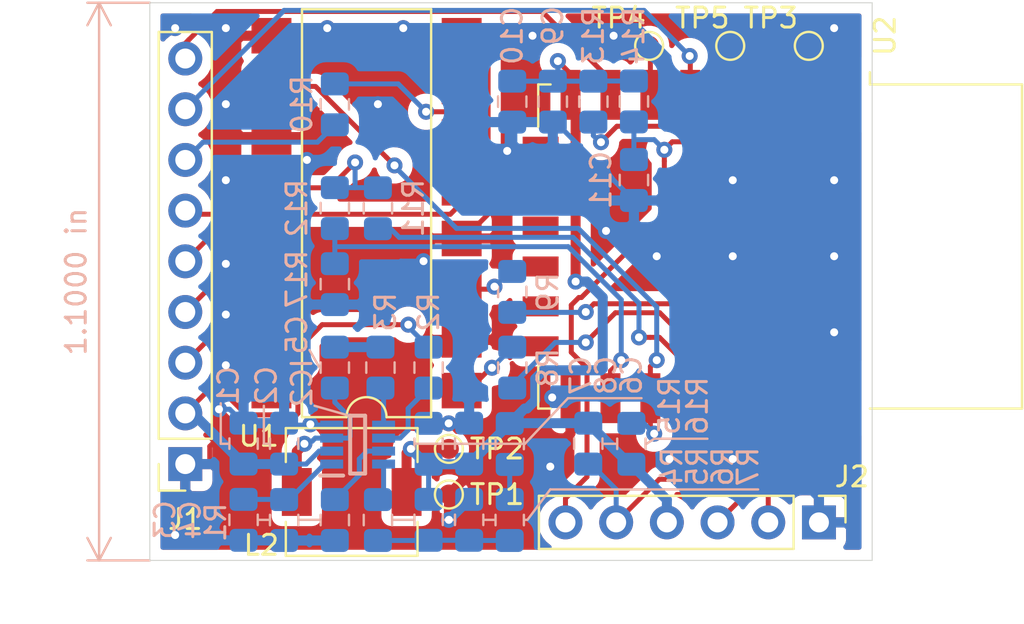
<source format=kicad_pcb>
(kicad_pcb (version 20171130) (host pcbnew "(5.1.4)-1")

  (general
    (thickness 1.6)
    (drawings 26)
    (tracks 366)
    (zones 0)
    (modules 39)
    (nets 36)
  )

  (page A4)
  (layers
    (0 F.Cu signal)
    (31 B.Cu signal)
    (32 B.Adhes user)
    (33 F.Adhes user)
    (34 B.Paste user hide)
    (35 F.Paste user)
    (36 B.SilkS user)
    (37 F.SilkS user)
    (38 B.Mask user hide)
    (39 F.Mask user hide)
    (40 Dwgs.User user)
    (41 Cmts.User user)
    (42 Eco1.User user)
    (43 Eco2.User user)
    (44 Edge.Cuts user)
    (45 Margin user)
    (46 B.CrtYd user)
    (47 F.CrtYd user hide)
    (48 B.Fab user hide)
    (49 F.Fab user hide)
  )

  (setup
    (last_trace_width 0.25)
    (user_trace_width 0.25)
    (user_trace_width 0.5)
    (user_trace_width 1)
    (trace_clearance 0.2)
    (zone_clearance 0.25)
    (zone_45_only no)
    (trace_min 0.2)
    (via_size 0.8)
    (via_drill 0.4)
    (via_min_size 0.4)
    (via_min_drill 0.3)
    (uvia_size 0.3)
    (uvia_drill 0.1)
    (uvias_allowed no)
    (uvia_min_size 0.2)
    (uvia_min_drill 0.1)
    (edge_width 0.05)
    (segment_width 0.2)
    (pcb_text_width 0.3)
    (pcb_text_size 1.5 1.5)
    (mod_edge_width 0.12)
    (mod_text_size 1 1)
    (mod_text_width 0.15)
    (pad_size 1.524 1.524)
    (pad_drill 0.762)
    (pad_to_mask_clearance 0.051)
    (solder_mask_min_width 0.25)
    (aux_axis_origin 0 0)
    (visible_elements 7FFFFFFF)
    (pcbplotparams
      (layerselection 0x010fc_ffffffff)
      (usegerberextensions false)
      (usegerberattributes false)
      (usegerberadvancedattributes false)
      (creategerberjobfile false)
      (excludeedgelayer true)
      (linewidth 0.100000)
      (plotframeref false)
      (viasonmask false)
      (mode 1)
      (useauxorigin false)
      (hpglpennumber 1)
      (hpglpenspeed 20)
      (hpglpendiameter 15.000000)
      (psnegative false)
      (psa4output false)
      (plotreference true)
      (plotvalue true)
      (plotinvisibletext false)
      (padsonsilk false)
      (subtractmaskfromsilk false)
      (outputformat 1)
      (mirror false)
      (drillshape 0)
      (scaleselection 1)
      (outputdirectory "plots/"))
  )

  (net 0 "")
  (net 1 GND)
  (net 2 +24V)
  (net 3 +3V3)
  (net 4 /RST)
  (net 5 /EN)
  (net 6 /GPIO0)
  (net 7 /GPIO2)
  (net 8 /GPIO15)
  (net 9 "Net-(J1-Pad7)")
  (net 10 /GPIO4)
  (net 11 /GPIO5)
  (net 12 "Net-(J1-Pad4)")
  (net 13 "Net-(J1-Pad6)")
  (net 14 "Net-(J1-Pad3)")
  (net 15 "Net-(J1-Pad5)")
  (net 16 /TXD)
  (net 17 /RXD)
  (net 18 /IMPULS)
  (net 19 /IMPULS2)
  (net 20 "Net-(TP3-Pad1)")
  (net 21 "Net-(TP4-Pad1)")
  (net 22 "Net-(IC2-Pad8)")
  (net 23 "Net-(IC2-Pad6)")
  (net 24 "Net-(IC2-Pad5)")
  (net 25 "Net-(TP5-Pad1)")
  (net 26 "Net-(C3-Pad1)")
  (net 27 "Net-(C4-Pad1)")
  (net 28 "Net-(C5-Pad2)")
  (net 29 "Net-(C5-Pad1)")
  (net 30 "Net-(C6-Pad2)")
  (net 31 "Net-(R4-Pad1)")
  (net 32 "Net-(R8-Pad1)")
  (net 33 "Net-(R9-Pad1)")
  (net 34 "Net-(R10-Pad1)")
  (net 35 "Net-(R11-Pad1)")

  (net_class Default "Dies ist die voreingestellte Netzklasse."
    (clearance 0.2)
    (trace_width 0.25)
    (via_dia 0.8)
    (via_drill 0.4)
    (uvia_dia 0.3)
    (uvia_drill 0.1)
    (add_net +24V)
    (add_net +3V3)
    (add_net /EN)
    (add_net /GPIO0)
    (add_net /GPIO15)
    (add_net /GPIO2)
    (add_net /GPIO4)
    (add_net /GPIO5)
    (add_net /IMPULS)
    (add_net /IMPULS2)
    (add_net /RST)
    (add_net /RXD)
    (add_net /TXD)
    (add_net GND)
    (add_net "Net-(C3-Pad1)")
    (add_net "Net-(C4-Pad1)")
    (add_net "Net-(C5-Pad1)")
    (add_net "Net-(C5-Pad2)")
    (add_net "Net-(C6-Pad2)")
    (add_net "Net-(IC2-Pad5)")
    (add_net "Net-(IC2-Pad6)")
    (add_net "Net-(IC2-Pad8)")
    (add_net "Net-(J1-Pad3)")
    (add_net "Net-(J1-Pad4)")
    (add_net "Net-(J1-Pad5)")
    (add_net "Net-(J1-Pad6)")
    (add_net "Net-(J1-Pad7)")
    (add_net "Net-(R10-Pad1)")
    (add_net "Net-(R11-Pad1)")
    (add_net "Net-(R4-Pad1)")
    (add_net "Net-(R8-Pad1)")
    (add_net "Net-(R9-Pad1)")
    (add_net "Net-(TP3-Pad1)")
    (add_net "Net-(TP4-Pad1)")
    (add_net "Net-(TP5-Pad1)")
  )

  (module Capacitor_SMD:C_0805_2012Metric_Pad1.15x1.40mm_HandSolder (layer B.Cu) (tedit 5B36C52B) (tstamp 5DB2197F)
    (at 90.551 64.643 270)
    (descr "Capacitor SMD 0805 (2012 Metric), square (rectangular) end terminal, IPC_7351 nominal with elongated pad for handsoldering. (Body size source: https://docs.google.com/spreadsheets/d/1BsfQQcO9C6DZCsRaXUlFlo91Tg2WpOkGARC1WS5S8t0/edit?usp=sharing), generated with kicad-footprint-generator")
    (tags "capacitor handsolder")
    (path /5DA817E1)
    (attr smd)
    (fp_text reference C10 (at -3.302 0 90) (layer B.SilkS)
      (effects (font (size 1 1) (thickness 0.15)) (justify mirror))
    )
    (fp_text value 100nF (at 0 -1.65 90) (layer B.Fab)
      (effects (font (size 1 1) (thickness 0.15)) (justify mirror))
    )
    (fp_text user %R (at 0 0 90) (layer B.Fab)
      (effects (font (size 0.5 0.5) (thickness 0.08)) (justify mirror))
    )
    (fp_line (start 1.85 -0.95) (end -1.85 -0.95) (layer B.CrtYd) (width 0.05))
    (fp_line (start 1.85 0.95) (end 1.85 -0.95) (layer B.CrtYd) (width 0.05))
    (fp_line (start -1.85 0.95) (end 1.85 0.95) (layer B.CrtYd) (width 0.05))
    (fp_line (start -1.85 -0.95) (end -1.85 0.95) (layer B.CrtYd) (width 0.05))
    (fp_line (start -0.261252 -0.71) (end 0.261252 -0.71) (layer B.SilkS) (width 0.12))
    (fp_line (start -0.261252 0.71) (end 0.261252 0.71) (layer B.SilkS) (width 0.12))
    (fp_line (start 1 -0.6) (end -1 -0.6) (layer B.Fab) (width 0.1))
    (fp_line (start 1 0.6) (end 1 -0.6) (layer B.Fab) (width 0.1))
    (fp_line (start -1 0.6) (end 1 0.6) (layer B.Fab) (width 0.1))
    (fp_line (start -1 -0.6) (end -1 0.6) (layer B.Fab) (width 0.1))
    (pad 2 smd roundrect (at 1.025 0 270) (size 1.15 1.4) (layers B.Cu B.Paste B.Mask) (roundrect_rratio 0.217391)
      (net 1 GND))
    (pad 1 smd roundrect (at -1.025 0 270) (size 1.15 1.4) (layers B.Cu B.Paste B.Mask) (roundrect_rratio 0.217391)
      (net 3 +3V3))
    (model ${KISYS3DMOD}/Capacitor_SMD.3dshapes/C_0805_2012Metric.wrl
      (at (xyz 0 0 0))
      (scale (xyz 1 1 1))
      (rotate (xyz 0 0 0))
    )
  )

  (module Capacitor_SMD:C_0805_2012Metric_Pad1.15x1.40mm_HandSolder (layer B.Cu) (tedit 5B36C52B) (tstamp 5DB3E202)
    (at 92.583 64.643 270)
    (descr "Capacitor SMD 0805 (2012 Metric), square (rectangular) end terminal, IPC_7351 nominal with elongated pad for handsoldering. (Body size source: https://docs.google.com/spreadsheets/d/1BsfQQcO9C6DZCsRaXUlFlo91Tg2WpOkGARC1WS5S8t0/edit?usp=sharing), generated with kicad-footprint-generator")
    (tags "capacitor handsolder")
    (path /5DA7FFDC)
    (attr smd)
    (fp_text reference C9 (at -3.81 0 90) (layer B.SilkS)
      (effects (font (size 1 1) (thickness 0.15)) (justify mirror))
    )
    (fp_text value 10uF (at 0 -1.65 90) (layer B.Fab)
      (effects (font (size 1 1) (thickness 0.15)) (justify mirror))
    )
    (fp_text user %R (at 0 0 90) (layer B.Fab)
      (effects (font (size 0.5 0.5) (thickness 0.08)) (justify mirror))
    )
    (fp_line (start 1.85 -0.95) (end -1.85 -0.95) (layer B.CrtYd) (width 0.05))
    (fp_line (start 1.85 0.95) (end 1.85 -0.95) (layer B.CrtYd) (width 0.05))
    (fp_line (start -1.85 0.95) (end 1.85 0.95) (layer B.CrtYd) (width 0.05))
    (fp_line (start -1.85 -0.95) (end -1.85 0.95) (layer B.CrtYd) (width 0.05))
    (fp_line (start -0.261252 -0.71) (end 0.261252 -0.71) (layer B.SilkS) (width 0.12))
    (fp_line (start -0.261252 0.71) (end 0.261252 0.71) (layer B.SilkS) (width 0.12))
    (fp_line (start 1 -0.6) (end -1 -0.6) (layer B.Fab) (width 0.1))
    (fp_line (start 1 0.6) (end 1 -0.6) (layer B.Fab) (width 0.1))
    (fp_line (start -1 0.6) (end 1 0.6) (layer B.Fab) (width 0.1))
    (fp_line (start -1 -0.6) (end -1 0.6) (layer B.Fab) (width 0.1))
    (pad 2 smd roundrect (at 1.025 0 270) (size 1.15 1.4) (layers B.Cu B.Paste B.Mask) (roundrect_rratio 0.217391)
      (net 1 GND))
    (pad 1 smd roundrect (at -1.025 0 270) (size 1.15 1.4) (layers B.Cu B.Paste B.Mask) (roundrect_rratio 0.217391)
      (net 3 +3V3))
    (model ${KISYS3DMOD}/Capacitor_SMD.3dshapes/C_0805_2012Metric.wrl
      (at (xyz 0 0 0))
      (scale (xyz 1 1 1))
      (rotate (xyz 0 0 0))
    )
  )

  (module Connector_PinSocket_2.54mm:PinSocket_1x09_P2.54mm_Vertical (layer F.Cu) (tedit 5A19A431) (tstamp 5DB3F716)
    (at 74.168 82.804 180)
    (descr "Through hole straight socket strip, 1x09, 2.54mm pitch, single row (from Kicad 4.0.7), script generated")
    (tags "Through hole socket strip THT 1x09 2.54mm single row")
    (path /5DB17271)
    (fp_text reference J1 (at 0 -2.77) (layer F.SilkS)
      (effects (font (size 1 1) (thickness 0.15)))
    )
    (fp_text value Conn_01x09 (at 0 23.09) (layer F.Fab)
      (effects (font (size 1 1) (thickness 0.15)))
    )
    (fp_text user %R (at 0 10.16 90) (layer F.Fab)
      (effects (font (size 1 1) (thickness 0.15)))
    )
    (fp_line (start -1.8 22.1) (end -1.8 -1.8) (layer F.CrtYd) (width 0.05))
    (fp_line (start 1.75 22.1) (end -1.8 22.1) (layer F.CrtYd) (width 0.05))
    (fp_line (start 1.75 -1.8) (end 1.75 22.1) (layer F.CrtYd) (width 0.05))
    (fp_line (start -1.8 -1.8) (end 1.75 -1.8) (layer F.CrtYd) (width 0.05))
    (fp_line (start 0 -1.33) (end 1.33 -1.33) (layer F.SilkS) (width 0.12))
    (fp_line (start 1.33 -1.33) (end 1.33 0) (layer F.SilkS) (width 0.12))
    (fp_line (start 1.33 1.27) (end 1.33 21.65) (layer F.SilkS) (width 0.12))
    (fp_line (start -1.33 21.65) (end 1.33 21.65) (layer F.SilkS) (width 0.12))
    (fp_line (start -1.33 1.27) (end -1.33 21.65) (layer F.SilkS) (width 0.12))
    (fp_line (start -1.33 1.27) (end 1.33 1.27) (layer F.SilkS) (width 0.12))
    (fp_line (start -1.27 21.59) (end -1.27 -1.27) (layer F.Fab) (width 0.1))
    (fp_line (start 1.27 21.59) (end -1.27 21.59) (layer F.Fab) (width 0.1))
    (fp_line (start 1.27 -0.635) (end 1.27 21.59) (layer F.Fab) (width 0.1))
    (fp_line (start 0.635 -1.27) (end 1.27 -0.635) (layer F.Fab) (width 0.1))
    (fp_line (start -1.27 -1.27) (end 0.635 -1.27) (layer F.Fab) (width 0.1))
    (pad 9 thru_hole oval (at 0 20.32 180) (size 1.7 1.7) (drill 1) (layers *.Cu *.Mask)
      (net 19 /IMPULS2))
    (pad 8 thru_hole oval (at 0 17.78 180) (size 1.7 1.7) (drill 1) (layers *.Cu *.Mask)
      (net 18 /IMPULS))
    (pad 7 thru_hole oval (at 0 15.24 180) (size 1.7 1.7) (drill 1) (layers *.Cu *.Mask)
      (net 9 "Net-(J1-Pad7)"))
    (pad 6 thru_hole oval (at 0 12.7 180) (size 1.7 1.7) (drill 1) (layers *.Cu *.Mask)
      (net 13 "Net-(J1-Pad6)"))
    (pad 5 thru_hole oval (at 0 10.16 180) (size 1.7 1.7) (drill 1) (layers *.Cu *.Mask)
      (net 15 "Net-(J1-Pad5)"))
    (pad 4 thru_hole oval (at 0 7.62 180) (size 1.7 1.7) (drill 1) (layers *.Cu *.Mask)
      (net 12 "Net-(J1-Pad4)"))
    (pad 3 thru_hole oval (at 0 5.08 180) (size 1.7 1.7) (drill 1) (layers *.Cu *.Mask)
      (net 14 "Net-(J1-Pad3)"))
    (pad 2 thru_hole oval (at 0 2.54 180) (size 1.7 1.7) (drill 1) (layers *.Cu *.Mask)
      (net 2 +24V))
    (pad 1 thru_hole rect (at 0 0 180) (size 1.7 1.7) (drill 1) (layers *.Cu *.Mask)
      (net 1 GND))
    (model ${KISYS3DMOD}/Connector_PinSocket_2.54mm.3dshapes/PinSocket_1x09_P2.54mm_Vertical.wrl
      (at (xyz 0 0 0))
      (scale (xyz 1 1 1))
      (rotate (xyz 0 0 0))
    )
  )

  (module TestPoint:TestPoint_Pad_D1.0mm (layer F.Cu) (tedit 5A0F774F) (tstamp 5DB3E451)
    (at 87.376 84.328)
    (descr "SMD pad as test Point, diameter 1.0mm")
    (tags "test point SMD pad")
    (path /5DBCC763)
    (attr virtual)
    (fp_text reference TP1 (at 2.413 0) (layer F.SilkS)
      (effects (font (size 1 1) (thickness 0.15)))
    )
    (fp_text value TestPoint (at 0 1.55) (layer F.Fab)
      (effects (font (size 1 1) (thickness 0.15)))
    )
    (fp_circle (center 0 0) (end 0 0.7) (layer F.SilkS) (width 0.12))
    (fp_circle (center 0 0) (end 1 0) (layer F.CrtYd) (width 0.05))
    (fp_text user %R (at 0 -1.45) (layer F.Fab)
      (effects (font (size 1 1) (thickness 0.15)))
    )
    (pad 1 smd circle (at 0 0) (size 1 1) (layers F.Cu F.Mask)
      (net 1 GND))
  )

  (module TestPoint:TestPoint_Pad_D1.0mm (layer F.Cu) (tedit 5A0F774F) (tstamp 5DB3E466)
    (at 87.376 82.042)
    (descr "SMD pad as test Point, diameter 1.0mm")
    (tags "test point SMD pad")
    (path /5DBCBDC9)
    (attr virtual)
    (fp_text reference TP2 (at 2.413 0) (layer F.SilkS)
      (effects (font (size 1 1) (thickness 0.15)))
    )
    (fp_text value TestPoint (at 0 1.55) (layer F.Fab)
      (effects (font (size 1 1) (thickness 0.15)))
    )
    (fp_circle (center 0 0) (end 0 0.7) (layer F.SilkS) (width 0.12))
    (fp_circle (center 0 0) (end 1 0) (layer F.CrtYd) (width 0.05))
    (fp_text user %R (at 0 -1.45) (layer F.Fab)
      (effects (font (size 1 1) (thickness 0.15)))
    )
    (pad 1 smd circle (at 0 0) (size 1 1) (layers F.Cu F.Mask)
      (net 3 +3V3))
  )

  (module Capacitor_SMD:C_0805_2012Metric_Pad1.15x1.40mm_HandSolder (layer B.Cu) (tedit 5B36C52B) (tstamp 5DB21E53)
    (at 96.647 68.571 270)
    (descr "Capacitor SMD 0805 (2012 Metric), square (rectangular) end terminal, IPC_7351 nominal with elongated pad for handsoldering. (Body size source: https://docs.google.com/spreadsheets/d/1BsfQQcO9C6DZCsRaXUlFlo91Tg2WpOkGARC1WS5S8t0/edit?usp=sharing), generated with kicad-footprint-generator")
    (tags "capacitor handsolder")
    (path /5DA94EA1)
    (attr smd)
    (fp_text reference C11 (at 0 1.65 90) (layer B.SilkS)
      (effects (font (size 1 1) (thickness 0.15)) (justify mirror))
    )
    (fp_text value 100nF (at 0 -1.65 90) (layer B.Fab)
      (effects (font (size 1 1) (thickness 0.15)) (justify mirror))
    )
    (fp_text user %R (at 0 0 90) (layer B.Fab)
      (effects (font (size 0.5 0.5) (thickness 0.08)) (justify mirror))
    )
    (fp_line (start 1.85 -0.95) (end -1.85 -0.95) (layer B.CrtYd) (width 0.05))
    (fp_line (start 1.85 0.95) (end 1.85 -0.95) (layer B.CrtYd) (width 0.05))
    (fp_line (start -1.85 0.95) (end 1.85 0.95) (layer B.CrtYd) (width 0.05))
    (fp_line (start -1.85 -0.95) (end -1.85 0.95) (layer B.CrtYd) (width 0.05))
    (fp_line (start -0.261252 -0.71) (end 0.261252 -0.71) (layer B.SilkS) (width 0.12))
    (fp_line (start -0.261252 0.71) (end 0.261252 0.71) (layer B.SilkS) (width 0.12))
    (fp_line (start 1 -0.6) (end -1 -0.6) (layer B.Fab) (width 0.1))
    (fp_line (start 1 0.6) (end 1 -0.6) (layer B.Fab) (width 0.1))
    (fp_line (start -1 0.6) (end 1 0.6) (layer B.Fab) (width 0.1))
    (fp_line (start -1 -0.6) (end -1 0.6) (layer B.Fab) (width 0.1))
    (pad 2 smd roundrect (at 1.025 0 270) (size 1.15 1.4) (layers B.Cu B.Paste B.Mask) (roundrect_rratio 0.217391)
      (net 1 GND))
    (pad 1 smd roundrect (at -1.025 0 270) (size 1.15 1.4) (layers B.Cu B.Paste B.Mask) (roundrect_rratio 0.217391)
      (net 4 /RST))
    (model ${KISYS3DMOD}/Capacitor_SMD.3dshapes/C_0805_2012Metric.wrl
      (at (xyz 0 0 0))
      (scale (xyz 1 1 1))
      (rotate (xyz 0 0 0))
    )
  )

  (module Resistor_SMD:R_0805_2012Metric_Pad1.15x1.40mm_HandSolder (layer B.Cu) (tedit 5B36C52B) (tstamp 5DB3DFDD)
    (at 90.424 85.607 90)
    (descr "Resistor SMD 0805 (2012 Metric), square (rectangular) end terminal, IPC_7351 nominal with elongated pad for handsoldering. (Body size source: https://docs.google.com/spreadsheets/d/1BsfQQcO9C6DZCsRaXUlFlo91Tg2WpOkGARC1WS5S8t0/edit?usp=sharing), generated with kicad-footprint-generator")
    (tags "resistor handsolder")
    (path /5DBC163D)
    (attr smd)
    (fp_text reference R7 (at 2.676 11.938 270) (layer B.SilkS)
      (effects (font (size 1 1) (thickness 0.15)) (justify mirror))
    )
    (fp_text value 0 (at 0 -1.65 270) (layer B.Fab)
      (effects (font (size 1 1) (thickness 0.15)) (justify mirror))
    )
    (fp_text user %R (at 0 0 270) (layer B.Fab)
      (effects (font (size 0.5 0.5) (thickness 0.08)) (justify mirror))
    )
    (fp_line (start 1.85 -0.95) (end -1.85 -0.95) (layer B.CrtYd) (width 0.05))
    (fp_line (start 1.85 0.95) (end 1.85 -0.95) (layer B.CrtYd) (width 0.05))
    (fp_line (start -1.85 0.95) (end 1.85 0.95) (layer B.CrtYd) (width 0.05))
    (fp_line (start -1.85 -0.95) (end -1.85 0.95) (layer B.CrtYd) (width 0.05))
    (fp_line (start -0.261252 -0.71) (end 0.261252 -0.71) (layer B.SilkS) (width 0.12))
    (fp_line (start -0.261252 0.71) (end 0.261252 0.71) (layer B.SilkS) (width 0.12))
    (fp_line (start 1 -0.6) (end -1 -0.6) (layer B.Fab) (width 0.1))
    (fp_line (start 1 0.6) (end 1 -0.6) (layer B.Fab) (width 0.1))
    (fp_line (start -1 0.6) (end 1 0.6) (layer B.Fab) (width 0.1))
    (fp_line (start -1 -0.6) (end -1 0.6) (layer B.Fab) (width 0.1))
    (pad 2 smd roundrect (at 1.025 0 90) (size 1.15 1.4) (layers B.Cu B.Paste B.Mask) (roundrect_rratio 0.217391)
      (net 30 "Net-(C6-Pad2)"))
    (pad 1 smd roundrect (at -1.025 0 90) (size 1.15 1.4) (layers B.Cu B.Paste B.Mask) (roundrect_rratio 0.217391)
      (net 31 "Net-(R4-Pad1)"))
    (model ${KISYS3DMOD}/Resistor_SMD.3dshapes/R_0805_2012Metric.wrl
      (at (xyz 0 0 0))
      (scale (xyz 1 1 1))
      (rotate (xyz 0 0 0))
    )
  )

  (module Resistor_SMD:R_0805_2012Metric_Pad1.15x1.40mm_HandSolder (layer B.Cu) (tedit 5B36C52B) (tstamp 5DB3DFAD)
    (at 88.392 85.598 270)
    (descr "Resistor SMD 0805 (2012 Metric), square (rectangular) end terminal, IPC_7351 nominal with elongated pad for handsoldering. (Body size source: https://docs.google.com/spreadsheets/d/1BsfQQcO9C6DZCsRaXUlFlo91Tg2WpOkGARC1WS5S8t0/edit?usp=sharing), generated with kicad-footprint-generator")
    (tags "resistor handsolder")
    (path /5DBBFA3B)
    (attr smd)
    (fp_text reference R6 (at -2.667 -12.7 270) (layer B.SilkS)
      (effects (font (size 1 1) (thickness 0.15)) (justify mirror))
    )
    (fp_text value 12.7k (at 0 -1.65 270) (layer B.Fab)
      (effects (font (size 1 1) (thickness 0.15)) (justify mirror))
    )
    (fp_text user %R (at 0 0 270) (layer B.Fab)
      (effects (font (size 0.5 0.5) (thickness 0.08)) (justify mirror))
    )
    (fp_line (start 1.85 -0.95) (end -1.85 -0.95) (layer B.CrtYd) (width 0.05))
    (fp_line (start 1.85 0.95) (end 1.85 -0.95) (layer B.CrtYd) (width 0.05))
    (fp_line (start -1.85 0.95) (end 1.85 0.95) (layer B.CrtYd) (width 0.05))
    (fp_line (start -1.85 -0.95) (end -1.85 0.95) (layer B.CrtYd) (width 0.05))
    (fp_line (start -0.261252 -0.71) (end 0.261252 -0.71) (layer B.SilkS) (width 0.12))
    (fp_line (start -0.261252 0.71) (end 0.261252 0.71) (layer B.SilkS) (width 0.12))
    (fp_line (start 1 -0.6) (end -1 -0.6) (layer B.Fab) (width 0.1))
    (fp_line (start 1 0.6) (end 1 -0.6) (layer B.Fab) (width 0.1))
    (fp_line (start -1 0.6) (end 1 0.6) (layer B.Fab) (width 0.1))
    (fp_line (start -1 -0.6) (end -1 0.6) (layer B.Fab) (width 0.1))
    (pad 2 smd roundrect (at 1.025 0 270) (size 1.15 1.4) (layers B.Cu B.Paste B.Mask) (roundrect_rratio 0.217391)
      (net 31 "Net-(R4-Pad1)"))
    (pad 1 smd roundrect (at -1.025 0 270) (size 1.15 1.4) (layers B.Cu B.Paste B.Mask) (roundrect_rratio 0.217391)
      (net 1 GND))
    (model ${KISYS3DMOD}/Resistor_SMD.3dshapes/R_0805_2012Metric.wrl
      (at (xyz 0 0 0))
      (scale (xyz 1 1 1))
      (rotate (xyz 0 0 0))
    )
  )

  (module Resistor_SMD:R_0805_2012Metric_Pad1.15x1.40mm_HandSolder (layer B.Cu) (tedit 5B36C52B) (tstamp 5DB3E0E5)
    (at 86.36 85.598 90)
    (descr "Resistor SMD 0805 (2012 Metric), square (rectangular) end terminal, IPC_7351 nominal with elongated pad for handsoldering. (Body size source: https://docs.google.com/spreadsheets/d/1BsfQQcO9C6DZCsRaXUlFlo91Tg2WpOkGARC1WS5S8t0/edit?usp=sharing), generated with kicad-footprint-generator")
    (tags "resistor handsolder")
    (path /5DBBE8F3)
    (attr smd)
    (fp_text reference R5 (at 2.667 13.462 270) (layer B.SilkS)
      (effects (font (size 1 1) (thickness 0.15)) (justify mirror))
    )
    (fp_text value 40.2k (at 0 -1.65 270) (layer B.Fab)
      (effects (font (size 1 1) (thickness 0.15)) (justify mirror))
    )
    (fp_text user %R (at 0 0 270) (layer B.Fab)
      (effects (font (size 0.5 0.5) (thickness 0.08)) (justify mirror))
    )
    (fp_line (start 1.85 -0.95) (end -1.85 -0.95) (layer B.CrtYd) (width 0.05))
    (fp_line (start 1.85 0.95) (end 1.85 -0.95) (layer B.CrtYd) (width 0.05))
    (fp_line (start -1.85 0.95) (end 1.85 0.95) (layer B.CrtYd) (width 0.05))
    (fp_line (start -1.85 -0.95) (end -1.85 0.95) (layer B.CrtYd) (width 0.05))
    (fp_line (start -0.261252 -0.71) (end 0.261252 -0.71) (layer B.SilkS) (width 0.12))
    (fp_line (start -0.261252 0.71) (end 0.261252 0.71) (layer B.SilkS) (width 0.12))
    (fp_line (start 1 -0.6) (end -1 -0.6) (layer B.Fab) (width 0.1))
    (fp_line (start 1 0.6) (end 1 -0.6) (layer B.Fab) (width 0.1))
    (fp_line (start -1 0.6) (end 1 0.6) (layer B.Fab) (width 0.1))
    (fp_line (start -1 -0.6) (end -1 0.6) (layer B.Fab) (width 0.1))
    (pad 2 smd roundrect (at 1.025 0 90) (size 1.15 1.4) (layers B.Cu B.Paste B.Mask) (roundrect_rratio 0.217391)
      (net 3 +3V3))
    (pad 1 smd roundrect (at -1.025 0 90) (size 1.15 1.4) (layers B.Cu B.Paste B.Mask) (roundrect_rratio 0.217391)
      (net 31 "Net-(R4-Pad1)"))
    (model ${KISYS3DMOD}/Resistor_SMD.3dshapes/R_0805_2012Metric.wrl
      (at (xyz 0 0 0))
      (scale (xyz 1 1 1))
      (rotate (xyz 0 0 0))
    )
  )

  (module Resistor_SMD:R_0805_2012Metric_Pad1.15x1.40mm_HandSolder (layer B.Cu) (tedit 5B36C52B) (tstamp 5DB3E145)
    (at 83.82 85.607 90)
    (descr "Resistor SMD 0805 (2012 Metric), square (rectangular) end terminal, IPC_7351 nominal with elongated pad for handsoldering. (Body size source: https://docs.google.com/spreadsheets/d/1BsfQQcO9C6DZCsRaXUlFlo91Tg2WpOkGARC1WS5S8t0/edit?usp=sharing), generated with kicad-footprint-generator")
    (tags "resistor handsolder")
    (path /5DBB73A2)
    (attr smd)
    (fp_text reference R4 (at 2.676 14.732 270) (layer B.SilkS)
      (effects (font (size 1 1) (thickness 0.15)) (justify mirror))
    )
    (fp_text value 33k (at 0 -1.65 270) (layer B.Fab)
      (effects (font (size 1 1) (thickness 0.15)) (justify mirror))
    )
    (fp_text user %R (at 0 0 270) (layer B.Fab)
      (effects (font (size 0.5 0.5) (thickness 0.08)) (justify mirror))
    )
    (fp_line (start 1.85 -0.95) (end -1.85 -0.95) (layer B.CrtYd) (width 0.05))
    (fp_line (start 1.85 0.95) (end 1.85 -0.95) (layer B.CrtYd) (width 0.05))
    (fp_line (start -1.85 0.95) (end 1.85 0.95) (layer B.CrtYd) (width 0.05))
    (fp_line (start -1.85 -0.95) (end -1.85 0.95) (layer B.CrtYd) (width 0.05))
    (fp_line (start -0.261252 -0.71) (end 0.261252 -0.71) (layer B.SilkS) (width 0.12))
    (fp_line (start -0.261252 0.71) (end 0.261252 0.71) (layer B.SilkS) (width 0.12))
    (fp_line (start 1 -0.6) (end -1 -0.6) (layer B.Fab) (width 0.1))
    (fp_line (start 1 0.6) (end 1 -0.6) (layer B.Fab) (width 0.1))
    (fp_line (start -1 0.6) (end 1 0.6) (layer B.Fab) (width 0.1))
    (fp_line (start -1 -0.6) (end -1 0.6) (layer B.Fab) (width 0.1))
    (pad 2 smd roundrect (at 1.025 0 90) (size 1.15 1.4) (layers B.Cu B.Paste B.Mask) (roundrect_rratio 0.217391)
      (net 22 "Net-(IC2-Pad8)"))
    (pad 1 smd roundrect (at -1.025 0 90) (size 1.15 1.4) (layers B.Cu B.Paste B.Mask) (roundrect_rratio 0.217391)
      (net 31 "Net-(R4-Pad1)"))
    (model ${KISYS3DMOD}/Resistor_SMD.3dshapes/R_0805_2012Metric.wrl
      (at (xyz 0 0 0))
      (scale (xyz 1 1 1))
      (rotate (xyz 0 0 0))
    )
  )

  (module Resistor_SMD:R_0805_2012Metric_Pad1.15x1.40mm_HandSolder (layer B.Cu) (tedit 5B36C52B) (tstamp 5DB3E1A5)
    (at 83.947 77.969 270)
    (descr "Resistor SMD 0805 (2012 Metric), square (rectangular) end terminal, IPC_7351 nominal with elongated pad for handsoldering. (Body size source: https://docs.google.com/spreadsheets/d/1BsfQQcO9C6DZCsRaXUlFlo91Tg2WpOkGARC1WS5S8t0/edit?usp=sharing), generated with kicad-footprint-generator")
    (tags "resistor handsolder")
    (path /5DB4C1C0)
    (attr smd)
    (fp_text reference R3 (at -2.785 -0.254 270) (layer B.SilkS)
      (effects (font (size 1 1) (thickness 0.15)) (justify mirror))
    )
    (fp_text value 20 (at 0 -1.65 270) (layer B.Fab)
      (effects (font (size 1 1) (thickness 0.15)) (justify mirror))
    )
    (fp_text user %R (at 0 0 270) (layer B.Fab)
      (effects (font (size 0.5 0.5) (thickness 0.08)) (justify mirror))
    )
    (fp_line (start 1.85 -0.95) (end -1.85 -0.95) (layer B.CrtYd) (width 0.05))
    (fp_line (start 1.85 0.95) (end 1.85 -0.95) (layer B.CrtYd) (width 0.05))
    (fp_line (start -1.85 0.95) (end 1.85 0.95) (layer B.CrtYd) (width 0.05))
    (fp_line (start -1.85 -0.95) (end -1.85 0.95) (layer B.CrtYd) (width 0.05))
    (fp_line (start -0.261252 -0.71) (end 0.261252 -0.71) (layer B.SilkS) (width 0.12))
    (fp_line (start -0.261252 0.71) (end 0.261252 0.71) (layer B.SilkS) (width 0.12))
    (fp_line (start 1 -0.6) (end -1 -0.6) (layer B.Fab) (width 0.1))
    (fp_line (start 1 0.6) (end 1 -0.6) (layer B.Fab) (width 0.1))
    (fp_line (start -1 0.6) (end 1 0.6) (layer B.Fab) (width 0.1))
    (fp_line (start -1 -0.6) (end -1 0.6) (layer B.Fab) (width 0.1))
    (pad 2 smd roundrect (at 1.025 0 270) (size 1.15 1.4) (layers B.Cu B.Paste B.Mask) (roundrect_rratio 0.217391)
      (net 24 "Net-(IC2-Pad5)"))
    (pad 1 smd roundrect (at -1.025 0 270) (size 1.15 1.4) (layers B.Cu B.Paste B.Mask) (roundrect_rratio 0.217391)
      (net 28 "Net-(C5-Pad2)"))
    (model ${KISYS3DMOD}/Resistor_SMD.3dshapes/R_0805_2012Metric.wrl
      (at (xyz 0 0 0))
      (scale (xyz 1 1 1))
      (rotate (xyz 0 0 0))
    )
  )

  (module Resistor_SMD:R_0805_2012Metric_Pad1.15x1.40mm_HandSolder (layer B.Cu) (tedit 5B36C52B) (tstamp 5DB3E115)
    (at 86.36 77.969 90)
    (descr "Resistor SMD 0805 (2012 Metric), square (rectangular) end terminal, IPC_7351 nominal with elongated pad for handsoldering. (Body size source: https://docs.google.com/spreadsheets/d/1BsfQQcO9C6DZCsRaXUlFlo91Tg2WpOkGARC1WS5S8t0/edit?usp=sharing), generated with kicad-footprint-generator")
    (tags "resistor handsolder")
    (path /5DB95675)
    (attr smd)
    (fp_text reference R2 (at 2.785 0 270) (layer B.SilkS)
      (effects (font (size 1 1) (thickness 0.15)) (justify mirror))
    )
    (fp_text value 100k (at 0 -1.65 270) (layer B.Fab)
      (effects (font (size 1 1) (thickness 0.15)) (justify mirror))
    )
    (fp_text user %R (at 0 0 270) (layer B.Fab)
      (effects (font (size 0.5 0.5) (thickness 0.08)) (justify mirror))
    )
    (fp_line (start 1.85 -0.95) (end -1.85 -0.95) (layer B.CrtYd) (width 0.05))
    (fp_line (start 1.85 0.95) (end 1.85 -0.95) (layer B.CrtYd) (width 0.05))
    (fp_line (start -1.85 0.95) (end 1.85 0.95) (layer B.CrtYd) (width 0.05))
    (fp_line (start -1.85 -0.95) (end -1.85 0.95) (layer B.CrtYd) (width 0.05))
    (fp_line (start -0.261252 -0.71) (end 0.261252 -0.71) (layer B.SilkS) (width 0.12))
    (fp_line (start -0.261252 0.71) (end 0.261252 0.71) (layer B.SilkS) (width 0.12))
    (fp_line (start 1 -0.6) (end -1 -0.6) (layer B.Fab) (width 0.1))
    (fp_line (start 1 0.6) (end 1 -0.6) (layer B.Fab) (width 0.1))
    (fp_line (start -1 0.6) (end 1 0.6) (layer B.Fab) (width 0.1))
    (fp_line (start -1 -0.6) (end -1 0.6) (layer B.Fab) (width 0.1))
    (pad 2 smd roundrect (at 1.025 0 90) (size 1.15 1.4) (layers B.Cu B.Paste B.Mask) (roundrect_rratio 0.217391)
      (net 2 +24V))
    (pad 1 smd roundrect (at -1.025 0 90) (size 1.15 1.4) (layers B.Cu B.Paste B.Mask) (roundrect_rratio 0.217391)
      (net 23 "Net-(IC2-Pad6)"))
    (model ${KISYS3DMOD}/Resistor_SMD.3dshapes/R_0805_2012Metric.wrl
      (at (xyz 0 0 0))
      (scale (xyz 1 1 1))
      (rotate (xyz 0 0 0))
    )
  )

  (module Resistor_SMD:R_0805_2012Metric_Pad1.15x1.40mm_HandSolder (layer B.Cu) (tedit 5B36C52B) (tstamp 5DB3E085)
    (at 79.121 85.607 90)
    (descr "Resistor SMD 0805 (2012 Metric), square (rectangular) end terminal, IPC_7351 nominal with elongated pad for handsoldering. (Body size source: https://docs.google.com/spreadsheets/d/1BsfQQcO9C6DZCsRaXUlFlo91Tg2WpOkGARC1WS5S8t0/edit?usp=sharing), generated with kicad-footprint-generator")
    (tags "resistor handsolder")
    (path /5DB759A5)
    (attr smd)
    (fp_text reference R1 (at -0.118 -3.429 90) (layer B.SilkS)
      (effects (font (size 1 1) (thickness 0.15)) (justify mirror))
    )
    (fp_text value 64.9k (at 0 -1.65 90) (layer B.Fab)
      (effects (font (size 1 1) (thickness 0.15)) (justify mirror))
    )
    (fp_line (start -1 -0.6) (end -1 0.6) (layer B.Fab) (width 0.1))
    (fp_line (start -1 0.6) (end 1 0.6) (layer B.Fab) (width 0.1))
    (fp_line (start 1 0.6) (end 1 -0.6) (layer B.Fab) (width 0.1))
    (fp_line (start 1 -0.6) (end -1 -0.6) (layer B.Fab) (width 0.1))
    (fp_line (start -0.261252 0.71) (end 0.261252 0.71) (layer B.SilkS) (width 0.12))
    (fp_line (start -0.261252 -0.71) (end 0.261252 -0.71) (layer B.SilkS) (width 0.12))
    (fp_line (start -1.85 -0.95) (end -1.85 0.95) (layer B.CrtYd) (width 0.05))
    (fp_line (start -1.85 0.95) (end 1.85 0.95) (layer B.CrtYd) (width 0.05))
    (fp_line (start 1.85 0.95) (end 1.85 -0.95) (layer B.CrtYd) (width 0.05))
    (fp_line (start 1.85 -0.95) (end -1.85 -0.95) (layer B.CrtYd) (width 0.05))
    (fp_text user %R (at 0 0 90) (layer B.Fab)
      (effects (font (size 0.5 0.5) (thickness 0.08)) (justify mirror))
    )
    (pad 1 smd roundrect (at -1.025 0 90) (size 1.15 1.4) (layers B.Cu B.Paste B.Mask) (roundrect_rratio 0.217391)
      (net 1 GND))
    (pad 2 smd roundrect (at 1.025 0 90) (size 1.15 1.4) (layers B.Cu B.Paste B.Mask) (roundrect_rratio 0.217391)
      (net 26 "Net-(C3-Pad1)"))
    (model ${KISYS3DMOD}/Resistor_SMD.3dshapes/R_0805_2012Metric.wrl
      (at (xyz 0 0 0))
      (scale (xyz 1 1 1))
      (rotate (xyz 0 0 0))
    )
  )

  (module Inductor_SMD:L_6.3x6.3_H3 (layer F.Cu) (tedit 5990349C) (tstamp 5DB3E015)
    (at 82.506 84.201 180)
    (descr "Choke, SMD, 6.3x6.3mm 3mm height")
    (tags "Choke SMD")
    (path /5DB4E8C4)
    (attr smd)
    (fp_text reference L2 (at 4.528 -2.667) (layer F.SilkS)
      (effects (font (size 1 1) (thickness 0.15)))
    )
    (fp_text value 4.3uH/2.1A (at 0 4.45) (layer F.Fab)
      (effects (font (size 1 1) (thickness 0.15)))
    )
    (fp_arc (start 0 0) (end 1.91 1.91) (angle 90) (layer F.Fab) (width 0.1))
    (fp_arc (start 0 0) (end -1.91 -1.91) (angle 90) (layer F.Fab) (width 0.1))
    (fp_line (start -3.15 3.15) (end 3.15 3.15) (layer F.Fab) (width 0.1))
    (fp_line (start -3.15 -3.15) (end 3.15 -3.15) (layer F.Fab) (width 0.1))
    (fp_line (start -3.15 -3.15) (end -3.15 -1.5) (layer F.Fab) (width 0.1))
    (fp_line (start -3.15 3.15) (end -3.15 1.5) (layer F.Fab) (width 0.1))
    (fp_line (start 3.15 -3.15) (end 3.15 -1.5) (layer F.Fab) (width 0.1))
    (fp_line (start 3.15 3.15) (end 3.15 1.5) (layer F.Fab) (width 0.1))
    (fp_line (start 3.75 -3.4) (end -3.75 -3.4) (layer F.CrtYd) (width 0.05))
    (fp_line (start 3.75 3.4) (end 3.75 -3.4) (layer F.CrtYd) (width 0.05))
    (fp_line (start -3.75 3.4) (end 3.75 3.4) (layer F.CrtYd) (width 0.05))
    (fp_line (start -3.75 -3.4) (end -3.75 3.4) (layer F.CrtYd) (width 0.05))
    (fp_line (start 3.3 -3.2) (end 3.3 -1.5) (layer F.SilkS) (width 0.12))
    (fp_line (start -3.3 -3.2) (end 3.3 -3.2) (layer F.SilkS) (width 0.12))
    (fp_line (start -3.3 -1.5) (end -3.3 -3.2) (layer F.SilkS) (width 0.12))
    (fp_line (start -3.3 3.2) (end -3.3 1.5) (layer F.SilkS) (width 0.12))
    (fp_line (start 3.3 3.2) (end -3.3 3.2) (layer F.SilkS) (width 0.12))
    (fp_line (start 3.3 1.5) (end 3.3 3.2) (layer F.SilkS) (width 0.12))
    (fp_text user %R (at 0 0) (layer F.Fab)
      (effects (font (size 1 1) (thickness 0.15)))
    )
    (pad 2 smd rect (at 2.75 0 180) (size 1.5 2.4) (layers F.Cu F.Paste F.Mask)
      (net 29 "Net-(C5-Pad1)"))
    (pad 1 smd rect (at -2.75 0 180) (size 1.5 2.4) (layers F.Cu F.Paste F.Mask)
      (net 3 +3V3))
    (model ${KISYS3DMOD}/Inductor_SMD.3dshapes/L_6.3x6.3_H3.wrl
      (at (xyz 0 0 0))
      (scale (xyz 1 1 1))
      (rotate (xyz 0 0 0))
    )
  )

  (module Capacitor_SMD:C_0805_2012Metric_Pad1.15x1.40mm_HandSolder (layer B.Cu) (tedit 5B36C52B) (tstamp 5DB3E0B5)
    (at 88.392 81.779 90)
    (descr "Capacitor SMD 0805 (2012 Metric), square (rectangular) end terminal, IPC_7351 nominal with elongated pad for handsoldering. (Body size source: https://docs.google.com/spreadsheets/d/1BsfQQcO9C6DZCsRaXUlFlo91Tg2WpOkGARC1WS5S8t0/edit?usp=sharing), generated with kicad-footprint-generator")
    (tags "capacitor handsolder")
    (path /5DBCDCC6)
    (attr smd)
    (fp_text reference C8 (at 3.42 6.858 270) (layer B.SilkS)
      (effects (font (size 1 1) (thickness 0.15)) (justify mirror))
    )
    (fp_text value 22uF (at 0 -1.65 270) (layer B.Fab)
      (effects (font (size 1 1) (thickness 0.15)) (justify mirror))
    )
    (fp_text user %R (at 0 0 270) (layer B.Fab)
      (effects (font (size 0.5 0.5) (thickness 0.08)) (justify mirror))
    )
    (fp_line (start 1.85 -0.95) (end -1.85 -0.95) (layer B.CrtYd) (width 0.05))
    (fp_line (start 1.85 0.95) (end 1.85 -0.95) (layer B.CrtYd) (width 0.05))
    (fp_line (start -1.85 0.95) (end 1.85 0.95) (layer B.CrtYd) (width 0.05))
    (fp_line (start -1.85 -0.95) (end -1.85 0.95) (layer B.CrtYd) (width 0.05))
    (fp_line (start -0.261252 -0.71) (end 0.261252 -0.71) (layer B.SilkS) (width 0.12))
    (fp_line (start -0.261252 0.71) (end 0.261252 0.71) (layer B.SilkS) (width 0.12))
    (fp_line (start 1 -0.6) (end -1 -0.6) (layer B.Fab) (width 0.1))
    (fp_line (start 1 0.6) (end 1 -0.6) (layer B.Fab) (width 0.1))
    (fp_line (start -1 0.6) (end 1 0.6) (layer B.Fab) (width 0.1))
    (fp_line (start -1 -0.6) (end -1 0.6) (layer B.Fab) (width 0.1))
    (pad 2 smd roundrect (at 1.025 0 90) (size 1.15 1.4) (layers B.Cu B.Paste B.Mask) (roundrect_rratio 0.217391)
      (net 1 GND))
    (pad 1 smd roundrect (at -1.025 0 90) (size 1.15 1.4) (layers B.Cu B.Paste B.Mask) (roundrect_rratio 0.217391)
      (net 3 +3V3))
    (model ${KISYS3DMOD}/Capacitor_SMD.3dshapes/C_0805_2012Metric.wrl
      (at (xyz 0 0 0))
      (scale (xyz 1 1 1))
      (rotate (xyz 0 0 0))
    )
  )

  (module Capacitor_SMD:C_0805_2012Metric_Pad1.15x1.40mm_HandSolder (layer B.Cu) (tedit 5B36C52B) (tstamp 5DB3E055)
    (at 86.36 81.788 90)
    (descr "Capacitor SMD 0805 (2012 Metric), square (rectangular) end terminal, IPC_7351 nominal with elongated pad for handsoldering. (Body size source: https://docs.google.com/spreadsheets/d/1BsfQQcO9C6DZCsRaXUlFlo91Tg2WpOkGARC1WS5S8t0/edit?usp=sharing), generated with kicad-footprint-generator")
    (tags "capacitor handsolder")
    (path /5DBCC89D)
    (attr smd)
    (fp_text reference C7 (at 3.429 7.62 270) (layer B.SilkS)
      (effects (font (size 1 1) (thickness 0.15)) (justify mirror))
    )
    (fp_text value 22uF (at 0 -1.65 270) (layer B.Fab)
      (effects (font (size 1 1) (thickness 0.15)) (justify mirror))
    )
    (fp_text user %R (at 0 0 270) (layer B.Fab)
      (effects (font (size 0.5 0.5) (thickness 0.08)) (justify mirror))
    )
    (fp_line (start 1.85 -0.95) (end -1.85 -0.95) (layer B.CrtYd) (width 0.05))
    (fp_line (start 1.85 0.95) (end 1.85 -0.95) (layer B.CrtYd) (width 0.05))
    (fp_line (start -1.85 0.95) (end 1.85 0.95) (layer B.CrtYd) (width 0.05))
    (fp_line (start -1.85 -0.95) (end -1.85 0.95) (layer B.CrtYd) (width 0.05))
    (fp_line (start -0.261252 -0.71) (end 0.261252 -0.71) (layer B.SilkS) (width 0.12))
    (fp_line (start -0.261252 0.71) (end 0.261252 0.71) (layer B.SilkS) (width 0.12))
    (fp_line (start 1 -0.6) (end -1 -0.6) (layer B.Fab) (width 0.1))
    (fp_line (start 1 0.6) (end 1 -0.6) (layer B.Fab) (width 0.1))
    (fp_line (start -1 0.6) (end 1 0.6) (layer B.Fab) (width 0.1))
    (fp_line (start -1 -0.6) (end -1 0.6) (layer B.Fab) (width 0.1))
    (pad 2 smd roundrect (at 1.025 0 90) (size 1.15 1.4) (layers B.Cu B.Paste B.Mask) (roundrect_rratio 0.217391)
      (net 1 GND))
    (pad 1 smd roundrect (at -1.025 0 90) (size 1.15 1.4) (layers B.Cu B.Paste B.Mask) (roundrect_rratio 0.217391)
      (net 3 +3V3))
    (model ${KISYS3DMOD}/Capacitor_SMD.3dshapes/C_0805_2012Metric.wrl
      (at (xyz 0 0 0))
      (scale (xyz 1 1 1))
      (rotate (xyz 0 0 0))
    )
  )

  (module Capacitor_SMD:C_0805_2012Metric_Pad1.15x1.40mm_HandSolder (layer B.Cu) (tedit 5B36C52B) (tstamp 5DB3E175)
    (at 90.424 81.797 270)
    (descr "Capacitor SMD 0805 (2012 Metric), square (rectangular) end terminal, IPC_7351 nominal with elongated pad for handsoldering. (Body size source: https://docs.google.com/spreadsheets/d/1BsfQQcO9C6DZCsRaXUlFlo91Tg2WpOkGARC1WS5S8t0/edit?usp=sharing), generated with kicad-footprint-generator")
    (tags "capacitor handsolder")
    (path /5DBC2A73)
    (attr smd)
    (fp_text reference C6 (at -3.438 -6.096 270) (layer B.SilkS)
      (effects (font (size 1 1) (thickness 0.15)) (justify mirror))
    )
    (fp_text value 33pF (at 0 -1.65 270) (layer B.Fab)
      (effects (font (size 1 1) (thickness 0.15)) (justify mirror))
    )
    (fp_text user %R (at 0 0 270) (layer B.Fab)
      (effects (font (size 0.5 0.5) (thickness 0.08)) (justify mirror))
    )
    (fp_line (start 1.85 -0.95) (end -1.85 -0.95) (layer B.CrtYd) (width 0.05))
    (fp_line (start 1.85 0.95) (end 1.85 -0.95) (layer B.CrtYd) (width 0.05))
    (fp_line (start -1.85 0.95) (end 1.85 0.95) (layer B.CrtYd) (width 0.05))
    (fp_line (start -1.85 -0.95) (end -1.85 0.95) (layer B.CrtYd) (width 0.05))
    (fp_line (start -0.261252 -0.71) (end 0.261252 -0.71) (layer B.SilkS) (width 0.12))
    (fp_line (start -0.261252 0.71) (end 0.261252 0.71) (layer B.SilkS) (width 0.12))
    (fp_line (start 1 -0.6) (end -1 -0.6) (layer B.Fab) (width 0.1))
    (fp_line (start 1 0.6) (end 1 -0.6) (layer B.Fab) (width 0.1))
    (fp_line (start -1 0.6) (end 1 0.6) (layer B.Fab) (width 0.1))
    (fp_line (start -1 -0.6) (end -1 0.6) (layer B.Fab) (width 0.1))
    (pad 2 smd roundrect (at 1.025 0 270) (size 1.15 1.4) (layers B.Cu B.Paste B.Mask) (roundrect_rratio 0.217391)
      (net 30 "Net-(C6-Pad2)"))
    (pad 1 smd roundrect (at -1.025 0 270) (size 1.15 1.4) (layers B.Cu B.Paste B.Mask) (roundrect_rratio 0.217391)
      (net 3 +3V3))
    (model ${KISYS3DMOD}/Capacitor_SMD.3dshapes/C_0805_2012Metric.wrl
      (at (xyz 0 0 0))
      (scale (xyz 1 1 1))
      (rotate (xyz 0 0 0))
    )
  )

  (module Capacitor_SMD:C_0805_2012Metric_Pad1.15x1.40mm_HandSolder (layer B.Cu) (tedit 5B36C52B) (tstamp 5DB3E3F4)
    (at 81.661 77.969 90)
    (descr "Capacitor SMD 0805 (2012 Metric), square (rectangular) end terminal, IPC_7351 nominal with elongated pad for handsoldering. (Body size source: https://docs.google.com/spreadsheets/d/1BsfQQcO9C6DZCsRaXUlFlo91Tg2WpOkGARC1WS5S8t0/edit?usp=sharing), generated with kicad-footprint-generator")
    (tags "capacitor handsolder")
    (path /5DB4D856)
    (attr smd)
    (fp_text reference C5 (at 1.642 -1.905 270) (layer B.SilkS)
      (effects (font (size 1 1) (thickness 0.15)) (justify mirror))
    )
    (fp_text value 0.1uF (at 0 -1.65 270) (layer B.Fab)
      (effects (font (size 1 1) (thickness 0.15)) (justify mirror))
    )
    (fp_text user %R (at 0 0 270) (layer B.Fab)
      (effects (font (size 0.5 0.5) (thickness 0.08)) (justify mirror))
    )
    (fp_line (start 1.85 -0.95) (end -1.85 -0.95) (layer B.CrtYd) (width 0.05))
    (fp_line (start 1.85 0.95) (end 1.85 -0.95) (layer B.CrtYd) (width 0.05))
    (fp_line (start -1.85 0.95) (end 1.85 0.95) (layer B.CrtYd) (width 0.05))
    (fp_line (start -1.85 -0.95) (end -1.85 0.95) (layer B.CrtYd) (width 0.05))
    (fp_line (start -0.261252 -0.71) (end 0.261252 -0.71) (layer B.SilkS) (width 0.12))
    (fp_line (start -0.261252 0.71) (end 0.261252 0.71) (layer B.SilkS) (width 0.12))
    (fp_line (start 1 -0.6) (end -1 -0.6) (layer B.Fab) (width 0.1))
    (fp_line (start 1 0.6) (end 1 -0.6) (layer B.Fab) (width 0.1))
    (fp_line (start -1 0.6) (end 1 0.6) (layer B.Fab) (width 0.1))
    (fp_line (start -1 -0.6) (end -1 0.6) (layer B.Fab) (width 0.1))
    (pad 2 smd roundrect (at 1.025 0 90) (size 1.15 1.4) (layers B.Cu B.Paste B.Mask) (roundrect_rratio 0.217391)
      (net 28 "Net-(C5-Pad2)"))
    (pad 1 smd roundrect (at -1.025 0 90) (size 1.15 1.4) (layers B.Cu B.Paste B.Mask) (roundrect_rratio 0.217391)
      (net 29 "Net-(C5-Pad1)"))
    (model ${KISYS3DMOD}/Capacitor_SMD.3dshapes/C_0805_2012Metric.wrl
      (at (xyz 0 0 0))
      (scale (xyz 1 1 1))
      (rotate (xyz 0 0 0))
    )
  )

  (module Capacitor_SMD:C_0805_2012Metric_Pad1.15x1.40mm_HandSolder (layer B.Cu) (tedit 5B36C52B) (tstamp 5DB3E2E6)
    (at 81.661 85.607 270)
    (descr "Capacitor SMD 0805 (2012 Metric), square (rectangular) end terminal, IPC_7351 nominal with elongated pad for handsoldering. (Body size source: https://docs.google.com/spreadsheets/d/1BsfQQcO9C6DZCsRaXUlFlo91Tg2WpOkGARC1WS5S8t0/edit?usp=sharing), generated with kicad-footprint-generator")
    (tags "capacitor handsolder")
    (path /5DBA973A)
    (attr smd)
    (fp_text reference C4 (at 0 7.239 270) (layer B.SilkS)
      (effects (font (size 1 1) (thickness 0.15)) (justify mirror))
    )
    (fp_text value 0.1uF (at 0 -1.65 270) (layer B.Fab)
      (effects (font (size 1 1) (thickness 0.15)) (justify mirror))
    )
    (fp_text user %R (at 0 0 270) (layer B.Fab)
      (effects (font (size 0.5 0.5) (thickness 0.08)) (justify mirror))
    )
    (fp_line (start 1.85 -0.95) (end -1.85 -0.95) (layer B.CrtYd) (width 0.05))
    (fp_line (start 1.85 0.95) (end 1.85 -0.95) (layer B.CrtYd) (width 0.05))
    (fp_line (start -1.85 0.95) (end 1.85 0.95) (layer B.CrtYd) (width 0.05))
    (fp_line (start -1.85 -0.95) (end -1.85 0.95) (layer B.CrtYd) (width 0.05))
    (fp_line (start -0.261252 -0.71) (end 0.261252 -0.71) (layer B.SilkS) (width 0.12))
    (fp_line (start -0.261252 0.71) (end 0.261252 0.71) (layer B.SilkS) (width 0.12))
    (fp_line (start 1 -0.6) (end -1 -0.6) (layer B.Fab) (width 0.1))
    (fp_line (start 1 0.6) (end 1 -0.6) (layer B.Fab) (width 0.1))
    (fp_line (start -1 0.6) (end 1 0.6) (layer B.Fab) (width 0.1))
    (fp_line (start -1 -0.6) (end -1 0.6) (layer B.Fab) (width 0.1))
    (pad 2 smd roundrect (at 1.025 0 270) (size 1.15 1.4) (layers B.Cu B.Paste B.Mask) (roundrect_rratio 0.217391)
      (net 1 GND))
    (pad 1 smd roundrect (at -1.025 0 270) (size 1.15 1.4) (layers B.Cu B.Paste B.Mask) (roundrect_rratio 0.217391)
      (net 27 "Net-(C4-Pad1)"))
    (model ${KISYS3DMOD}/Capacitor_SMD.3dshapes/C_0805_2012Metric.wrl
      (at (xyz 0 0 0))
      (scale (xyz 1 1 1))
      (rotate (xyz 0 0 0))
    )
  )

  (module Capacitor_SMD:C_0805_2012Metric_Pad1.15x1.40mm_HandSolder (layer B.Cu) (tedit 5B36C52B) (tstamp 5DB3E316)
    (at 77.089 85.598 270)
    (descr "Capacitor SMD 0805 (2012 Metric), square (rectangular) end terminal, IPC_7351 nominal with elongated pad for handsoldering. (Body size source: https://docs.google.com/spreadsheets/d/1BsfQQcO9C6DZCsRaXUlFlo91Tg2WpOkGARC1WS5S8t0/edit?usp=sharing), generated with kicad-footprint-generator")
    (tags "capacitor handsolder")
    (path /5DB7469C)
    (attr smd)
    (fp_text reference C3 (at 0 3.937 90) (layer B.SilkS)
      (effects (font (size 1 1) (thickness 0.15)) (justify mirror))
    )
    (fp_text value 1nF (at 0 -1.65 90) (layer B.Fab)
      (effects (font (size 1 1) (thickness 0.15)) (justify mirror))
    )
    (fp_line (start -1 -0.6) (end -1 0.6) (layer B.Fab) (width 0.1))
    (fp_line (start -1 0.6) (end 1 0.6) (layer B.Fab) (width 0.1))
    (fp_line (start 1 0.6) (end 1 -0.6) (layer B.Fab) (width 0.1))
    (fp_line (start 1 -0.6) (end -1 -0.6) (layer B.Fab) (width 0.1))
    (fp_line (start -0.261252 0.71) (end 0.261252 0.71) (layer B.SilkS) (width 0.12))
    (fp_line (start -0.261252 -0.71) (end 0.261252 -0.71) (layer B.SilkS) (width 0.12))
    (fp_line (start -1.85 -0.95) (end -1.85 0.95) (layer B.CrtYd) (width 0.05))
    (fp_line (start -1.85 0.95) (end 1.85 0.95) (layer B.CrtYd) (width 0.05))
    (fp_line (start 1.85 0.95) (end 1.85 -0.95) (layer B.CrtYd) (width 0.05))
    (fp_line (start 1.85 -0.95) (end -1.85 -0.95) (layer B.CrtYd) (width 0.05))
    (fp_text user %R (at 0 0 90) (layer B.Fab)
      (effects (font (size 0.5 0.5) (thickness 0.08)) (justify mirror))
    )
    (pad 1 smd roundrect (at -1.025 0 270) (size 1.15 1.4) (layers B.Cu B.Paste B.Mask) (roundrect_rratio 0.217391)
      (net 26 "Net-(C3-Pad1)"))
    (pad 2 smd roundrect (at 1.025 0 270) (size 1.15 1.4) (layers B.Cu B.Paste B.Mask) (roundrect_rratio 0.217391)
      (net 1 GND))
    (model ${KISYS3DMOD}/Capacitor_SMD.3dshapes/C_0805_2012Metric.wrl
      (at (xyz 0 0 0))
      (scale (xyz 1 1 1))
      (rotate (xyz 0 0 0))
    )
  )

  (module Capacitor_SMD:C_0805_2012Metric_Pad1.15x1.40mm_HandSolder (layer B.Cu) (tedit 5B36C52B) (tstamp 5DB3E376)
    (at 79.121 81.779 90)
    (descr "Capacitor SMD 0805 (2012 Metric), square (rectangular) end terminal, IPC_7351 nominal with elongated pad for handsoldering. (Body size source: https://docs.google.com/spreadsheets/d/1BsfQQcO9C6DZCsRaXUlFlo91Tg2WpOkGARC1WS5S8t0/edit?usp=sharing), generated with kicad-footprint-generator")
    (tags "capacitor handsolder")
    (path /5DB0F5AC)
    (attr smd)
    (fp_text reference C2 (at 2.912 -0.889 270) (layer B.SilkS)
      (effects (font (size 1 1) (thickness 0.15)) (justify mirror))
    )
    (fp_text value 0.1u/50V (at 0 -1.65 270) (layer B.Fab)
      (effects (font (size 1 1) (thickness 0.15)) (justify mirror))
    )
    (fp_line (start -1 -0.6) (end -1 0.6) (layer B.Fab) (width 0.1))
    (fp_line (start -1 0.6) (end 1 0.6) (layer B.Fab) (width 0.1))
    (fp_line (start 1 0.6) (end 1 -0.6) (layer B.Fab) (width 0.1))
    (fp_line (start 1 -0.6) (end -1 -0.6) (layer B.Fab) (width 0.1))
    (fp_line (start -0.261252 0.71) (end 0.261252 0.71) (layer B.SilkS) (width 0.12))
    (fp_line (start -0.261252 -0.71) (end 0.261252 -0.71) (layer B.SilkS) (width 0.12))
    (fp_line (start -1.85 -0.95) (end -1.85 0.95) (layer B.CrtYd) (width 0.05))
    (fp_line (start -1.85 0.95) (end 1.85 0.95) (layer B.CrtYd) (width 0.05))
    (fp_line (start 1.85 0.95) (end 1.85 -0.95) (layer B.CrtYd) (width 0.05))
    (fp_line (start 1.85 -0.95) (end -1.85 -0.95) (layer B.CrtYd) (width 0.05))
    (fp_text user %R (at 0 0 270) (layer B.Fab)
      (effects (font (size 0.5 0.5) (thickness 0.08)) (justify mirror))
    )
    (pad 1 smd roundrect (at -1.025 0 90) (size 1.15 1.4) (layers B.Cu B.Paste B.Mask) (roundrect_rratio 0.217391)
      (net 2 +24V))
    (pad 2 smd roundrect (at 1.025 0 90) (size 1.15 1.4) (layers B.Cu B.Paste B.Mask) (roundrect_rratio 0.217391)
      (net 1 GND))
    (model ${KISYS3DMOD}/Capacitor_SMD.3dshapes/C_0805_2012Metric.wrl
      (at (xyz 0 0 0))
      (scale (xyz 1 1 1))
      (rotate (xyz 0 0 0))
    )
  )

  (module Capacitor_SMD:C_0805_2012Metric_Pad1.15x1.40mm_HandSolder (layer B.Cu) (tedit 5B36C52B) (tstamp 5DB3E346)
    (at 77.089 81.779 90)
    (descr "Capacitor SMD 0805 (2012 Metric), square (rectangular) end terminal, IPC_7351 nominal with elongated pad for handsoldering. (Body size source: https://docs.google.com/spreadsheets/d/1BsfQQcO9C6DZCsRaXUlFlo91Tg2WpOkGARC1WS5S8t0/edit?usp=sharing), generated with kicad-footprint-generator")
    (tags "capacitor handsolder")
    (path /5DB1A855)
    (attr smd)
    (fp_text reference C1 (at 2.912 -0.762 270) (layer B.SilkS)
      (effects (font (size 1 1) (thickness 0.15)) (justify mirror))
    )
    (fp_text value 22uF/35V (at 0 -1.65 270) (layer B.Fab)
      (effects (font (size 1 1) (thickness 0.15)) (justify mirror))
    )
    (fp_line (start -1 -0.6) (end -1 0.6) (layer B.Fab) (width 0.1))
    (fp_line (start -1 0.6) (end 1 0.6) (layer B.Fab) (width 0.1))
    (fp_line (start 1 0.6) (end 1 -0.6) (layer B.Fab) (width 0.1))
    (fp_line (start 1 -0.6) (end -1 -0.6) (layer B.Fab) (width 0.1))
    (fp_line (start -0.261252 0.71) (end 0.261252 0.71) (layer B.SilkS) (width 0.12))
    (fp_line (start -0.261252 -0.71) (end 0.261252 -0.71) (layer B.SilkS) (width 0.12))
    (fp_line (start -1.85 -0.95) (end -1.85 0.95) (layer B.CrtYd) (width 0.05))
    (fp_line (start -1.85 0.95) (end 1.85 0.95) (layer B.CrtYd) (width 0.05))
    (fp_line (start 1.85 0.95) (end 1.85 -0.95) (layer B.CrtYd) (width 0.05))
    (fp_line (start 1.85 -0.95) (end -1.85 -0.95) (layer B.CrtYd) (width 0.05))
    (fp_text user %R (at 0 0 270) (layer B.Fab)
      (effects (font (size 0.5 0.5) (thickness 0.08)) (justify mirror))
    )
    (pad 1 smd roundrect (at -1.025 0 90) (size 1.15 1.4) (layers B.Cu B.Paste B.Mask) (roundrect_rratio 0.217391)
      (net 2 +24V))
    (pad 2 smd roundrect (at 1.025 0 90) (size 1.15 1.4) (layers B.Cu B.Paste B.Mask) (roundrect_rratio 0.217391)
      (net 1 GND))
    (model ${KISYS3DMOD}/Capacitor_SMD.3dshapes/C_0805_2012Metric.wrl
      (at (xyz 0 0 0))
      (scale (xyz 1 1 1))
      (rotate (xyz 0 0 0))
    )
  )

  (module MP2315GJ-Z:SOT65P280X100-8N (layer B.Cu) (tedit 0) (tstamp 5DB3E3B0)
    (at 82.804 81.829)
    (descr TSOT23-8)
    (tags "Integrated Circuit")
    (path /5DAFCBCD)
    (attr smd)
    (fp_text reference IC2 (at -2.794 -3.089 270) (layer B.SilkS)
      (effects (font (size 1 1) (thickness 0.15)) (justify mirror))
    )
    (fp_text value MP2315GJ-Z (at 0 0 180) (layer B.SilkS) hide
      (effects (font (size 1.27 1.27) (thickness 0.254)) (justify mirror))
    )
    (fp_line (start -1.875 1.55) (end -0.725 1.55) (layer B.SilkS) (width 0.2))
    (fp_line (start -0.375 -1.45) (end -0.375 1.45) (layer B.SilkS) (width 0.2))
    (fp_line (start 0.375 -1.45) (end -0.375 -1.45) (layer B.SilkS) (width 0.2))
    (fp_line (start 0.375 1.45) (end 0.375 -1.45) (layer B.SilkS) (width 0.2))
    (fp_line (start -0.375 1.45) (end 0.375 1.45) (layer B.SilkS) (width 0.2))
    (fp_line (start -0.8 0.8) (end -0.15 1.45) (layer B.Fab) (width 0.1))
    (fp_line (start -0.8 -1.45) (end -0.8 1.45) (layer B.Fab) (width 0.1))
    (fp_line (start 0.8 -1.45) (end -0.8 -1.45) (layer B.Fab) (width 0.1))
    (fp_line (start 0.8 1.45) (end 0.8 -1.45) (layer B.Fab) (width 0.1))
    (fp_line (start -0.8 1.45) (end 0.8 1.45) (layer B.Fab) (width 0.1))
    (fp_line (start -2.125 -1.75) (end -2.125 1.75) (layer B.CrtYd) (width 0.05))
    (fp_line (start 2.125 -1.75) (end -2.125 -1.75) (layer B.CrtYd) (width 0.05))
    (fp_line (start 2.125 1.75) (end 2.125 -1.75) (layer B.CrtYd) (width 0.05))
    (fp_line (start -2.125 1.75) (end 2.125 1.75) (layer B.CrtYd) (width 0.05))
    (fp_text user %R (at 0 0 180) (layer B.Fab)
      (effects (font (size 1.27 1.27) (thickness 0.254)) (justify mirror))
    )
    (pad 8 smd rect (at 1.3 0.975 270) (size 0.45 1.15) (layers B.Cu B.Paste B.Mask)
      (net 22 "Net-(IC2-Pad8)"))
    (pad 7 smd rect (at 1.3 0.325 270) (size 0.45 1.15) (layers B.Cu B.Paste B.Mask)
      (net 27 "Net-(C4-Pad1)"))
    (pad 6 smd rect (at 1.3 -0.325 270) (size 0.45 1.15) (layers B.Cu B.Paste B.Mask)
      (net 23 "Net-(IC2-Pad6)"))
    (pad 5 smd rect (at 1.3 -0.975 270) (size 0.45 1.15) (layers B.Cu B.Paste B.Mask)
      (net 24 "Net-(IC2-Pad5)"))
    (pad 4 smd rect (at -1.3 -0.975 270) (size 0.45 1.15) (layers B.Cu B.Paste B.Mask)
      (net 1 GND))
    (pad 3 smd rect (at -1.3 -0.325 270) (size 0.45 1.15) (layers B.Cu B.Paste B.Mask)
      (net 29 "Net-(C5-Pad1)"))
    (pad 2 smd rect (at -1.3 0.325 270) (size 0.45 1.15) (layers B.Cu B.Paste B.Mask)
      (net 2 +24V))
    (pad 1 smd rect (at -1.3 0.975 270) (size 0.45 1.15) (layers B.Cu B.Paste B.Mask)
      (net 26 "Net-(C3-Pad1)"))
    (model MP2315GJ-Z.stp
      (at (xyz 0 0 0))
      (scale (xyz 1 1 1))
      (rotate (xyz 0 0 0))
    )
  )

  (module Package_DIP:SMDIP-16_W9.53mm (layer F.Cu) (tedit 5A02E8C5) (tstamp 5DB3E290)
    (at 83.251 70.231 180)
    (descr "16-lead surface-mounted (SMD) DIP package, row spacing 9.53 mm (375 mils)")
    (tags "SMD DIP DIL PDIP SMDIP 2.54mm 9.53mm 375mil")
    (path /5DA2859E)
    (attr smd)
    (fp_text reference U1 (at 5.4 -11.176 180) (layer F.SilkS)
      (effects (font (size 1 1) (thickness 0.15)))
    )
    (fp_text value LTV-847S (at 0 11.22 180) (layer F.Fab)
      (effects (font (size 1 1) (thickness 0.15)))
    )
    (fp_text user %R (at 0 0 180) (layer F.Fab)
      (effects (font (size 1 1) (thickness 0.15)))
    )
    (fp_line (start 6.05 -10.45) (end -6.05 -10.45) (layer F.CrtYd) (width 0.05))
    (fp_line (start 6.05 10.45) (end 6.05 -10.45) (layer F.CrtYd) (width 0.05))
    (fp_line (start -6.05 10.45) (end 6.05 10.45) (layer F.CrtYd) (width 0.05))
    (fp_line (start -6.05 -10.45) (end -6.05 10.45) (layer F.CrtYd) (width 0.05))
    (fp_line (start 3.235 -10.22) (end 1 -10.22) (layer F.SilkS) (width 0.12))
    (fp_line (start 3.235 10.22) (end 3.235 -10.22) (layer F.SilkS) (width 0.12))
    (fp_line (start -3.235 10.22) (end 3.235 10.22) (layer F.SilkS) (width 0.12))
    (fp_line (start -3.235 -10.22) (end -3.235 10.22) (layer F.SilkS) (width 0.12))
    (fp_line (start -1 -10.22) (end -3.235 -10.22) (layer F.SilkS) (width 0.12))
    (fp_line (start -3.175 -9.16) (end -2.175 -10.16) (layer F.Fab) (width 0.1))
    (fp_line (start -3.175 10.16) (end -3.175 -9.16) (layer F.Fab) (width 0.1))
    (fp_line (start 3.175 10.16) (end -3.175 10.16) (layer F.Fab) (width 0.1))
    (fp_line (start 3.175 -10.16) (end 3.175 10.16) (layer F.Fab) (width 0.1))
    (fp_line (start -2.175 -10.16) (end 3.175 -10.16) (layer F.Fab) (width 0.1))
    (fp_arc (start 0 -10.22) (end -1 -10.22) (angle -180) (layer F.SilkS) (width 0.12))
    (pad 16 smd rect (at 4.765 -8.89 180) (size 2 1.78) (layers F.Cu F.Paste F.Mask)
      (net 12 "Net-(J1-Pad4)"))
    (pad 8 smd rect (at -4.765 8.89 180) (size 2 1.78) (layers F.Cu F.Paste F.Mask)
      (net 13 "Net-(J1-Pad6)"))
    (pad 15 smd rect (at 4.765 -6.35 180) (size 2 1.78) (layers F.Cu F.Paste F.Mask)
      (net 14 "Net-(J1-Pad3)"))
    (pad 7 smd rect (at -4.765 6.35 180) (size 2 1.78) (layers F.Cu F.Paste F.Mask)
      (net 34 "Net-(R10-Pad1)"))
    (pad 14 smd rect (at 4.765 -3.81 180) (size 2 1.78) (layers F.Cu F.Paste F.Mask)
      (net 12 "Net-(J1-Pad4)"))
    (pad 6 smd rect (at -4.765 3.81 180) (size 2 1.78) (layers F.Cu F.Paste F.Mask)
      (net 34 "Net-(R10-Pad1)"))
    (pad 13 smd rect (at 4.765 -1.27 180) (size 2 1.78) (layers F.Cu F.Paste F.Mask)
      (net 15 "Net-(J1-Pad5)"))
    (pad 5 smd rect (at -4.765 1.27 180) (size 2 1.78) (layers F.Cu F.Paste F.Mask)
      (net 13 "Net-(J1-Pad6)"))
    (pad 12 smd rect (at 4.765 1.27 180) (size 2 1.78) (layers F.Cu F.Paste F.Mask)
      (net 35 "Net-(R11-Pad1)"))
    (pad 4 smd rect (at -4.765 -1.27 180) (size 2 1.78) (layers F.Cu F.Paste F.Mask)
      (net 1 GND))
    (pad 11 smd rect (at 4.765 3.81 180) (size 2 1.78) (layers F.Cu F.Paste F.Mask)
      (net 1 GND))
    (pad 3 smd rect (at -4.765 -3.81 180) (size 2 1.78) (layers F.Cu F.Paste F.Mask)
      (net 33 "Net-(R9-Pad1)"))
    (pad 10 smd rect (at 4.765 6.35 180) (size 2 1.78) (layers F.Cu F.Paste F.Mask)
      (net 7 /GPIO2))
    (pad 2 smd rect (at -4.765 -6.35 180) (size 2 1.78) (layers F.Cu F.Paste F.Mask)
      (net 1 GND))
    (pad 9 smd rect (at 4.765 8.89 180) (size 2 1.78) (layers F.Cu F.Paste F.Mask)
      (net 1 GND))
    (pad 1 smd rect (at -4.765 -8.89 180) (size 2 1.78) (layers F.Cu F.Paste F.Mask)
      (net 32 "Net-(R8-Pad1)"))
    (model ${KISYS3DMOD}/Package_DIP.3dshapes/SMDIP-16_W9.53mm.wrl
      (at (xyz 0 0 0))
      (scale (xyz 1 1 1))
      (rotate (xyz 0 0 0))
    )
  )

  (module RF_Module:ESP-12E (layer F.Cu) (tedit 5A030172) (tstamp 5DB223ED)
    (at 103.972 71.902 270)
    (descr "Wi-Fi Module, http://wiki.ai-thinker.com/_media/esp8266/docs/aithinker_esp_12f_datasheet_en.pdf")
    (tags "Wi-Fi Module")
    (path /5DA25C15)
    (attr smd)
    (fp_text reference U2 (at -10.56 -5.26 90) (layer F.SilkS)
      (effects (font (size 1 1) (thickness 0.15)))
    )
    (fp_text value ESP-12E (at -0.06 -12.78 90) (layer F.Fab)
      (effects (font (size 1 1) (thickness 0.15)))
    )
    (fp_line (start 5.56 -4.8) (end 8.12 -7.36) (layer Dwgs.User) (width 0.12))
    (fp_line (start 2.56 -4.8) (end 8.12 -10.36) (layer Dwgs.User) (width 0.12))
    (fp_line (start -0.44 -4.8) (end 6.88 -12.12) (layer Dwgs.User) (width 0.12))
    (fp_line (start -3.44 -4.8) (end 3.88 -12.12) (layer Dwgs.User) (width 0.12))
    (fp_line (start -6.44 -4.8) (end 0.88 -12.12) (layer Dwgs.User) (width 0.12))
    (fp_line (start -8.12 -6.12) (end -2.12 -12.12) (layer Dwgs.User) (width 0.12))
    (fp_line (start -8.12 -9.12) (end -5.12 -12.12) (layer Dwgs.User) (width 0.12))
    (fp_line (start -8.12 -4.8) (end -8.12 -12.12) (layer Dwgs.User) (width 0.12))
    (fp_line (start 8.12 -4.8) (end -8.12 -4.8) (layer Dwgs.User) (width 0.12))
    (fp_line (start 8.12 -12.12) (end 8.12 -4.8) (layer Dwgs.User) (width 0.12))
    (fp_line (start -8.12 -12.12) (end 8.12 -12.12) (layer Dwgs.User) (width 0.12))
    (fp_line (start -8.12 -4.5) (end -8.73 -4.5) (layer F.SilkS) (width 0.12))
    (fp_line (start -8.12 -4.5) (end -8.12 -12.12) (layer F.SilkS) (width 0.12))
    (fp_line (start -8.12 12.12) (end -8.12 11.5) (layer F.SilkS) (width 0.12))
    (fp_line (start -6 12.12) (end -8.12 12.12) (layer F.SilkS) (width 0.12))
    (fp_line (start 8.12 12.12) (end 6 12.12) (layer F.SilkS) (width 0.12))
    (fp_line (start 8.12 11.5) (end 8.12 12.12) (layer F.SilkS) (width 0.12))
    (fp_line (start 8.12 -12.12) (end 8.12 -4.5) (layer F.SilkS) (width 0.12))
    (fp_line (start -8.12 -12.12) (end 8.12 -12.12) (layer F.SilkS) (width 0.12))
    (fp_line (start -9.05 13.1) (end -9.05 -12.2) (layer F.CrtYd) (width 0.05))
    (fp_line (start 9.05 13.1) (end -9.05 13.1) (layer F.CrtYd) (width 0.05))
    (fp_line (start 9.05 -12.2) (end 9.05 13.1) (layer F.CrtYd) (width 0.05))
    (fp_line (start -9.05 -12.2) (end 9.05 -12.2) (layer F.CrtYd) (width 0.05))
    (fp_line (start -8 -4) (end -8 -12) (layer F.Fab) (width 0.12))
    (fp_line (start -7.5 -3.5) (end -8 -4) (layer F.Fab) (width 0.12))
    (fp_line (start -8 -3) (end -7.5 -3.5) (layer F.Fab) (width 0.12))
    (fp_line (start -8 12) (end -8 -3) (layer F.Fab) (width 0.12))
    (fp_line (start 8 12) (end -8 12) (layer F.Fab) (width 0.12))
    (fp_line (start 8 -12) (end 8 12) (layer F.Fab) (width 0.12))
    (fp_line (start -8 -12) (end 8 -12) (layer F.Fab) (width 0.12))
    (fp_text user %R (at 0.49 -0.8 90) (layer F.Fab)
      (effects (font (size 1 1) (thickness 0.15)))
    )
    (fp_text user "KEEP-OUT ZONE" (at 0.03 -9.55 270) (layer Cmts.User)
      (effects (font (size 1 1) (thickness 0.15)))
    )
    (fp_text user Antenna (at -0.06 -7 270) (layer Cmts.User)
      (effects (font (size 1 1) (thickness 0.15)))
    )
    (pad 22 smd rect (at 7.6 -3.5 270) (size 2.5 1) (layers F.Cu F.Paste F.Mask)
      (net 16 /TXD))
    (pad 21 smd rect (at 7.6 -1.5 270) (size 2.5 1) (layers F.Cu F.Paste F.Mask)
      (net 17 /RXD))
    (pad 20 smd rect (at 7.6 0.5 270) (size 2.5 1) (layers F.Cu F.Paste F.Mask)
      (net 11 /GPIO5))
    (pad 19 smd rect (at 7.6 2.5 270) (size 2.5 1) (layers F.Cu F.Paste F.Mask)
      (net 10 /GPIO4))
    (pad 18 smd rect (at 7.6 4.5 270) (size 2.5 1) (layers F.Cu F.Paste F.Mask)
      (net 6 /GPIO0))
    (pad 17 smd rect (at 7.6 6.5 270) (size 2.5 1) (layers F.Cu F.Paste F.Mask)
      (net 7 /GPIO2))
    (pad 16 smd rect (at 7.6 8.5 270) (size 2.5 1) (layers F.Cu F.Paste F.Mask)
      (net 8 /GPIO15))
    (pad 15 smd rect (at 7.6 10.5 270) (size 2.5 1) (layers F.Cu F.Paste F.Mask)
      (net 1 GND))
    (pad 14 smd rect (at 5 12 270) (size 1 1.8) (layers F.Cu F.Paste F.Mask))
    (pad 13 smd rect (at 3 12 270) (size 1 1.8) (layers F.Cu F.Paste F.Mask))
    (pad 12 smd rect (at 1 12 270) (size 1 1.8) (layers F.Cu F.Paste F.Mask))
    (pad 11 smd rect (at -1 12 270) (size 1 1.8) (layers F.Cu F.Paste F.Mask))
    (pad 10 smd rect (at -3 12 270) (size 1 1.8) (layers F.Cu F.Paste F.Mask))
    (pad 9 smd rect (at -5 12 270) (size 1 1.8) (layers F.Cu F.Paste F.Mask))
    (pad 8 smd rect (at -7.6 10.5 270) (size 2.5 1) (layers F.Cu F.Paste F.Mask)
      (net 3 +3V3))
    (pad 7 smd rect (at -7.6 8.5 270) (size 2.5 1) (layers F.Cu F.Paste F.Mask)
      (net 19 /IMPULS2))
    (pad 6 smd rect (at -7.6 6.5 270) (size 2.5 1) (layers F.Cu F.Paste F.Mask)
      (net 21 "Net-(TP4-Pad1)"))
    (pad 5 smd rect (at -7.6 4.5 270) (size 2.5 1) (layers F.Cu F.Paste F.Mask)
      (net 18 /IMPULS))
    (pad 4 smd rect (at -7.6 2.5 270) (size 2.5 1) (layers F.Cu F.Paste F.Mask)
      (net 25 "Net-(TP5-Pad1)"))
    (pad 3 smd rect (at -7.6 0.5 270) (size 2.5 1) (layers F.Cu F.Paste F.Mask)
      (net 5 /EN))
    (pad 2 smd rect (at -7.6 -1.5 270) (size 2.5 1) (layers F.Cu F.Paste F.Mask)
      (net 20 "Net-(TP3-Pad1)"))
    (pad 1 smd rect (at -7.6 -3.5 270) (size 2.5 1) (layers F.Cu F.Paste F.Mask)
      (net 4 /RST))
    (model ${KISYS3DMOD}/RF_Module.3dshapes/ESP-12E.wrl
      (at (xyz 0 0 0))
      (scale (xyz 1 1 1))
      (rotate (xyz 0 0 0))
    )
  )

  (module TestPoint:TestPoint_Pad_D1.0mm (layer F.Cu) (tedit 5A0F774F) (tstamp 5DB21751)
    (at 101.473 61.849)
    (descr "SMD pad as test Point, diameter 1.0mm")
    (tags "test point SMD pad")
    (path /5DCF3DD6)
    (attr virtual)
    (fp_text reference TP5 (at -1.397 -1.397) (layer F.SilkS)
      (effects (font (size 1 1) (thickness 0.15)))
    )
    (fp_text value TestPoint (at 0 1.55) (layer F.Fab)
      (effects (font (size 1 1) (thickness 0.15)))
    )
    (fp_circle (center 0 0) (end 0 0.7) (layer F.SilkS) (width 0.12))
    (fp_circle (center 0 0) (end 1 0) (layer F.CrtYd) (width 0.05))
    (fp_text user %R (at 0 -1.45) (layer F.Fab)
      (effects (font (size 1 1) (thickness 0.15)))
    )
    (pad 1 smd circle (at 0 0) (size 1 1) (layers F.Cu F.Mask)
      (net 25 "Net-(TP5-Pad1)"))
  )

  (module TestPoint:TestPoint_Pad_D1.0mm (layer F.Cu) (tedit 5A0F774F) (tstamp 5DB219A6)
    (at 97.409 61.849)
    (descr "SMD pad as test Point, diameter 1.0mm")
    (tags "test point SMD pad")
    (path /5DCF2EED)
    (attr virtual)
    (fp_text reference TP4 (at -1.524 -1.397) (layer F.SilkS)
      (effects (font (size 1 1) (thickness 0.15)))
    )
    (fp_text value TestPoint (at 0 1.55) (layer F.Fab)
      (effects (font (size 1 1) (thickness 0.15)))
    )
    (fp_circle (center 0 0) (end 0 0.7) (layer F.SilkS) (width 0.12))
    (fp_circle (center 0 0) (end 1 0) (layer F.CrtYd) (width 0.05))
    (fp_text user %R (at 0 -1.45) (layer F.Fab)
      (effects (font (size 1 1) (thickness 0.15)))
    )
    (pad 1 smd circle (at 0 0) (size 1 1) (layers F.Cu F.Mask)
      (net 21 "Net-(TP4-Pad1)"))
  )

  (module TestPoint:TestPoint_Pad_D1.0mm (layer F.Cu) (tedit 5A0F774F) (tstamp 5DB21766)
    (at 105.41 61.849)
    (descr "SMD pad as test Point, diameter 1.0mm")
    (tags "test point SMD pad")
    (path /5DA65A46)
    (attr virtual)
    (fp_text reference TP3 (at -1.905 -1.397) (layer F.SilkS)
      (effects (font (size 1 1) (thickness 0.15)))
    )
    (fp_text value TestPoint (at 0 1.55) (layer F.Fab)
      (effects (font (size 1 1) (thickness 0.15)))
    )
    (fp_circle (center 0 0) (end 0 0.7) (layer F.SilkS) (width 0.12))
    (fp_circle (center 0 0) (end 1 0) (layer F.CrtYd) (width 0.05))
    (fp_text user %R (at 0 -1.45) (layer F.Fab)
      (effects (font (size 1 1) (thickness 0.15)))
    )
    (pad 1 smd circle (at 0 0) (size 1 1) (layers F.Cu F.Mask)
      (net 20 "Net-(TP3-Pad1)"))
  )

  (module Connector_PinHeader_2.54mm:PinHeader_1x06_P2.54mm_Vertical (layer F.Cu) (tedit 59FED5CC) (tstamp 5DB3E23B)
    (at 105.918 85.725 270)
    (descr "Through hole straight pin header, 1x06, 2.54mm pitch, single row")
    (tags "Through hole pin header THT 1x06 2.54mm single row")
    (path /5DA7C0BE)
    (fp_text reference J2 (at -2.286 -1.651 180) (layer F.SilkS)
      (effects (font (size 1 1) (thickness 0.15)))
    )
    (fp_text value Conn_01x06 (at 0 15.03 90) (layer F.Fab)
      (effects (font (size 1 1) (thickness 0.15)))
    )
    (fp_text user %R (at 0 6.35) (layer F.Fab)
      (effects (font (size 1 1) (thickness 0.15)))
    )
    (fp_line (start 1.8 -1.8) (end -1.8 -1.8) (layer F.CrtYd) (width 0.05))
    (fp_line (start 1.8 14.5) (end 1.8 -1.8) (layer F.CrtYd) (width 0.05))
    (fp_line (start -1.8 14.5) (end 1.8 14.5) (layer F.CrtYd) (width 0.05))
    (fp_line (start -1.8 -1.8) (end -1.8 14.5) (layer F.CrtYd) (width 0.05))
    (fp_line (start -1.33 -1.33) (end 0 -1.33) (layer F.SilkS) (width 0.12))
    (fp_line (start -1.33 0) (end -1.33 -1.33) (layer F.SilkS) (width 0.12))
    (fp_line (start -1.33 1.27) (end 1.33 1.27) (layer F.SilkS) (width 0.12))
    (fp_line (start 1.33 1.27) (end 1.33 14.03) (layer F.SilkS) (width 0.12))
    (fp_line (start -1.33 1.27) (end -1.33 14.03) (layer F.SilkS) (width 0.12))
    (fp_line (start -1.33 14.03) (end 1.33 14.03) (layer F.SilkS) (width 0.12))
    (fp_line (start -1.27 -0.635) (end -0.635 -1.27) (layer F.Fab) (width 0.1))
    (fp_line (start -1.27 13.97) (end -1.27 -0.635) (layer F.Fab) (width 0.1))
    (fp_line (start 1.27 13.97) (end -1.27 13.97) (layer F.Fab) (width 0.1))
    (fp_line (start 1.27 -1.27) (end 1.27 13.97) (layer F.Fab) (width 0.1))
    (fp_line (start -0.635 -1.27) (end 1.27 -1.27) (layer F.Fab) (width 0.1))
    (pad 6 thru_hole oval (at 0 12.7 270) (size 1.7 1.7) (drill 1) (layers *.Cu *.Mask)
      (net 4 /RST))
    (pad 5 thru_hole oval (at 0 10.16 270) (size 1.7 1.7) (drill 1) (layers *.Cu *.Mask)
      (net 6 /GPIO0))
    (pad 4 thru_hole oval (at 0 7.62 270) (size 1.7 1.7) (drill 1) (layers *.Cu *.Mask)
      (net 3 +3V3))
    (pad 3 thru_hole oval (at 0 5.08 270) (size 1.7 1.7) (drill 1) (layers *.Cu *.Mask)
      (net 17 /RXD))
    (pad 2 thru_hole oval (at 0 2.54 270) (size 1.7 1.7) (drill 1) (layers *.Cu *.Mask)
      (net 16 /TXD))
    (pad 1 thru_hole rect (at 0 0 270) (size 1.7 1.7) (drill 1) (layers *.Cu *.Mask)
      (net 1 GND))
    (model ${KISYS3DMOD}/Connector_PinHeader_2.54mm.3dshapes/PinHeader_1x06_P2.54mm_Vertical.wrl
      (at (xyz 0 0 0))
      (scale (xyz 1 1 1))
      (rotate (xyz 0 0 0))
    )
  )

  (module Resistor_SMD:R_0805_2012Metric_Pad1.15x1.40mm_HandSolder (layer B.Cu) (tedit 5B36C52B) (tstamp 5DB2172A)
    (at 81.661 69.977 270)
    (descr "Resistor SMD 0805 (2012 Metric), square (rectangular) end terminal, IPC_7351 nominal with elongated pad for handsoldering. (Body size source: https://docs.google.com/spreadsheets/d/1BsfQQcO9C6DZCsRaXUlFlo91Tg2WpOkGARC1WS5S8t0/edit?usp=sharing), generated with kicad-footprint-generator")
    (tags "resistor handsolder")
    (path /5DAE7601)
    (attr smd)
    (fp_text reference R12 (at 0 1.905 270) (layer B.SilkS)
      (effects (font (size 1 1) (thickness 0.15)) (justify mirror))
    )
    (fp_text value 0 (at 0 -1.65 270) (layer B.Fab)
      (effects (font (size 1 1) (thickness 0.15)) (justify mirror))
    )
    (fp_text user %R (at 0 0 270) (layer B.Fab)
      (effects (font (size 0.5 0.5) (thickness 0.08)) (justify mirror))
    )
    (fp_line (start 1.85 -0.95) (end -1.85 -0.95) (layer B.CrtYd) (width 0.05))
    (fp_line (start 1.85 0.95) (end 1.85 -0.95) (layer B.CrtYd) (width 0.05))
    (fp_line (start -1.85 0.95) (end 1.85 0.95) (layer B.CrtYd) (width 0.05))
    (fp_line (start -1.85 -0.95) (end -1.85 0.95) (layer B.CrtYd) (width 0.05))
    (fp_line (start -0.261252 -0.71) (end 0.261252 -0.71) (layer B.SilkS) (width 0.12))
    (fp_line (start -0.261252 0.71) (end 0.261252 0.71) (layer B.SilkS) (width 0.12))
    (fp_line (start 1 -0.6) (end -1 -0.6) (layer B.Fab) (width 0.1))
    (fp_line (start 1 0.6) (end 1 -0.6) (layer B.Fab) (width 0.1))
    (fp_line (start -1 0.6) (end 1 0.6) (layer B.Fab) (width 0.1))
    (fp_line (start -1 -0.6) (end -1 0.6) (layer B.Fab) (width 0.1))
    (pad 2 smd roundrect (at 1.025 0 270) (size 1.15 1.4) (layers B.Cu B.Paste B.Mask) (roundrect_rratio 0.217391)
      (net 8 /GPIO15))
    (pad 1 smd roundrect (at -1.025 0 270) (size 1.15 1.4) (layers B.Cu B.Paste B.Mask) (roundrect_rratio 0.217391)
      (net 35 "Net-(R11-Pad1)"))
    (model ${KISYS3DMOD}/Resistor_SMD.3dshapes/R_0805_2012Metric.wrl
      (at (xyz 0 0 0))
      (scale (xyz 1 1 1))
      (rotate (xyz 0 0 0))
    )
  )

  (module Resistor_SMD:R_0805_2012Metric_Pad1.15x1.40mm_HandSolder (layer B.Cu) (tedit 5B36C52B) (tstamp 5DB21784)
    (at 83.82 69.986 270)
    (descr "Resistor SMD 0805 (2012 Metric), square (rectangular) end terminal, IPC_7351 nominal with elongated pad for handsoldering. (Body size source: https://docs.google.com/spreadsheets/d/1BsfQQcO9C6DZCsRaXUlFlo91Tg2WpOkGARC1WS5S8t0/edit?usp=sharing), generated with kicad-footprint-generator")
    (tags "resistor handsolder")
    (path /5DAEC194)
    (attr smd)
    (fp_text reference R11 (at -0.009 -1.778 90) (layer B.SilkS)
      (effects (font (size 1 1) (thickness 0.15)) (justify mirror))
    )
    (fp_text value N/A (at 0 -1.65 90) (layer B.Fab)
      (effects (font (size 1 1) (thickness 0.15)) (justify mirror))
    )
    (fp_text user %R (at 0 0 90) (layer B.Fab)
      (effects (font (size 0.5 0.5) (thickness 0.08)) (justify mirror))
    )
    (fp_line (start 1.85 -0.95) (end -1.85 -0.95) (layer B.CrtYd) (width 0.05))
    (fp_line (start 1.85 0.95) (end 1.85 -0.95) (layer B.CrtYd) (width 0.05))
    (fp_line (start -1.85 0.95) (end 1.85 0.95) (layer B.CrtYd) (width 0.05))
    (fp_line (start -1.85 -0.95) (end -1.85 0.95) (layer B.CrtYd) (width 0.05))
    (fp_line (start -0.261252 -0.71) (end 0.261252 -0.71) (layer B.SilkS) (width 0.12))
    (fp_line (start -0.261252 0.71) (end 0.261252 0.71) (layer B.SilkS) (width 0.12))
    (fp_line (start 1 -0.6) (end -1 -0.6) (layer B.Fab) (width 0.1))
    (fp_line (start 1 0.6) (end 1 -0.6) (layer B.Fab) (width 0.1))
    (fp_line (start -1 0.6) (end 1 0.6) (layer B.Fab) (width 0.1))
    (fp_line (start -1 -0.6) (end -1 0.6) (layer B.Fab) (width 0.1))
    (pad 2 smd roundrect (at 1.025 0 270) (size 1.15 1.4) (layers B.Cu B.Paste B.Mask) (roundrect_rratio 0.217391)
      (net 6 /GPIO0))
    (pad 1 smd roundrect (at -1.025 0 270) (size 1.15 1.4) (layers B.Cu B.Paste B.Mask) (roundrect_rratio 0.217391)
      (net 35 "Net-(R11-Pad1)"))
    (model ${KISYS3DMOD}/Resistor_SMD.3dshapes/R_0805_2012Metric.wrl
      (at (xyz 0 0 0))
      (scale (xyz 1 1 1))
      (rotate (xyz 0 0 0))
    )
  )

  (module Resistor_SMD:R_0805_2012Metric_Pad1.15x1.40mm_HandSolder (layer B.Cu) (tedit 5B36C52B) (tstamp 5DB216FA)
    (at 90.551 74.177 270)
    (descr "Resistor SMD 0805 (2012 Metric), square (rectangular) end terminal, IPC_7351 nominal with elongated pad for handsoldering. (Body size source: https://docs.google.com/spreadsheets/d/1BsfQQcO9C6DZCsRaXUlFlo91Tg2WpOkGARC1WS5S8t0/edit?usp=sharing), generated with kicad-footprint-generator")
    (tags "resistor handsolder")
    (path /5DAA9AE6)
    (attr smd)
    (fp_text reference R9 (at 0 -1.778 270) (layer B.SilkS)
      (effects (font (size 1 1) (thickness 0.15)) (justify mirror))
    )
    (fp_text value 560 (at 0 -1.65 270) (layer B.Fab)
      (effects (font (size 1 1) (thickness 0.15)) (justify mirror))
    )
    (fp_text user %R (at 0 0 270) (layer B.Fab)
      (effects (font (size 0.5 0.5) (thickness 0.08)) (justify mirror))
    )
    (fp_line (start 1.85 -0.95) (end -1.85 -0.95) (layer B.CrtYd) (width 0.05))
    (fp_line (start 1.85 0.95) (end 1.85 -0.95) (layer B.CrtYd) (width 0.05))
    (fp_line (start -1.85 0.95) (end 1.85 0.95) (layer B.CrtYd) (width 0.05))
    (fp_line (start -1.85 -0.95) (end -1.85 0.95) (layer B.CrtYd) (width 0.05))
    (fp_line (start -0.261252 -0.71) (end 0.261252 -0.71) (layer B.SilkS) (width 0.12))
    (fp_line (start -0.261252 0.71) (end 0.261252 0.71) (layer B.SilkS) (width 0.12))
    (fp_line (start 1 -0.6) (end -1 -0.6) (layer B.Fab) (width 0.1))
    (fp_line (start 1 0.6) (end 1 -0.6) (layer B.Fab) (width 0.1))
    (fp_line (start -1 0.6) (end 1 0.6) (layer B.Fab) (width 0.1))
    (fp_line (start -1 -0.6) (end -1 0.6) (layer B.Fab) (width 0.1))
    (pad 2 smd roundrect (at 1.025 0 270) (size 1.15 1.4) (layers B.Cu B.Paste B.Mask) (roundrect_rratio 0.217391)
      (net 11 /GPIO5))
    (pad 1 smd roundrect (at -1.025 0 270) (size 1.15 1.4) (layers B.Cu B.Paste B.Mask) (roundrect_rratio 0.217391)
      (net 33 "Net-(R9-Pad1)"))
    (model ${KISYS3DMOD}/Resistor_SMD.3dshapes/R_0805_2012Metric.wrl
      (at (xyz 0 0 0))
      (scale (xyz 1 1 1))
      (rotate (xyz 0 0 0))
    )
  )

  (module Resistor_SMD:R_0805_2012Metric_Pad1.15x1.40mm_HandSolder (layer B.Cu) (tedit 5B36C52B) (tstamp 5DB21814)
    (at 90.551 77.969 270)
    (descr "Resistor SMD 0805 (2012 Metric), square (rectangular) end terminal, IPC_7351 nominal with elongated pad for handsoldering. (Body size source: https://docs.google.com/spreadsheets/d/1BsfQQcO9C6DZCsRaXUlFlo91Tg2WpOkGARC1WS5S8t0/edit?usp=sharing), generated with kicad-footprint-generator")
    (tags "resistor handsolder")
    (path /5DAA5DF4)
    (attr smd)
    (fp_text reference R8 (at 0.009 -1.778 90) (layer B.SilkS)
      (effects (font (size 1 1) (thickness 0.15)) (justify mirror))
    )
    (fp_text value 560 (at 0 -1.65 90) (layer B.Fab)
      (effects (font (size 1 1) (thickness 0.15)) (justify mirror))
    )
    (fp_text user %R (at 0 0 90) (layer B.Fab)
      (effects (font (size 0.5 0.5) (thickness 0.08)) (justify mirror))
    )
    (fp_line (start 1.85 -0.95) (end -1.85 -0.95) (layer B.CrtYd) (width 0.05))
    (fp_line (start 1.85 0.95) (end 1.85 -0.95) (layer B.CrtYd) (width 0.05))
    (fp_line (start -1.85 0.95) (end 1.85 0.95) (layer B.CrtYd) (width 0.05))
    (fp_line (start -1.85 -0.95) (end -1.85 0.95) (layer B.CrtYd) (width 0.05))
    (fp_line (start -0.261252 -0.71) (end 0.261252 -0.71) (layer B.SilkS) (width 0.12))
    (fp_line (start -0.261252 0.71) (end 0.261252 0.71) (layer B.SilkS) (width 0.12))
    (fp_line (start 1 -0.6) (end -1 -0.6) (layer B.Fab) (width 0.1))
    (fp_line (start 1 0.6) (end 1 -0.6) (layer B.Fab) (width 0.1))
    (fp_line (start -1 0.6) (end 1 0.6) (layer B.Fab) (width 0.1))
    (fp_line (start -1 -0.6) (end -1 0.6) (layer B.Fab) (width 0.1))
    (pad 2 smd roundrect (at 1.025 0 270) (size 1.15 1.4) (layers B.Cu B.Paste B.Mask) (roundrect_rratio 0.217391)
      (net 10 /GPIO4))
    (pad 1 smd roundrect (at -1.025 0 270) (size 1.15 1.4) (layers B.Cu B.Paste B.Mask) (roundrect_rratio 0.217391)
      (net 32 "Net-(R8-Pad1)"))
    (model ${KISYS3DMOD}/Resistor_SMD.3dshapes/R_0805_2012Metric.wrl
      (at (xyz 0 0 0))
      (scale (xyz 1 1 1))
      (rotate (xyz 0 0 0))
    )
  )

  (module Resistor_SMD:R_0805_2012Metric_Pad1.15x1.40mm_HandSolder (layer B.Cu) (tedit 5B36C52B) (tstamp 5DB21A54)
    (at 81.661 64.779 270)
    (descr "Resistor SMD 0805 (2012 Metric), square (rectangular) end terminal, IPC_7351 nominal with elongated pad for handsoldering. (Body size source: https://docs.google.com/spreadsheets/d/1BsfQQcO9C6DZCsRaXUlFlo91Tg2WpOkGARC1WS5S8t0/edit?usp=sharing), generated with kicad-footprint-generator")
    (tags "resistor handsolder")
    (path /5DA84095)
    (attr smd)
    (fp_text reference R10 (at 0 1.65 270) (layer B.SilkS)
      (effects (font (size 1 1) (thickness 0.15)) (justify mirror))
    )
    (fp_text value "10 k" (at 0 -1.65 270) (layer B.Fab)
      (effects (font (size 1 1) (thickness 0.15)) (justify mirror))
    )
    (fp_text user %R (at 0 0 270) (layer B.Fab)
      (effects (font (size 0.5 0.5) (thickness 0.08)) (justify mirror))
    )
    (fp_line (start 1.85 -0.95) (end -1.85 -0.95) (layer B.CrtYd) (width 0.05))
    (fp_line (start 1.85 0.95) (end 1.85 -0.95) (layer B.CrtYd) (width 0.05))
    (fp_line (start -1.85 0.95) (end 1.85 0.95) (layer B.CrtYd) (width 0.05))
    (fp_line (start -1.85 -0.95) (end -1.85 0.95) (layer B.CrtYd) (width 0.05))
    (fp_line (start -0.261252 -0.71) (end 0.261252 -0.71) (layer B.SilkS) (width 0.12))
    (fp_line (start -0.261252 0.71) (end 0.261252 0.71) (layer B.SilkS) (width 0.12))
    (fp_line (start 1 -0.6) (end -1 -0.6) (layer B.Fab) (width 0.1))
    (fp_line (start 1 0.6) (end 1 -0.6) (layer B.Fab) (width 0.1))
    (fp_line (start -1 0.6) (end 1 0.6) (layer B.Fab) (width 0.1))
    (fp_line (start -1 -0.6) (end -1 0.6) (layer B.Fab) (width 0.1))
    (pad 2 smd roundrect (at 1.025 0 270) (size 1.15 1.4) (layers B.Cu B.Paste B.Mask) (roundrect_rratio 0.217391)
      (net 9 "Net-(J1-Pad7)"))
    (pad 1 smd roundrect (at -1.025 0 270) (size 1.15 1.4) (layers B.Cu B.Paste B.Mask) (roundrect_rratio 0.217391)
      (net 34 "Net-(R10-Pad1)"))
    (model ${KISYS3DMOD}/Resistor_SMD.3dshapes/R_0805_2012Metric.wrl
      (at (xyz 0 0 0))
      (scale (xyz 1 1 1))
      (rotate (xyz 0 0 0))
    )
  )

  (module Resistor_SMD:R_0805_2012Metric_Pad1.15x1.40mm_HandSolder (layer B.Cu) (tedit 5B36C52B) (tstamp 5DB4425A)
    (at 81.661 73.787 90)
    (descr "Resistor SMD 0805 (2012 Metric), square (rectangular) end terminal, IPC_7351 nominal with elongated pad for handsoldering. (Body size source: https://docs.google.com/spreadsheets/d/1BsfQQcO9C6DZCsRaXUlFlo91Tg2WpOkGARC1WS5S8t0/edit?usp=sharing), generated with kicad-footprint-generator")
    (tags "resistor handsolder")
    (path /5DA6E85C)
    (attr smd)
    (fp_text reference R17 (at 0.254 -1.905 90) (layer B.SilkS)
      (effects (font (size 1 1) (thickness 0.15)) (justify mirror))
    )
    (fp_text value 12k (at 0 -1.65 90) (layer B.Fab)
      (effects (font (size 1 1) (thickness 0.15)) (justify mirror))
    )
    (fp_text user %R (at 0 0 90) (layer B.Fab)
      (effects (font (size 0.5 0.5) (thickness 0.08)) (justify mirror))
    )
    (fp_line (start 1.85 -0.95) (end -1.85 -0.95) (layer B.CrtYd) (width 0.05))
    (fp_line (start 1.85 0.95) (end 1.85 -0.95) (layer B.CrtYd) (width 0.05))
    (fp_line (start -1.85 0.95) (end 1.85 0.95) (layer B.CrtYd) (width 0.05))
    (fp_line (start -1.85 -0.95) (end -1.85 0.95) (layer B.CrtYd) (width 0.05))
    (fp_line (start -0.261252 -0.71) (end 0.261252 -0.71) (layer B.SilkS) (width 0.12))
    (fp_line (start -0.261252 0.71) (end 0.261252 0.71) (layer B.SilkS) (width 0.12))
    (fp_line (start 1 -0.6) (end -1 -0.6) (layer B.Fab) (width 0.1))
    (fp_line (start 1 0.6) (end 1 -0.6) (layer B.Fab) (width 0.1))
    (fp_line (start -1 0.6) (end 1 0.6) (layer B.Fab) (width 0.1))
    (fp_line (start -1 -0.6) (end -1 0.6) (layer B.Fab) (width 0.1))
    (pad 2 smd roundrect (at 1.025 0 90) (size 1.15 1.4) (layers B.Cu B.Paste B.Mask) (roundrect_rratio 0.217391)
      (net 8 /GPIO15))
    (pad 1 smd roundrect (at -1.025 0 90) (size 1.15 1.4) (layers B.Cu B.Paste B.Mask) (roundrect_rratio 0.217391)
      (net 1 GND))
    (model ${KISYS3DMOD}/Resistor_SMD.3dshapes/R_0805_2012Metric.wrl
      (at (xyz 0 0 0))
      (scale (xyz 1 1 1))
      (rotate (xyz 0 0 0))
    )
  )

  (module Resistor_SMD:R_0805_2012Metric_Pad1.15x1.40mm_HandSolder (layer B.Cu) (tedit 5B36C52B) (tstamp 5DB217B4)
    (at 96.52 81.788 90)
    (descr "Resistor SMD 0805 (2012 Metric), square (rectangular) end terminal, IPC_7351 nominal with elongated pad for handsoldering. (Body size source: https://docs.google.com/spreadsheets/d/1BsfQQcO9C6DZCsRaXUlFlo91Tg2WpOkGARC1WS5S8t0/edit?usp=sharing), generated with kicad-footprint-generator")
    (tags "resistor handsolder")
    (path /5DA6DBE7)
    (attr smd)
    (fp_text reference R16 (at 1.905 3.302 270) (layer B.SilkS)
      (effects (font (size 1 1) (thickness 0.15)) (justify mirror))
    )
    (fp_text value 12k (at 0 -1.65 270) (layer B.Fab)
      (effects (font (size 1 1) (thickness 0.15)) (justify mirror))
    )
    (fp_text user %R (at 0 0 270) (layer B.Fab)
      (effects (font (size 0.5 0.5) (thickness 0.08)) (justify mirror))
    )
    (fp_line (start 1.85 -0.95) (end -1.85 -0.95) (layer B.CrtYd) (width 0.05))
    (fp_line (start 1.85 0.95) (end 1.85 -0.95) (layer B.CrtYd) (width 0.05))
    (fp_line (start -1.85 0.95) (end 1.85 0.95) (layer B.CrtYd) (width 0.05))
    (fp_line (start -1.85 -0.95) (end -1.85 0.95) (layer B.CrtYd) (width 0.05))
    (fp_line (start -0.261252 -0.71) (end 0.261252 -0.71) (layer B.SilkS) (width 0.12))
    (fp_line (start -0.261252 0.71) (end 0.261252 0.71) (layer B.SilkS) (width 0.12))
    (fp_line (start 1 -0.6) (end -1 -0.6) (layer B.Fab) (width 0.1))
    (fp_line (start 1 0.6) (end 1 -0.6) (layer B.Fab) (width 0.1))
    (fp_line (start -1 0.6) (end 1 0.6) (layer B.Fab) (width 0.1))
    (fp_line (start -1 -0.6) (end -1 0.6) (layer B.Fab) (width 0.1))
    (pad 2 smd roundrect (at 1.025 0 90) (size 1.15 1.4) (layers B.Cu B.Paste B.Mask) (roundrect_rratio 0.217391)
      (net 7 /GPIO2))
    (pad 1 smd roundrect (at -1.025 0 90) (size 1.15 1.4) (layers B.Cu B.Paste B.Mask) (roundrect_rratio 0.217391)
      (net 3 +3V3))
    (model ${KISYS3DMOD}/Resistor_SMD.3dshapes/R_0805_2012Metric.wrl
      (at (xyz 0 0 0))
      (scale (xyz 1 1 1))
      (rotate (xyz 0 0 0))
    )
  )

  (module Resistor_SMD:R_0805_2012Metric_Pad1.15x1.40mm_HandSolder (layer B.Cu) (tedit 5B36C52B) (tstamp 5DB21A24)
    (at 94.361 81.779 270)
    (descr "Resistor SMD 0805 (2012 Metric), square (rectangular) end terminal, IPC_7351 nominal with elongated pad for handsoldering. (Body size source: https://docs.google.com/spreadsheets/d/1BsfQQcO9C6DZCsRaXUlFlo91Tg2WpOkGARC1WS5S8t0/edit?usp=sharing), generated with kicad-footprint-generator")
    (tags "resistor handsolder")
    (path /5DA6CFC3)
    (attr smd)
    (fp_text reference R15 (at -1.896 -4.064 270) (layer B.SilkS)
      (effects (font (size 1 1) (thickness 0.15)) (justify mirror))
    )
    (fp_text value 12k (at 0 -1.65 270) (layer B.Fab)
      (effects (font (size 1 1) (thickness 0.15)) (justify mirror))
    )
    (fp_text user %R (at 0 0 270) (layer B.Fab)
      (effects (font (size 0.5 0.5) (thickness 0.08)) (justify mirror))
    )
    (fp_line (start 1.85 -0.95) (end -1.85 -0.95) (layer B.CrtYd) (width 0.05))
    (fp_line (start 1.85 0.95) (end 1.85 -0.95) (layer B.CrtYd) (width 0.05))
    (fp_line (start -1.85 0.95) (end 1.85 0.95) (layer B.CrtYd) (width 0.05))
    (fp_line (start -1.85 -0.95) (end -1.85 0.95) (layer B.CrtYd) (width 0.05))
    (fp_line (start -0.261252 -0.71) (end 0.261252 -0.71) (layer B.SilkS) (width 0.12))
    (fp_line (start -0.261252 0.71) (end 0.261252 0.71) (layer B.SilkS) (width 0.12))
    (fp_line (start 1 -0.6) (end -1 -0.6) (layer B.Fab) (width 0.1))
    (fp_line (start 1 0.6) (end 1 -0.6) (layer B.Fab) (width 0.1))
    (fp_line (start -1 0.6) (end 1 0.6) (layer B.Fab) (width 0.1))
    (fp_line (start -1 -0.6) (end -1 0.6) (layer B.Fab) (width 0.1))
    (pad 2 smd roundrect (at 1.025 0 270) (size 1.15 1.4) (layers B.Cu B.Paste B.Mask) (roundrect_rratio 0.217391)
      (net 6 /GPIO0))
    (pad 1 smd roundrect (at -1.025 0 270) (size 1.15 1.4) (layers B.Cu B.Paste B.Mask) (roundrect_rratio 0.217391)
      (net 3 +3V3))
    (model ${KISYS3DMOD}/Resistor_SMD.3dshapes/R_0805_2012Metric.wrl
      (at (xyz 0 0 0))
      (scale (xyz 1 1 1))
      (rotate (xyz 0 0 0))
    )
  )

  (module Resistor_SMD:R_0805_2012Metric_Pad1.15x1.40mm_HandSolder (layer B.Cu) (tedit 5B36C52B) (tstamp 5DB219F4)
    (at 96.647 64.634 270)
    (descr "Resistor SMD 0805 (2012 Metric), square (rectangular) end terminal, IPC_7351 nominal with elongated pad for handsoldering. (Body size source: https://docs.google.com/spreadsheets/d/1BsfQQcO9C6DZCsRaXUlFlo91Tg2WpOkGARC1WS5S8t0/edit?usp=sharing), generated with kicad-footprint-generator")
    (tags "resistor handsolder")
    (path /5DA6C190)
    (attr smd)
    (fp_text reference R14 (at -3.293 0 270) (layer B.SilkS)
      (effects (font (size 1 1) (thickness 0.15)) (justify mirror))
    )
    (fp_text value 12k (at 0 -1.65 270) (layer B.Fab)
      (effects (font (size 1 1) (thickness 0.15)) (justify mirror))
    )
    (fp_text user %R (at 0 0 270) (layer B.Fab)
      (effects (font (size 0.5 0.5) (thickness 0.08)) (justify mirror))
    )
    (fp_line (start 1.85 -0.95) (end -1.85 -0.95) (layer B.CrtYd) (width 0.05))
    (fp_line (start 1.85 0.95) (end 1.85 -0.95) (layer B.CrtYd) (width 0.05))
    (fp_line (start -1.85 0.95) (end 1.85 0.95) (layer B.CrtYd) (width 0.05))
    (fp_line (start -1.85 -0.95) (end -1.85 0.95) (layer B.CrtYd) (width 0.05))
    (fp_line (start -0.261252 -0.71) (end 0.261252 -0.71) (layer B.SilkS) (width 0.12))
    (fp_line (start -0.261252 0.71) (end 0.261252 0.71) (layer B.SilkS) (width 0.12))
    (fp_line (start 1 -0.6) (end -1 -0.6) (layer B.Fab) (width 0.1))
    (fp_line (start 1 0.6) (end 1 -0.6) (layer B.Fab) (width 0.1))
    (fp_line (start -1 0.6) (end 1 0.6) (layer B.Fab) (width 0.1))
    (fp_line (start -1 -0.6) (end -1 0.6) (layer B.Fab) (width 0.1))
    (pad 2 smd roundrect (at 1.025 0 270) (size 1.15 1.4) (layers B.Cu B.Paste B.Mask) (roundrect_rratio 0.217391)
      (net 4 /RST))
    (pad 1 smd roundrect (at -1.025 0 270) (size 1.15 1.4) (layers B.Cu B.Paste B.Mask) (roundrect_rratio 0.217391)
      (net 3 +3V3))
    (model ${KISYS3DMOD}/Resistor_SMD.3dshapes/R_0805_2012Metric.wrl
      (at (xyz 0 0 0))
      (scale (xyz 1 1 1))
      (rotate (xyz 0 0 0))
    )
  )

  (module Resistor_SMD:R_0805_2012Metric_Pad1.15x1.40mm_HandSolder (layer B.Cu) (tedit 5B36C52B) (tstamp 5DB219C4)
    (at 94.615 64.643 270)
    (descr "Resistor SMD 0805 (2012 Metric), square (rectangular) end terminal, IPC_7351 nominal with elongated pad for handsoldering. (Body size source: https://docs.google.com/spreadsheets/d/1BsfQQcO9C6DZCsRaXUlFlo91Tg2WpOkGARC1WS5S8t0/edit?usp=sharing), generated with kicad-footprint-generator")
    (tags "resistor handsolder")
    (path /5DA6A121)
    (attr smd)
    (fp_text reference R13 (at -3.302 0 270) (layer B.SilkS)
      (effects (font (size 1 1) (thickness 0.15)) (justify mirror))
    )
    (fp_text value 12k (at 0 -1.65 270) (layer B.Fab)
      (effects (font (size 1 1) (thickness 0.15)) (justify mirror))
    )
    (fp_text user %R (at 0 0 270) (layer B.Fab)
      (effects (font (size 0.5 0.5) (thickness 0.08)) (justify mirror))
    )
    (fp_line (start 1.85 -0.95) (end -1.85 -0.95) (layer B.CrtYd) (width 0.05))
    (fp_line (start 1.85 0.95) (end 1.85 -0.95) (layer B.CrtYd) (width 0.05))
    (fp_line (start -1.85 0.95) (end 1.85 0.95) (layer B.CrtYd) (width 0.05))
    (fp_line (start -1.85 -0.95) (end -1.85 0.95) (layer B.CrtYd) (width 0.05))
    (fp_line (start -0.261252 -0.71) (end 0.261252 -0.71) (layer B.SilkS) (width 0.12))
    (fp_line (start -0.261252 0.71) (end 0.261252 0.71) (layer B.SilkS) (width 0.12))
    (fp_line (start 1 -0.6) (end -1 -0.6) (layer B.Fab) (width 0.1))
    (fp_line (start 1 0.6) (end 1 -0.6) (layer B.Fab) (width 0.1))
    (fp_line (start -1 0.6) (end 1 0.6) (layer B.Fab) (width 0.1))
    (fp_line (start -1 -0.6) (end -1 0.6) (layer B.Fab) (width 0.1))
    (pad 2 smd roundrect (at 1.025 0 270) (size 1.15 1.4) (layers B.Cu B.Paste B.Mask) (roundrect_rratio 0.217391)
      (net 5 /EN))
    (pad 1 smd roundrect (at -1.025 0 270) (size 1.15 1.4) (layers B.Cu B.Paste B.Mask) (roundrect_rratio 0.217391)
      (net 3 +3V3))
    (model ${KISYS3DMOD}/Resistor_SMD.3dshapes/R_0805_2012Metric.wrl
      (at (xyz 0 0 0))
      (scale (xyz 1 1 1))
      (rotate (xyz 0 0 0))
    )
  )

  (gr_line (start 85.598 85.598) (end 84.582 85.598) (layer B.SilkS) (width 0.12) (tstamp 5DB4A265))
  (gr_line (start 87.63 85.598) (end 87.122 85.598) (layer B.SilkS) (width 0.12) (tstamp 5DB4A265))
  (gr_line (start 89.662 85.598) (end 89.154 85.598) (layer B.SilkS) (width 0.12) (tstamp 5DB4A265))
  (gr_line (start 80.899 85.598) (end 79.883 85.598) (layer B.SilkS) (width 0.12) (tstamp 5DB4A265))
  (gr_line (start 75.946 81.788) (end 76.327 81.788) (layer B.SilkS) (width 0.12))
  (gr_line (start 75.946 79.756) (end 75.946 81.788) (layer B.SilkS) (width 0.12))
  (gr_line (start 78.105 81.788) (end 78.359 81.788) (layer B.SilkS) (width 0.12))
  (gr_line (start 78.105 79.883) (end 78.105 81.788) (layer B.SilkS) (width 0.12))
  (gr_line (start 80.391 77.089) (end 80.899 77.978) (layer B.SilkS) (width 0.12))
  (gr_line (start 82.423 80.391) (end 80.645 79.883) (layer B.SilkS) (width 0.12))
  (gr_line (start 93.345 79.502) (end 97.028 79.502) (layer B.SilkS) (width 0.12))
  (gr_line (start 91.186 81.788) (end 93.345 79.502) (layer B.SilkS) (width 0.12))
  (gr_line (start 85.725 81.788) (end 91.186 81.788) (layer B.SilkS) (width 0.12))
  (gr_line (start 97.663 81.534) (end 100.33 81.534) (layer B.SilkS) (width 0.12))
  (gr_line (start 97.282 81.788) (end 97.663 81.534) (layer B.SilkS) (width 0.12))
  (gr_line (start 95.123 81.788) (end 95.758 81.788) (layer B.SilkS) (width 0.12))
  (gr_line (start 78.359 85.598) (end 77.851 85.598) (layer B.SilkS) (width 0.12))
  (gr_line (start 91.313 85.598) (end 92.456 84.074) (layer B.SilkS) (width 0.12) (tstamp 5DB4854E))
  (gr_line (start 91.186 85.598) (end 91.313 85.598) (layer B.SilkS) (width 0.12))
  (gr_line (start 102.87 84.074) (end 92.456 84.074) (layer B.SilkS) (width 0.12))
  (dimension 36.195 (width 0.15) (layer Margin)
    (gr_text "36,195 mm" (at 90.4875 91.47) (layer Margin)
      (effects (font (size 1 1) (thickness 0.15)))
    )
    (feature1 (pts (xy 108.585 87.63) (xy 108.585 90.756421)))
    (feature2 (pts (xy 72.39 87.63) (xy 72.39 90.756421)))
    (crossbar (pts (xy 72.39 90.17) (xy 108.585 90.17)))
    (arrow1a (pts (xy 108.585 90.17) (xy 107.458496 90.756421)))
    (arrow1b (pts (xy 108.585 90.17) (xy 107.458496 89.583579)))
    (arrow2a (pts (xy 72.39 90.17) (xy 73.516504 90.756421)))
    (arrow2b (pts (xy 72.39 90.17) (xy 73.516504 89.583579)))
  )
  (dimension 27.94 (width 0.12) (layer B.SilkS)
    (gr_text "27,940 mm" (at 68.58 73.66 270) (layer B.SilkS)
      (effects (font (size 1 1) (thickness 0.15)))
    )
    (feature1 (pts (xy 72.39 87.63) (xy 69.263579 87.63)))
    (feature2 (pts (xy 72.39 59.69) (xy 69.263579 59.69)))
    (crossbar (pts (xy 69.85 59.69) (xy 69.85 87.63)))
    (arrow1a (pts (xy 69.85 87.63) (xy 69.263579 86.503496)))
    (arrow1b (pts (xy 69.85 87.63) (xy 70.436421 86.503496)))
    (arrow2a (pts (xy 69.85 59.69) (xy 69.263579 60.816504)))
    (arrow2b (pts (xy 69.85 59.69) (xy 70.436421 60.816504)))
  )
  (gr_line (start 108.585 59.69) (end 108.585 87.63) (layer Edge.Cuts) (width 0.05) (tstamp 5DB21E77))
  (gr_line (start 72.39 59.69) (end 108.585 59.69) (layer Edge.Cuts) (width 0.05) (tstamp 5DB21E74))
  (gr_line (start 72.39 87.63) (end 108.585 87.63) (layer Edge.Cuts) (width 0.05) (tstamp 5DB21E7A))
  (gr_line (start 72.39 59.69) (end 72.39 87.63) (layer Edge.Cuts) (width 0.05) (tstamp 5DB36F94))

  (via (at 73.66 60.96) (size 0.8) (drill 0.4) (layers F.Cu B.Cu) (net 1))
  (via (at 95.25 71.12) (size 0.8) (drill 0.4) (layers F.Cu B.Cu) (net 1))
  (via (at 98.425 82.55) (size 0.8) (drill 0.4) (layers F.Cu B.Cu) (net 1))
  (segment (start 79.112 86.623) (end 79.121 86.632) (width 0.5) (layer B.Cu) (net 1) (tstamp 5DB3E1D5))
  (segment (start 77.089 86.623) (end 79.112 86.623) (width 0.5) (layer B.Cu) (net 1) (tstamp 5DB3E1DB))
  (segment (start 79.121 86.632) (end 81.661 86.632) (width 0.5) (layer B.Cu) (net 1) (tstamp 5DB3E478))
  (segment (start 77.089 80.754) (end 79.121 80.754) (width 0.5) (layer B.Cu) (net 1) (tstamp 5DB3DF74))
  (segment (start 79.221 80.854) (end 79.121 80.754) (width 0.25) (layer B.Cu) (net 1) (tstamp 5DB3E481))
  (segment (start 81.504 80.854) (end 79.221 80.854) (width 0.25) (layer B.Cu) (net 1) (tstamp 5DB3E47B))
  (via (at 87.376 85.598) (size 0.8) (drill 0.4) (layers F.Cu B.Cu) (net 1) (tstamp 5DB3E442))
  (segment (start 87.376 84.582) (end 87.376 85.365178) (width 0.5) (layer F.Cu) (net 1) (tstamp 5DB3E1C9))
  (segment (start 87.376 85.365178) (end 87.458387 85.447565) (width 0.5) (layer F.Cu) (net 1) (tstamp 5DB3E42D))
  (segment (start 87.517435 85.447565) (end 88.392 84.573) (width 0.5) (layer B.Cu) (net 1) (tstamp 5DB3E424))
  (segment (start 87.458387 85.447565) (end 87.517435 85.447565) (width 0.5) (layer B.Cu) (net 1) (tstamp 5DB3E42A))
  (segment (start 93.472 79.502) (end 93.472 81.252) (width 0.5) (layer F.Cu) (net 1))
  (via (at 87.367 80.763) (size 0.8) (drill 0.4) (layers F.Cu B.Cu) (net 1))
  (segment (start 87.376 80.754) (end 87.367 80.763) (width 0.5) (layer B.Cu) (net 1))
  (segment (start 88.392 80.754) (end 87.376 80.754) (width 0.5) (layer B.Cu) (net 1))
  (segment (start 86.36 80.763) (end 87.367 80.763) (width 0.5) (layer B.Cu) (net 1))
  (segment (start 87.766999 81.162999) (end 90.814999 81.162999) (width 0.25) (layer F.Cu) (net 1))
  (segment (start 87.367 80.763) (end 87.766999 81.162999) (width 0.25) (layer F.Cu) (net 1))
  (segment (start 90.814999 81.162999) (end 92.188 82.536) (width 0.25) (layer F.Cu) (net 1))
  (segment (start 93.472 81.252) (end 92.188 82.536) (width 0.5) (layer F.Cu) (net 1))
  (segment (start 78.376 66.421) (end 78.486 66.421) (width 0.25) (layer F.Cu) (net 1))
  (segment (start 78.486 61.341) (end 78.376 61.341) (width 0.25) (layer F.Cu) (net 1))
  (via (at 80.264 67.564) (size 0.8) (drill 0.4) (layers F.Cu B.Cu) (net 1))
  (segment (start 78.486 66.421) (end 79.121 66.421) (width 0.25) (layer F.Cu) (net 1))
  (via (at 86.106 72.63601) (size 0.8) (drill 0.4) (layers F.Cu B.Cu) (net 1))
  (segment (start 86.106 72.161) (end 86.106 72.63601) (width 0.25) (layer F.Cu) (net 1))
  (segment (start 88.016 71.501) (end 86.766 71.501) (width 0.25) (layer F.Cu) (net 1))
  (segment (start 86.766 71.501) (end 86.106 72.161) (width 0.25) (layer F.Cu) (net 1))
  (segment (start 86.106 73.201695) (end 86.106 72.63601) (width 0.25) (layer F.Cu) (net 1))
  (segment (start 86.106 74.781) (end 86.106 73.201695) (width 0.25) (layer F.Cu) (net 1))
  (segment (start 87.906 76.581) (end 86.106 74.781) (width 0.25) (layer F.Cu) (net 1))
  (segment (start 88.016 76.581) (end 87.906 76.581) (width 0.25) (layer F.Cu) (net 1))
  (via (at 90.297 67.11312) (size 0.8) (drill 0.4) (layers F.Cu B.Cu) (net 1))
  (segment (start 90.297 69.22) (end 90.297 67.11312) (width 0.25) (layer F.Cu) (net 1))
  (segment (start 90.297 69.33) (end 90.297 69.22) (width 0.25) (layer F.Cu) (net 1))
  (segment (start 88.016 71.501) (end 88.126 71.501) (width 0.25) (layer F.Cu) (net 1))
  (segment (start 88.126 71.501) (end 90.297 69.33) (width 0.25) (layer F.Cu) (net 1))
  (segment (start 90.297 65.922) (end 90.551 65.668) (width 0.25) (layer B.Cu) (net 1))
  (segment (start 90.297 67.11312) (end 90.297 65.922) (width 0.25) (layer B.Cu) (net 1))
  (segment (start 90.551 65.668) (end 92.583 65.668) (width 0.25) (layer B.Cu) (net 1))
  (segment (start 92.719 65.668) (end 92.583 65.668) (width 0.25) (layer B.Cu) (net 1))
  (segment (start 96.647 69.596) (end 92.719 65.668) (width 0.25) (layer B.Cu) (net 1))
  (segment (start 86.505999 73.036009) (end 86.106 72.63601) (width 0.25) (layer B.Cu) (net 1))
  (segment (start 87.38501 73.91502) (end 86.505999 73.036009) (width 0.25) (layer B.Cu) (net 1))
  (segment (start 87.367 80.763) (end 87.38501 80.74499) (width 0.25) (layer B.Cu) (net 1))
  (segment (start 80.476608 80.854) (end 80.434368 80.81176) (width 0.25) (layer B.Cu) (net 1))
  (via (at 80.434368 80.81176) (size 0.8) (drill 0.4) (layers F.Cu B.Cu) (net 1))
  (segment (start 81.504 80.854) (end 80.476608 80.854) (width 0.25) (layer B.Cu) (net 1))
  (segment (start 77.089 80.754) (end 76.39234 80.05734) (width 0.25) (layer B.Cu) (net 1))
  (via (at 75.85702 80.05734) (size 0.8) (drill 0.4) (layers F.Cu B.Cu) (net 1))
  (segment (start 76.39234 80.05734) (end 75.85702 80.05734) (width 0.25) (layer B.Cu) (net 1))
  (segment (start 75.268 82.804) (end 74.168 82.804) (width 0.25) (layer F.Cu) (net 1))
  (segment (start 75.395 82.677) (end 75.268 82.804) (width 0.25) (layer F.Cu) (net 1))
  (segment (start 75.395 81.915) (end 75.395 82.677) (width 0.25) (layer F.Cu) (net 1))
  (segment (start 75.85702 81.45298) (end 75.395 81.915) (width 0.25) (layer F.Cu) (net 1))
  (segment (start 75.85702 80.05734) (end 75.85702 81.45298) (width 0.25) (layer F.Cu) (net 1))
  (segment (start 74.168 84.502) (end 74.168 82.804) (width 0.25) (layer B.Cu) (net 1))
  (segment (start 77.089 86.623) (end 76.289 86.623) (width 0.25) (layer B.Cu) (net 1))
  (segment (start 76.289 86.623) (end 74.168 84.502) (width 0.25) (layer B.Cu) (net 1))
  (segment (start 87.31824 80.81176) (end 87.367 80.763) (width 0.25) (layer F.Cu) (net 1))
  (segment (start 80.434368 80.81176) (end 87.31824 80.81176) (width 0.25) (layer F.Cu) (net 1))
  (via (at 106.68 68.58) (size 0.8) (drill 0.4) (layers F.Cu B.Cu) (net 1))
  (via (at 106.68 76.2) (size 0.8) (drill 0.4) (layers F.Cu B.Cu) (net 1))
  (via (at 101.6 68.58) (size 0.8) (drill 0.4) (layers F.Cu B.Cu) (net 1))
  (via (at 106.68 72.39) (size 0.8) (drill 0.4) (layers F.Cu B.Cu) (net 1))
  (via (at 101.6 72.39) (size 0.8) (drill 0.4) (layers F.Cu B.Cu) (net 1))
  (via (at 97.79 72.39) (size 0.8) (drill 0.4) (layers F.Cu B.Cu) (net 1))
  (via (at 76.2 68.58) (size 0.8) (drill 0.4) (layers F.Cu B.Cu) (net 1))
  (via (at 76.2 64.77) (size 0.8) (drill 0.4) (layers F.Cu B.Cu) (net 1))
  (via (at 76.2 60.96) (size 0.8) (drill 0.4) (layers F.Cu B.Cu) (net 1))
  (via (at 81.28 60.96) (size 0.8) (drill 0.4) (layers F.Cu B.Cu) (net 1))
  (via (at 85.09 60.96) (size 0.8) (drill 0.4) (layers F.Cu B.Cu) (net 1))
  (via (at 83.82 64.77) (size 0.8) (drill 0.4) (layers F.Cu B.Cu) (net 1))
  (via (at 106.68 60.96) (size 0.8) (drill 0.4) (layers F.Cu B.Cu) (net 1))
  (via (at 101.6 82.55) (size 0.8) (drill 0.4) (layers F.Cu B.Cu) (net 1))
  (via (at 73.66 86.36) (size 0.8) (drill 0.4) (layers F.Cu B.Cu) (net 1))
  (via (at 76.2 72.771) (size 0.8) (drill 0.4) (layers F.Cu B.Cu) (net 1))
  (via (at 76.2 75.311) (size 0.8) (drill 0.4) (layers F.Cu B.Cu) (net 1))
  (via (at 76.2 77.851) (size 0.8) (drill 0.4) (layers F.Cu B.Cu) (net 1))
  (via (at 92.55101 79.466244) (size 0.8) (drill 0.4) (layers F.Cu B.Cu) (net 1))
  (segment (start 93.472 79.502) (end 92.586766 79.502) (width 0.25) (layer F.Cu) (net 1))
  (segment (start 92.586766 79.502) (end 92.55101 79.466244) (width 0.25) (layer F.Cu) (net 1))
  (segment (start 105.918 84.625) (end 105.918 85.725) (width 0.25) (layer B.Cu) (net 1))
  (segment (start 100.759244 79.466244) (end 105.918 84.625) (width 0.25) (layer B.Cu) (net 1))
  (segment (start 92.55101 79.466244) (end 100.759244 79.466244) (width 0.25) (layer B.Cu) (net 1))
  (via (at 91.567 61.341) (size 0.8) (drill 0.4) (layers F.Cu B.Cu) (net 1))
  (via (at 95.631 61.341) (size 0.8) (drill 0.4) (layers F.Cu B.Cu) (net 1))
  (via (at 92.45602 82.931) (size 0.8) (drill 0.4) (layers F.Cu B.Cu) (net 1))
  (segment (start 92.188 82.536) (end 92.188 82.66298) (width 0.5) (layer F.Cu) (net 1))
  (segment (start 92.188 82.66298) (end 92.45602 82.931) (width 0.5) (layer F.Cu) (net 1))
  (segment (start 91.470001 83.253999) (end 91.793 82.931) (width 0.5) (layer F.Cu) (net 1))
  (segment (start 91.793 82.931) (end 91.890335 82.931) (width 0.5) (layer F.Cu) (net 1))
  (segment (start 91.890335 82.931) (end 92.45602 82.931) (width 0.5) (layer F.Cu) (net 1))
  (segment (start 81.652 74.803) (end 81.661 74.812) (width 0.25) (layer B.Cu) (net 1))
  (segment (start 80.264 67.564) (end 80.264 74.803) (width 0.25) (layer B.Cu) (net 1))
  (segment (start 80.264 74.803) (end 81.652 74.803) (width 0.25) (layer B.Cu) (net 1))
  (segment (start 81.67 74.803) (end 81.661 74.812) (width 0.25) (layer B.Cu) (net 1))
  (segment (start 82.804 74.803) (end 81.67 74.803) (width 0.25) (layer B.Cu) (net 1))
  (segment (start 86.106 72.63601) (end 84.97099 72.63601) (width 0.25) (layer B.Cu) (net 1))
  (segment (start 84.97099 72.63601) (end 82.804 74.803) (width 0.25) (layer B.Cu) (net 1))
  (segment (start 77.089 82.804) (end 79.121 82.804) (width 0.5) (layer B.Cu) (net 2) (tstamp 5DB3DF71))
  (segment (start 79.921 82.804) (end 79.121 82.804) (width 0.25) (layer B.Cu) (net 2) (tstamp 5DB3E43C))
  (segment (start 80.222999 82.804) (end 79.921 82.804) (width 0.25) (layer B.Cu) (net 2) (tstamp 5DB3E439))
  (segment (start 80.872999 82.154) (end 80.222999 82.804) (width 0.25) (layer B.Cu) (net 2) (tstamp 5DB3E421))
  (segment (start 81.504 82.154) (end 80.872999 82.154) (width 0.25) (layer B.Cu) (net 2) (tstamp 5DB3E436))
  (segment (start 75.595001 81.310001) (end 77.089 82.804) (width 0.5) (layer B.Cu) (net 2))
  (segment (start 74.168 80.264) (end 74.549 80.264) (width 0.5) (layer B.Cu) (net 2))
  (segment (start 74.549 80.264) (end 75.595001 81.310001) (width 0.5) (layer B.Cu) (net 2))
  (via (at 85.344 75.819) (size 0.8) (drill 0.4) (layers F.Cu B.Cu) (net 2))
  (segment (start 86.36 76.944) (end 85.344 75.928) (width 0.25) (layer B.Cu) (net 2))
  (segment (start 85.344 75.928) (end 85.344 75.819) (width 0.25) (layer B.Cu) (net 2))
  (segment (start 84.778315 75.819) (end 85.344 75.819) (width 0.25) (layer F.Cu) (net 2))
  (segment (start 80.261011 76.583989) (end 81.026 75.819) (width 0.25) (layer F.Cu) (net 2))
  (segment (start 81.026 75.819) (end 84.778315 75.819) (width 0.25) (layer F.Cu) (net 2))
  (segment (start 80.261011 77.881904) (end 80.261011 76.583989) (width 0.25) (layer F.Cu) (net 2))
  (segment (start 79.811001 78.331914) (end 80.261011 77.881904) (width 0.25) (layer F.Cu) (net 2))
  (segment (start 75.184 79.248) (end 76.137998 79.248) (width 0.25) (layer F.Cu) (net 2))
  (segment (start 76.137998 79.248) (end 77.225999 80.336001) (width 0.25) (layer F.Cu) (net 2))
  (segment (start 74.168 80.264) (end 75.184 79.248) (width 0.25) (layer F.Cu) (net 2))
  (segment (start 77.225999 80.336001) (end 79.746001 80.336001) (width 0.25) (layer F.Cu) (net 2))
  (segment (start 79.746001 80.336001) (end 79.811001 80.271001) (width 0.25) (layer F.Cu) (net 2))
  (segment (start 79.811001 80.271001) (end 79.811001 78.331914) (width 0.25) (layer F.Cu) (net 2))
  (via (at 85.471 82.042) (size 0.8) (drill 0.4) (layers F.Cu B.Cu) (net 3) (tstamp 5DB3E448))
  (segment (start 85.256 84.201) (end 85.256 82.257) (width 0.5) (layer F.Cu) (net 3) (tstamp 5DB3E41E))
  (segment (start 85.256 82.257) (end 85.471 82.042) (width 0.5) (layer F.Cu) (net 3) (tstamp 5DB3E41B))
  (segment (start 86.242 82.813) (end 85.471 82.042) (width 0.5) (layer B.Cu) (net 3) (tstamp 5DB3E415))
  (segment (start 86.36 82.813) (end 86.242 82.813) (width 0.5) (layer B.Cu) (net 3) (tstamp 5DB3E418))
  (segment (start 88.383 82.813) (end 88.392 82.804) (width 0.5) (layer B.Cu) (net 3) (tstamp 5DB3E1ED))
  (segment (start 86.36 82.813) (end 88.383 82.813) (width 0.5) (layer B.Cu) (net 3) (tstamp 5DB3E484))
  (segment (start 88.392 82.804) (end 90.424 80.772) (width 0.5) (layer B.Cu) (net 3) (tstamp 5DB3E433))
  (segment (start 85.471 82.042) (end 86.995 82.042) (width 0.5) (layer F.Cu) (net 3) (tstamp 5DB3DF8F))
  (segment (start 94.379 80.772) (end 94.361 80.754) (width 0.5) (layer B.Cu) (net 3))
  (segment (start 98.298 84.591) (end 96.52 82.813) (width 0.5) (layer B.Cu) (net 3))
  (segment (start 98.298 85.725) (end 98.298 84.591) (width 0.5) (layer B.Cu) (net 3))
  (segment (start 96.42 82.813) (end 94.361 80.754) (width 0.5) (layer B.Cu) (net 3))
  (segment (start 96.52 82.813) (end 96.42 82.813) (width 0.5) (layer B.Cu) (net 3))
  (segment (start 90.551 63.618) (end 92.583 63.618) (width 0.25) (layer B.Cu) (net 3))
  (segment (start 94.615 63.618) (end 92.583 63.618) (width 0.25) (layer B.Cu) (net 3))
  (segment (start 94.624 63.609) (end 94.615 63.618) (width 0.25) (layer B.Cu) (net 3))
  (segment (start 96.647 63.609) (end 94.624 63.609) (width 0.25) (layer B.Cu) (net 3))
  (via (at 93.726 73.66) (size 0.8) (drill 0.4) (layers F.Cu B.Cu) (net 3))
  (segment (start 93.726 64.556) (end 93.472 64.302) (width 0.5) (layer F.Cu) (net 3))
  (segment (start 93.726 73.66) (end 93.726 64.556) (width 0.5) (layer F.Cu) (net 3))
  (via (at 92.837 62.611) (size 0.8) (drill 0.4) (layers F.Cu B.Cu) (net 3))
  (segment (start 93.472 64.302) (end 93.472 63.246) (width 0.25) (layer F.Cu) (net 3))
  (segment (start 93.472 63.246) (end 92.837 62.611) (width 0.25) (layer F.Cu) (net 3))
  (segment (start 92.837 63.364) (end 92.583 63.618) (width 0.25) (layer B.Cu) (net 3))
  (segment (start 92.837 62.611) (end 92.837 63.364) (width 0.25) (layer B.Cu) (net 3))
  (segment (start 86.36 84.573) (end 86.36 82.813) (width 0.25) (layer B.Cu) (net 3))
  (segment (start 90.442 80.754) (end 90.424 80.772) (width 0.5) (layer B.Cu) (net 3))
  (segment (start 94.361 80.754) (end 90.442 80.754) (width 0.5) (layer B.Cu) (net 3))
  (segment (start 95.084001 74.452316) (end 94.291685 73.66) (width 0.5) (layer B.Cu) (net 3))
  (segment (start 95.084001 78.016999) (end 95.084001 74.452316) (width 0.5) (layer B.Cu) (net 3))
  (segment (start 91.17699 80.01901) (end 91.290956 80.01901) (width 0.5) (layer B.Cu) (net 3))
  (segment (start 90.424 80.772) (end 91.17699 80.01901) (width 0.5) (layer B.Cu) (net 3))
  (segment (start 91.290956 80.01901) (end 91.70101 79.608956) (width 0.5) (layer B.Cu) (net 3))
  (segment (start 91.70101 79.608956) (end 91.70101 78.530176) (width 0.5) (layer B.Cu) (net 3))
  (segment (start 94.291685 73.66) (end 93.726 73.66) (width 0.5) (layer B.Cu) (net 3))
  (segment (start 91.70101 78.530176) (end 92.126186 78.105) (width 0.5) (layer B.Cu) (net 3))
  (segment (start 94.996 78.105) (end 95.084001 78.016999) (width 0.5) (layer B.Cu) (net 3))
  (segment (start 92.126186 78.105) (end 94.996 78.105) (width 0.5) (layer B.Cu) (net 3))
  (via (at 98.171 67.056) (size 0.8) (drill 0.4) (layers F.Cu B.Cu) (net 4))
  (segment (start 96.647 66.548) (end 96.647 67.546) (width 0.25) (layer B.Cu) (net 4))
  (segment (start 96.647 65.659) (end 96.647 66.548) (width 0.25) (layer B.Cu) (net 4))
  (segment (start 96.647 66.548) (end 97.663 66.548) (width 0.25) (layer B.Cu) (net 4))
  (segment (start 97.663 66.548) (end 98.171 67.056) (width 0.25) (layer B.Cu) (net 4))
  (segment (start 107.472 65.052) (end 107.472 64.302) (width 0.25) (layer F.Cu) (net 4))
  (segment (start 105.867999 66.656001) (end 107.472 65.052) (width 0.25) (layer F.Cu) (net 4))
  (segment (start 98.570999 66.656001) (end 105.867999 66.656001) (width 0.25) (layer F.Cu) (net 4))
  (segment (start 98.171 67.056) (end 98.570999 66.656001) (width 0.25) (layer F.Cu) (net 4))
  (segment (start 98.171 67.621685) (end 98.171 67.056) (width 0.25) (layer F.Cu) (net 4))
  (segment (start 98.171 70.300996) (end 98.171 67.621685) (width 0.25) (layer F.Cu) (net 4))
  (segment (start 93.218 84.522919) (end 94.297001 83.443918) (width 0.25) (layer F.Cu) (net 4))
  (segment (start 94.012998 74.458998) (end 98.171 70.300996) (width 0.25) (layer F.Cu) (net 4))
  (segment (start 93.218 85.725) (end 93.218 84.522919) (width 0.25) (layer F.Cu) (net 4))
  (segment (start 94.297001 83.443918) (end 94.297001 77.991999) (width 0.25) (layer F.Cu) (net 4))
  (segment (start 94.297001 77.991999) (end 93.508998 77.203996) (width 0.25) (layer F.Cu) (net 4))
  (segment (start 93.885998 74.458998) (end 94.012998 74.458998) (width 0.25) (layer F.Cu) (net 4))
  (segment (start 93.508998 77.203996) (end 93.508998 74.835998) (width 0.25) (layer F.Cu) (net 4))
  (segment (start 93.508998 74.835998) (end 93.885998 74.458998) (width 0.25) (layer F.Cu) (net 4))
  (via (at 94.996 66.675) (size 0.8) (drill 0.4) (layers F.Cu B.Cu) (net 5))
  (segment (start 94.615 65.668) (end 94.615 66.343) (width 0.25) (layer B.Cu) (net 5))
  (segment (start 102.646999 65.877001) (end 95.793999 65.877001) (width 0.25) (layer F.Cu) (net 5))
  (segment (start 94.615 66.343) (end 94.947 66.675) (width 0.25) (layer B.Cu) (net 5))
  (segment (start 94.947 66.675) (end 94.996 66.675) (width 0.25) (layer B.Cu) (net 5))
  (segment (start 95.395999 66.275001) (end 94.996 66.675) (width 0.25) (layer F.Cu) (net 5))
  (segment (start 95.793999 65.877001) (end 95.395999 66.275001) (width 0.25) (layer F.Cu) (net 5))
  (segment (start 103.472 65.052) (end 102.646999 65.877001) (width 0.25) (layer F.Cu) (net 5))
  (segment (start 103.472 64.302) (end 103.472 65.052) (width 0.25) (layer F.Cu) (net 5))
  (via (at 96.901 76.454) (size 0.8) (drill 0.4) (layers F.Cu B.Cu) (net 6))
  (segment (start 97.466685 76.454) (end 96.901 76.454) (width 0.25) (layer F.Cu) (net 6))
  (segment (start 99.472 79.502) (end 99.472 78.002) (width 0.25) (layer F.Cu) (net 6))
  (segment (start 97.924 76.454) (end 97.466685 76.454) (width 0.25) (layer F.Cu) (net 6))
  (segment (start 99.472 78.002) (end 97.924 76.454) (width 0.25) (layer F.Cu) (net 6))
  (segment (start 97.917 83.566) (end 95.758 85.725) (width 0.25) (layer F.Cu) (net 6))
  (segment (start 99.06 83.566) (end 97.917 83.566) (width 0.25) (layer F.Cu) (net 6))
  (segment (start 99.472 79.502) (end 99.472 83.154) (width 0.25) (layer F.Cu) (net 6))
  (segment (start 99.472 83.154) (end 99.06 83.566) (width 0.25) (layer F.Cu) (net 6))
  (segment (start 93.598696 71.443011) (end 96.901 74.745315) (width 0.25) (layer B.Cu) (net 6))
  (segment (start 96.901 74.745315) (end 96.901 75.888315) (width 0.25) (layer B.Cu) (net 6))
  (segment (start 96.901 75.888315) (end 96.901 76.454) (width 0.25) (layer B.Cu) (net 6))
  (segment (start 84.455 71.011) (end 84.887011 71.443011) (width 0.25) (layer B.Cu) (net 6))
  (segment (start 84.887011 71.443011) (end 93.598696 71.443011) (width 0.25) (layer B.Cu) (net 6))
  (segment (start 95.758 84.074) (end 95.758 85.725) (width 0.25) (layer B.Cu) (net 6))
  (segment (start 94.361 82.804) (end 94.488 82.804) (width 0.25) (layer B.Cu) (net 6))
  (segment (start 94.488 82.804) (end 95.758 84.074) (width 0.25) (layer B.Cu) (net 6))
  (via (at 97.663 81.28) (size 0.8) (drill 0.4) (layers F.Cu B.Cu) (net 7))
  (segment (start 96.52 80.763) (end 97.146 80.763) (width 0.25) (layer B.Cu) (net 7))
  (segment (start 97.146 80.763) (end 97.663 81.28) (width 0.25) (layer B.Cu) (net 7))
  (segment (start 97.472 81.089) (end 97.663 81.28) (width 0.25) (layer F.Cu) (net 7))
  (segment (start 97.472 79.502) (end 97.472 81.089) (width 0.25) (layer F.Cu) (net 7))
  (segment (start 80.693938 63.881) (end 84.251059 67.438121) (width 0.25) (layer F.Cu) (net 7))
  (segment (start 84.251059 67.438121) (end 84.651058 67.83812) (width 0.25) (layer F.Cu) (net 7))
  (via (at 84.651058 67.83812) (size 0.8) (drill 0.4) (layers F.Cu B.Cu) (net 7))
  (segment (start 77.802062 63.881) (end 80.645 63.881) (width 0.25) (layer F.Cu) (net 7))
  (via (at 97.79 77.597002) (size 0.8) (drill 0.4) (layers F.Cu B.Cu) (net 7))
  (segment (start 97.472 77.915002) (end 97.79 77.597002) (width 0.25) (layer F.Cu) (net 7))
  (segment (start 97.472 79.502) (end 97.472 77.915002) (width 0.25) (layer F.Cu) (net 7))
  (segment (start 97.79 74.93) (end 97.79 77.597002) (width 0.25) (layer B.Cu) (net 7))
  (segment (start 93.853 70.993) (end 97.79 74.93) (width 0.25) (layer B.Cu) (net 7))
  (segment (start 87.757 70.993) (end 93.853 70.993) (width 0.25) (layer B.Cu) (net 7))
  (segment (start 84.651058 67.83812) (end 84.651058 67.887058) (width 0.25) (layer B.Cu) (net 7))
  (segment (start 84.651058 67.887058) (end 87.757 70.993) (width 0.25) (layer B.Cu) (net 7))
  (via (at 96.012 77.597) (size 0.8) (drill 0.4) (layers F.Cu B.Cu) (net 8))
  (segment (start 95.472 79.502) (end 95.472 78.137) (width 0.25) (layer F.Cu) (net 8))
  (segment (start 95.472 78.137) (end 96.012 77.597) (width 0.25) (layer F.Cu) (net 8))
  (segment (start 81.661 71.002) (end 81.661 71.882) (width 0.25) (layer B.Cu) (net 8))
  (segment (start 81.661 71.882) (end 81.661 72.762) (width 0.25) (layer B.Cu) (net 8))
  (segment (start 81.69001 71.91101) (end 81.661 71.882) (width 0.25) (layer B.Cu) (net 8))
  (segment (start 93.355881 71.91101) (end 81.69001 71.91101) (width 0.25) (layer B.Cu) (net 8))
  (segment (start 96.012 77.597) (end 96.012 74.567129) (width 0.25) (layer B.Cu) (net 8))
  (segment (start 96.012 74.567129) (end 93.355881 71.91101) (width 0.25) (layer B.Cu) (net 8))
  (segment (start 80.79 66.675) (end 81.661 65.804) (width 0.25) (layer B.Cu) (net 9))
  (segment (start 75.057 66.675) (end 74.168 67.564) (width 0.25) (layer B.Cu) (net 9))
  (segment (start 80.79 66.675) (end 75.057 66.675) (width 0.25) (layer B.Cu) (net 9))
  (segment (start 101.473 79.501) (end 101.472 79.502) (width 0.25) (layer F.Cu) (net 10))
  (via (at 94.233998 76.708) (size 0.8) (drill 0.4) (layers F.Cu B.Cu) (net 10))
  (segment (start 92.71 76.708) (end 90.424 78.994) (width 0.25) (layer B.Cu) (net 10))
  (segment (start 94.233998 76.708) (end 92.71 76.708) (width 0.25) (layer B.Cu) (net 10))
  (segment (start 97.940998 75.220998) (end 95.721 75.220998) (width 0.25) (layer F.Cu) (net 10))
  (segment (start 101.472 78.752) (end 97.940998 75.220998) (width 0.25) (layer F.Cu) (net 10))
  (segment (start 95.721 75.220998) (end 94.633997 76.308001) (width 0.25) (layer F.Cu) (net 10))
  (segment (start 94.633997 76.308001) (end 94.233998 76.708) (width 0.25) (layer F.Cu) (net 10))
  (segment (start 101.472 79.502) (end 101.472 78.752) (width 0.25) (layer F.Cu) (net 10))
  (via (at 94.234 75.184) (size 0.8) (drill 0.4) (layers F.Cu B.Cu) (net 11))
  (segment (start 90.424 75.202) (end 94.216 75.202) (width 0.25) (layer B.Cu) (net 11))
  (segment (start 94.216 75.202) (end 94.234 75.184) (width 0.25) (layer B.Cu) (net 11))
  (segment (start 94.647013 74.770987) (end 94.633999 74.784001) (width 0.25) (layer F.Cu) (net 11))
  (segment (start 103.472 78.752) (end 99.490987 74.770987) (width 0.25) (layer F.Cu) (net 11))
  (segment (start 103.472 79.502) (end 103.472 78.752) (width 0.25) (layer F.Cu) (net 11))
  (segment (start 94.633999 74.784001) (end 94.234 75.184) (width 0.25) (layer F.Cu) (net 11))
  (segment (start 99.490987 74.770987) (end 94.647013 74.770987) (width 0.25) (layer F.Cu) (net 11))
  (segment (start 78.486 74.041) (end 78.646002 74.041) (width 0.5) (layer F.Cu) (net 12))
  (segment (start 78.232 74.295) (end 78.486 74.041) (width 0.25) (layer F.Cu) (net 12))
  (segment (start 79.811001 77.695504) (end 78.486 79.020505) (width 0.25) (layer F.Cu) (net 12))
  (segment (start 79.811001 75.256001) (end 79.811001 77.695504) (width 0.25) (layer F.Cu) (net 12))
  (segment (start 78.486 79.020505) (end 78.486 79.121) (width 0.25) (layer F.Cu) (net 12))
  (segment (start 78.486 74.041) (end 78.596 74.041) (width 0.25) (layer F.Cu) (net 12))
  (segment (start 78.596 74.041) (end 79.811001 75.256001) (width 0.25) (layer F.Cu) (net 12))
  (segment (start 75.311 74.041) (end 74.168 75.184) (width 0.25) (layer F.Cu) (net 12))
  (segment (start 78.486 74.041) (end 75.311 74.041) (width 0.25) (layer F.Cu) (net 12))
  (segment (start 88.126 68.961) (end 88.016 68.961) (width 0.25) (layer F.Cu) (net 13))
  (segment (start 89.341001 67.745999) (end 88.126 68.961) (width 0.25) (layer F.Cu) (net 13))
  (segment (start 89.341001 62.556001) (end 89.341001 67.745999) (width 0.25) (layer F.Cu) (net 13))
  (segment (start 88.126 61.341) (end 89.341001 62.556001) (width 0.25) (layer F.Cu) (net 13))
  (segment (start 88.016 61.341) (end 88.126 61.341) (width 0.25) (layer F.Cu) (net 13))
  (segment (start 74.349999 70.285999) (end 74.168 70.104) (width 0.25) (layer F.Cu) (net 13))
  (segment (start 87.448001 70.285999) (end 74.349999 70.285999) (width 0.25) (layer F.Cu) (net 13))
  (segment (start 88.016 68.961) (end 88.016 69.718) (width 0.25) (layer F.Cu) (net 13))
  (segment (start 88.016 69.718) (end 87.448001 70.285999) (width 0.25) (layer F.Cu) (net 13))
  (segment (start 75.311 76.581) (end 74.168 77.724) (width 0.25) (layer F.Cu) (net 14))
  (segment (start 78.486 76.581) (end 75.311 76.581) (width 0.25) (layer F.Cu) (net 14))
  (segment (start 78.232 71.755) (end 78.486 71.501) (width 0.25) (layer F.Cu) (net 15))
  (segment (start 75.311 71.501) (end 74.168 72.644) (width 0.25) (layer F.Cu) (net 15))
  (segment (start 78.486 71.501) (end 75.311 71.501) (width 0.25) (layer F.Cu) (net 15))
  (segment (start 103.378 83.947) (end 103.378 85.725) (width 0.25) (layer F.Cu) (net 16))
  (segment (start 107.472 79.502) (end 107.472 79.853) (width 0.25) (layer F.Cu) (net 16))
  (segment (start 107.472 79.853) (end 103.378 83.947) (width 0.25) (layer F.Cu) (net 16))
  (segment (start 105.472 81.091) (end 100.838 85.725) (width 0.25) (layer F.Cu) (net 17))
  (segment (start 105.472 79.502) (end 105.472 81.091) (width 0.25) (layer F.Cu) (net 17))
  (via (at 99.441 62.357) (size 0.8) (drill 0.4) (layers F.Cu B.Cu) (net 18))
  (segment (start 99.472 64.302) (end 99.472 62.388) (width 0.25) (layer F.Cu) (net 18))
  (segment (start 99.472 62.388) (end 99.441 62.357) (width 0.25) (layer F.Cu) (net 18))
  (segment (start 79.121 60.071) (end 74.168 65.024) (width 0.25) (layer B.Cu) (net 18))
  (segment (start 99.441 62.357) (end 97.155 60.071) (width 0.25) (layer B.Cu) (net 18))
  (segment (start 97.155 60.071) (end 79.121 60.071) (width 0.25) (layer B.Cu) (net 18))
  (segment (start 95.472 63.552) (end 95.472 64.302) (width 0.25) (layer F.Cu) (net 19))
  (segment (start 92.045999 60.125999) (end 95.472 63.552) (width 0.25) (layer F.Cu) (net 19))
  (segment (start 75.764001 60.125999) (end 92.045999 60.125999) (width 0.25) (layer F.Cu) (net 19))
  (segment (start 74.168 61.722) (end 74.3585 61.5315) (width 0.25) (layer F.Cu) (net 19))
  (segment (start 74.168 62.484) (end 74.168 61.722) (width 0.25) (layer F.Cu) (net 19))
  (segment (start 74.295 61.595) (end 74.3585 61.5315) (width 0.25) (layer F.Cu) (net 19))
  (segment (start 74.3585 61.5315) (end 75.764001 60.125999) (width 0.25) (layer F.Cu) (net 19))
  (segment (start 105.41 64.24) (end 105.472 64.302) (width 0.25) (layer F.Cu) (net 20))
  (segment (start 105.41 61.849) (end 105.41 64.748) (width 0.25) (layer F.Cu) (net 20))
  (segment (start 97.472 61.785) (end 97.409 61.722) (width 0.25) (layer F.Cu) (net 21))
  (segment (start 97.472 64.747) (end 97.472 61.849) (width 0.25) (layer F.Cu) (net 21))
  (segment (start 84.104 84.298) (end 83.82 84.582) (width 0.25) (layer B.Cu) (net 22) (tstamp 5DB3DF83))
  (segment (start 84.104 82.804) (end 84.104 84.298) (width 0.25) (layer B.Cu) (net 22) (tstamp 5DB3DF7A))
  (segment (start 85.736628 79.617372) (end 86.36 78.994) (width 0.25) (layer B.Cu) (net 23))
  (segment (start 85.33499 80.01901) (end 85.736628 79.617372) (width 0.25) (layer B.Cu) (net 23))
  (segment (start 85.33499 81.09801) (end 85.33499 80.01901) (width 0.25) (layer B.Cu) (net 23))
  (segment (start 84.929 81.504) (end 85.33499 81.09801) (width 0.25) (layer B.Cu) (net 23))
  (segment (start 84.104 81.504) (end 84.929 81.504) (width 0.25) (layer B.Cu) (net 23))
  (segment (start 83.947 79.121) (end 83.947 78.994) (width 0.25) (layer B.Cu) (net 24) (tstamp 5DB3DF95))
  (segment (start 84.104 80.854) (end 84.104 79.278) (width 0.25) (layer B.Cu) (net 24) (tstamp 5DB3DF9B))
  (segment (start 84.104 79.278) (end 83.947 79.121) (width 0.25) (layer B.Cu) (net 24) (tstamp 5DB3DF98))
  (segment (start 101.473 64.301) (end 101.472 64.302) (width 0.25) (layer F.Cu) (net 25))
  (segment (start 101.473 61.468) (end 101.473 64.301) (width 0.25) (layer F.Cu) (net 25))
  (segment (start 79.112 84.573) (end 79.121 84.582) (width 0.25) (layer B.Cu) (net 26) (tstamp 5DB3DF8C))
  (segment (start 77.089 84.573) (end 79.112 84.573) (width 0.25) (layer B.Cu) (net 26) (tstamp 5DB3DF92))
  (segment (start 79.376 84.582) (end 79.121 84.582) (width 0.25) (layer B.Cu) (net 26) (tstamp 5DB3E430))
  (segment (start 81.154 82.804) (end 79.376 84.582) (width 0.25) (layer B.Cu) (net 26) (tstamp 5DB3E427))
  (segment (start 81.504 82.804) (end 81.154 82.804) (width 0.25) (layer B.Cu) (net 26) (tstamp 5DB3E1D8))
  (segment (start 83.279 82.154) (end 84.104 82.154) (width 0.25) (layer B.Cu) (net 27) (tstamp 5DB3E1E4))
  (segment (start 82.888999 82.544001) (end 83.279 82.154) (width 0.25) (layer B.Cu) (net 27) (tstamp 5DB3E1E7))
  (segment (start 82.888999 83.354001) (end 82.888999 82.544001) (width 0.25) (layer B.Cu) (net 27) (tstamp 5DB3E1F0))
  (segment (start 81.661 84.582) (end 82.888999 83.354001) (width 0.25) (layer B.Cu) (net 27) (tstamp 5DB3E1EA))
  (segment (start 83.947 76.944) (end 81.661 76.944) (width 0.5) (layer B.Cu) (net 28) (tstamp 5DB3DF77))
  (via (at 80.137 81.788) (size 0.8) (drill 0.4) (layers F.Cu B.Cu) (net 29) (tstamp 5DB3E445))
  (segment (start 79.756 82.169) (end 80.137 81.788) (width 0.5) (layer F.Cu) (net 29) (tstamp 5DB3E1E1))
  (segment (start 79.756 84.201) (end 79.756 82.169) (width 0.5) (layer F.Cu) (net 29) (tstamp 5DB3E1DE))
  (segment (start 82.423 81.41) (end 82.329 81.504) (width 0.25) (layer B.Cu) (net 29))
  (segment (start 82.423 80.468888) (end 82.423 81.41) (width 0.25) (layer B.Cu) (net 29))
  (segment (start 82.329 81.504) (end 81.504 81.504) (width 0.25) (layer B.Cu) (net 29))
  (segment (start 80.526364 81.656636) (end 80.679 81.504) (width 0.25) (layer B.Cu) (net 29))
  (segment (start 80.394379 81.656636) (end 80.526364 81.656636) (width 0.25) (layer B.Cu) (net 29))
  (segment (start 81.661 78.994) (end 81.661 79.706888) (width 0.25) (layer B.Cu) (net 29))
  (segment (start 80.679 81.504) (end 81.504 81.504) (width 0.25) (layer B.Cu) (net 29))
  (segment (start 81.661 79.706888) (end 82.423 80.468888) (width 0.25) (layer B.Cu) (net 29))
  (segment (start 90.424 82.822) (end 90.424 84.582) (width 0.25) (layer B.Cu) (net 30))
  (segment (start 86.351 86.632) (end 86.36 86.623) (width 0.25) (layer B.Cu) (net 31))
  (segment (start 83.82 86.632) (end 86.351 86.632) (width 0.25) (layer B.Cu) (net 31))
  (segment (start 86.36 86.623) (end 88.392 86.623) (width 0.25) (layer B.Cu) (net 31))
  (segment (start 88.401 86.632) (end 88.392 86.623) (width 0.25) (layer B.Cu) (net 31))
  (segment (start 90.424 86.632) (end 88.401 86.632) (width 0.25) (layer B.Cu) (net 31))
  (via (at 89.535 77.978) (size 0.8) (drill 0.4) (layers F.Cu B.Cu) (net 32))
  (segment (start 88.016 79.121) (end 88.336271 79.121) (width 0.25) (layer F.Cu) (net 32))
  (segment (start 88.336271 79.121) (end 89.479136 77.978135) (width 0.25) (layer F.Cu) (net 32))
  (segment (start 89.479136 77.978135) (end 89.479136 77.888864) (width 0.25) (layer B.Cu) (net 32))
  (segment (start 90.551 76.962) (end 89.535 77.978) (width 0.25) (layer B.Cu) (net 32))
  (segment (start 90.551 76.944) (end 90.551 76.962) (width 0.25) (layer B.Cu) (net 32))
  (via (at 89.662 73.914) (size 0.8) (drill 0.4) (layers F.Cu B.Cu) (net 33))
  (segment (start 88.016 74.041) (end 89.535 74.041) (width 0.25) (layer F.Cu) (net 33))
  (segment (start 89.535 74.041) (end 89.662 73.914) (width 0.25) (layer F.Cu) (net 33))
  (segment (start 89.662 73.914) (end 90.424 73.152) (width 0.25) (layer B.Cu) (net 33))
  (segment (start 88.016 63.881) (end 88.016 65.021) (width 0.25) (layer F.Cu) (net 34))
  (via (at 86.233 65.151) (size 0.8) (drill 0.4) (layers F.Cu B.Cu) (net 34))
  (segment (start 88.011 65.151) (end 88.016 65.146) (width 0.25) (layer F.Cu) (net 34))
  (segment (start 86.233 65.151) (end 88.011 65.151) (width 0.25) (layer F.Cu) (net 34))
  (segment (start 88.016 65.021) (end 88.016 65.146) (width 0.25) (layer F.Cu) (net 34))
  (segment (start 88.016 65.146) (end 88.016 66.421) (width 0.25) (layer F.Cu) (net 34))
  (segment (start 84.836 63.754) (end 86.233 65.151) (width 0.25) (layer B.Cu) (net 34))
  (segment (start 81.661 63.754) (end 84.836 63.754) (width 0.25) (layer B.Cu) (net 34))
  (via (at 82.677 67.691) (size 0.8) (drill 0.4) (layers F.Cu B.Cu) (net 35))
  (segment (start 83.811 68.952) (end 83.82 68.961) (width 0.25) (layer B.Cu) (net 35))
  (segment (start 82.677 68.943) (end 82.668 68.952) (width 0.25) (layer B.Cu) (net 35))
  (segment (start 82.677 67.691) (end 82.677 68.943) (width 0.25) (layer B.Cu) (net 35))
  (segment (start 81.661 68.952) (end 82.668 68.952) (width 0.25) (layer B.Cu) (net 35))
  (segment (start 82.668 68.952) (end 83.811 68.952) (width 0.25) (layer B.Cu) (net 35))
  (segment (start 81.407 68.961) (end 81.534 68.834) (width 0.25) (layer F.Cu) (net 35))
  (segment (start 78.486 68.961) (end 81.407 68.961) (width 0.25) (layer F.Cu) (net 35))
  (segment (start 81.534 68.834) (end 82.677 67.691) (width 0.25) (layer F.Cu) (net 35))

  (zone (net 1) (net_name GND) (layer F.Cu) (tstamp 5DB3B447) (hatch edge 0.508)
    (connect_pads (clearance 0.508))
    (min_thickness 0.254)
    (fill yes (arc_segments 32) (thermal_gap 0.508) (thermal_bridge_width 0.508))
    (polygon
      (pts
        (xy 72.39 59.69) (xy 108.585 59.69) (xy 108.585 87.63) (xy 72.39 87.63)
      )
    )
    (filled_polygon
      (pts
        (xy 107.925001 86.97) (xy 107.265295 86.97) (xy 107.298537 86.929494) (xy 107.357502 86.81918) (xy 107.393812 86.699482)
        (xy 107.406072 86.575) (xy 107.403 86.01075) (xy 107.24425 85.852) (xy 106.045 85.852) (xy 106.045 85.872)
        (xy 105.791 85.872) (xy 105.791 85.852) (xy 105.771 85.852) (xy 105.771 85.598) (xy 105.791 85.598)
        (xy 105.791 84.39875) (xy 106.045 84.39875) (xy 106.045 85.598) (xy 107.24425 85.598) (xy 107.403 85.43925)
        (xy 107.406072 84.875) (xy 107.393812 84.750518) (xy 107.357502 84.63082) (xy 107.298537 84.520506) (xy 107.219185 84.423815)
        (xy 107.122494 84.344463) (xy 107.01218 84.285498) (xy 106.892482 84.249188) (xy 106.768 84.236928) (xy 106.20375 84.24)
        (xy 106.045 84.39875) (xy 105.791 84.39875) (xy 105.63225 84.24) (xy 105.068 84.236928) (xy 104.943518 84.249188)
        (xy 104.82382 84.285498) (xy 104.713506 84.344463) (xy 104.616815 84.423815) (xy 104.537463 84.520506) (xy 104.478498 84.63082)
        (xy 104.457607 84.699687) (xy 104.433134 84.669866) (xy 104.207014 84.484294) (xy 104.138 84.447405) (xy 104.138 84.261801)
        (xy 107.00973 81.390072) (xy 107.925001 81.390072)
      )
    )
    (filled_polygon
      (pts
        (xy 90.433928 75.402) (xy 90.446188 75.526482) (xy 90.482498 75.64618) (xy 90.541463 75.756494) (xy 90.620815 75.853185)
        (xy 90.680296 75.902) (xy 90.620815 75.950815) (xy 90.541463 76.047506) (xy 90.482498 76.15782) (xy 90.446188 76.277518)
        (xy 90.433928 76.402) (xy 90.433928 77.402) (xy 90.440673 77.470485) (xy 90.338937 77.318226) (xy 90.194774 77.174063)
        (xy 90.025256 77.060795) (xy 89.836898 76.982774) (xy 89.651402 76.945877) (xy 89.651 76.86675) (xy 89.49225 76.708)
        (xy 88.143 76.708) (xy 88.143 76.728) (xy 87.889 76.728) (xy 87.889 76.708) (xy 86.53975 76.708)
        (xy 86.381 76.86675) (xy 86.377928 77.471) (xy 86.390188 77.595482) (xy 86.426498 77.71518) (xy 86.485463 77.825494)
        (xy 86.506395 77.851) (xy 86.485463 77.876506) (xy 86.426498 77.98682) (xy 86.390188 78.106518) (xy 86.377928 78.231)
        (xy 86.377928 80.011) (xy 86.390188 80.135482) (xy 86.426498 80.25518) (xy 86.485463 80.365494) (xy 86.564815 80.462185)
        (xy 86.661506 80.541537) (xy 86.77182 80.600502) (xy 86.891518 80.636812) (xy 87.016 80.649072) (xy 89.016 80.649072)
        (xy 89.140482 80.636812) (xy 89.26018 80.600502) (xy 89.370494 80.541537) (xy 89.467185 80.462185) (xy 89.546537 80.365494)
        (xy 89.605502 80.25518) (xy 89.641812 80.135482) (xy 89.654072 80.011) (xy 89.654072 79.009592) (xy 89.836898 78.973226)
        (xy 90.025256 78.895205) (xy 90.194774 78.781937) (xy 90.338937 78.637774) (xy 90.452205 78.468256) (xy 90.530226 78.279898)
        (xy 90.57 78.079939) (xy 90.57 77.876061) (xy 90.547738 77.76414) (xy 90.620815 77.853185) (xy 90.717506 77.932537)
        (xy 90.82782 77.991502) (xy 90.947518 78.027812) (xy 91.072 78.040072) (xy 92.372714 78.040072) (xy 92.346188 78.127518)
        (xy 92.333928 78.252) (xy 92.337 79.21625) (xy 92.49575 79.375) (xy 93.345 79.375) (xy 93.345 79.355)
        (xy 93.537002 79.355) (xy 93.537001 83.129116) (xy 92.706998 83.95912) (xy 92.678 83.982918) (xy 92.654202 84.011916)
        (xy 92.654201 84.011917) (xy 92.583026 84.098643) (xy 92.512454 84.230673) (xy 92.49383 84.292072) (xy 92.477938 84.344463)
        (xy 92.468998 84.373934) (xy 92.461971 84.445283) (xy 92.388986 84.484294) (xy 92.162866 84.669866) (xy 91.977294 84.895986)
        (xy 91.839401 85.153966) (xy 91.754487 85.433889) (xy 91.725815 85.725) (xy 91.754487 86.016111) (xy 91.839401 86.296034)
        (xy 91.977294 86.554014) (xy 92.162866 86.780134) (xy 92.388986 86.965706) (xy 92.39702 86.97) (xy 73.05 86.97)
        (xy 73.05 84.23077) (xy 73.07382 84.243502) (xy 73.193518 84.279812) (xy 73.318 84.292072) (xy 73.88225 84.289)
        (xy 74.041 84.13025) (xy 74.041 82.931) (xy 74.295 82.931) (xy 74.295 84.13025) (xy 74.45375 84.289)
        (xy 75.018 84.292072) (xy 75.142482 84.279812) (xy 75.26218 84.243502) (xy 75.372494 84.184537) (xy 75.469185 84.105185)
        (xy 75.548537 84.008494) (xy 75.607502 83.89818) (xy 75.643812 83.778482) (xy 75.656072 83.654) (xy 75.653 83.08975)
        (xy 75.49425 82.931) (xy 74.295 82.931) (xy 74.041 82.931) (xy 74.021 82.931) (xy 74.021 82.677)
        (xy 74.041 82.677) (xy 74.041 82.657) (xy 74.295 82.657) (xy 74.295 82.677) (xy 75.49425 82.677)
        (xy 75.653 82.51825) (xy 75.656072 81.954) (xy 75.643812 81.829518) (xy 75.607502 81.70982) (xy 75.548537 81.599506)
        (xy 75.469185 81.502815) (xy 75.372494 81.423463) (xy 75.26218 81.364498) (xy 75.193313 81.343607) (xy 75.223134 81.319134)
        (xy 75.408706 81.093014) (xy 75.546599 80.835034) (xy 75.631513 80.555111) (xy 75.660185 80.264) (xy 75.634971 80.008)
        (xy 75.823197 80.008) (xy 76.6622 80.847004) (xy 76.685998 80.876002) (xy 76.801723 80.970975) (xy 76.933752 81.041547)
        (xy 77.077013 81.085004) (xy 77.188666 81.096001) (xy 77.188674 81.096001) (xy 77.225999 81.099677) (xy 77.263324 81.096001)
        (xy 79.365288 81.096001) (xy 79.333063 81.128226) (xy 79.219795 81.297744) (xy 79.141774 81.486102) (xy 79.131764 81.536424)
        (xy 79.127184 81.540183) (xy 79.099471 81.573951) (xy 79.099468 81.573954) (xy 79.01659 81.674941) (xy 78.934412 81.828687)
        (xy 78.883805 81.99551) (xy 78.866719 82.169) (xy 78.871001 82.212479) (xy 78.871001 82.378378) (xy 78.76182 82.411498)
        (xy 78.651506 82.470463) (xy 78.554815 82.549815) (xy 78.475463 82.646506) (xy 78.416498 82.75682) (xy 78.380188 82.876518)
        (xy 78.367928 83.001) (xy 78.367928 85.401) (xy 78.380188 85.525482) (xy 78.416498 85.64518) (xy 78.475463 85.755494)
        (xy 78.554815 85.852185) (xy 78.651506 85.931537) (xy 78.76182 85.990502) (xy 78.881518 86.026812) (xy 79.006 86.039072)
        (xy 80.506 86.039072) (xy 80.630482 86.026812) (xy 80.75018 85.990502) (xy 80.860494 85.931537) (xy 80.957185 85.852185)
        (xy 81.036537 85.755494) (xy 81.095502 85.64518) (xy 81.131812 85.525482) (xy 81.144072 85.401) (xy 81.144072 83.001)
        (xy 83.867928 83.001) (xy 83.867928 85.401) (xy 83.880188 85.525482) (xy 83.916498 85.64518) (xy 83.975463 85.755494)
        (xy 84.054815 85.852185) (xy 84.151506 85.931537) (xy 84.26182 85.990502) (xy 84.381518 86.026812) (xy 84.506 86.039072)
        (xy 86.006 86.039072) (xy 86.130482 86.026812) (xy 86.25018 85.990502) (xy 86.360494 85.931537) (xy 86.457185 85.852185)
        (xy 86.536537 85.755494) (xy 86.595502 85.64518) (xy 86.631812 85.525482) (xy 86.644072 85.401) (xy 86.644072 85.208102)
        (xy 86.659789 85.223819) (xy 86.777439 85.106169) (xy 86.81255 85.319588) (xy 87.016826 85.410458) (xy 87.234905 85.459731)
        (xy 87.458406 85.465511) (xy 87.67874 85.427577) (xy 87.88744 85.347387) (xy 87.93945 85.319588) (xy 87.974561 85.106166)
        (xy 87.376 84.507605) (xy 87.361858 84.521748) (xy 87.182253 84.342143) (xy 87.196395 84.328) (xy 87.555605 84.328)
        (xy 88.154166 84.926561) (xy 88.367588 84.89145) (xy 88.458458 84.687174) (xy 88.507731 84.469095) (xy 88.513511 84.245594)
        (xy 88.475577 84.02526) (xy 88.395387 83.81656) (xy 88.367588 83.76455) (xy 88.154166 83.729439) (xy 87.555605 84.328)
        (xy 87.196395 84.328) (xy 87.182253 84.313858) (xy 87.361858 84.134253) (xy 87.376 84.148395) (xy 87.974561 83.549834)
        (xy 87.93945 83.336412) (xy 87.735174 83.245542) (xy 87.517095 83.196269) (xy 87.293594 83.190489) (xy 87.07326 83.228423)
        (xy 86.86456 83.308613) (xy 86.81255 83.336412) (xy 86.777439 83.549831) (xy 86.659789 83.432181) (xy 86.644072 83.447898)
        (xy 86.644072 83.001) (xy 86.636784 82.927) (xy 86.65755 82.927) (xy 86.838376 83.047824) (xy 87.044933 83.133383)
        (xy 87.264212 83.177) (xy 87.487788 83.177) (xy 87.707067 83.133383) (xy 87.913624 83.047824) (xy 88.09952 82.923612)
        (xy 88.257612 82.76552) (xy 88.381824 82.579624) (xy 88.467383 82.373067) (xy 88.511 82.153788) (xy 88.511 81.930212)
        (xy 88.467383 81.710933) (xy 88.381824 81.504376) (xy 88.257612 81.31848) (xy 88.09952 81.160388) (xy 87.913624 81.036176)
        (xy 87.707067 80.950617) (xy 87.487788 80.907) (xy 87.264212 80.907) (xy 87.044933 80.950617) (xy 86.838376 81.036176)
        (xy 86.65755 81.157) (xy 86.009454 81.157) (xy 85.961256 81.124795) (xy 85.772898 81.046774) (xy 85.572939 81.007)
        (xy 85.369061 81.007) (xy 85.169102 81.046774) (xy 84.980744 81.124795) (xy 84.811226 81.238063) (xy 84.667063 81.382226)
        (xy 84.553795 81.551744) (xy 84.475774 81.740102) (xy 84.444346 81.898101) (xy 84.434412 81.916687) (xy 84.383805 82.08351)
        (xy 84.366719 82.257) (xy 84.371001 82.300479) (xy 84.371001 82.378378) (xy 84.26182 82.411498) (xy 84.151506 82.470463)
        (xy 84.054815 82.549815) (xy 83.975463 82.646506) (xy 83.916498 82.75682) (xy 83.880188 82.876518) (xy 83.867928 83.001)
        (xy 81.144072 83.001) (xy 81.131812 82.876518) (xy 81.095502 82.75682) (xy 81.036537 82.646506) (xy 80.957185 82.549815)
        (xy 80.892215 82.496496) (xy 80.940937 82.447774) (xy 81.054205 82.278256) (xy 81.132226 82.089898) (xy 81.172 81.889939)
        (xy 81.172 81.686061) (xy 81.132226 81.486102) (xy 81.054205 81.297744) (xy 80.940937 81.128226) (xy 80.796774 80.984063)
        (xy 80.627256 80.870795) (xy 80.438898 80.792774) (xy 80.376197 80.780302) (xy 80.399423 80.752) (xy 92.333928 80.752)
        (xy 92.346188 80.876482) (xy 92.382498 80.99618) (xy 92.441463 81.106494) (xy 92.520815 81.203185) (xy 92.617506 81.282537)
        (xy 92.72782 81.341502) (xy 92.847518 81.377812) (xy 92.972 81.390072) (xy 93.18625 81.387) (xy 93.345 81.22825)
        (xy 93.345 79.629) (xy 92.49575 79.629) (xy 92.337 79.78775) (xy 92.333928 80.752) (xy 80.399423 80.752)
        (xy 80.445975 80.695277) (xy 80.516547 80.563248) (xy 80.560004 80.419987) (xy 80.571001 80.308334) (xy 80.571001 80.308323)
        (xy 80.574677 80.271001) (xy 80.571001 80.233678) (xy 80.571001 78.646715) (xy 80.772009 78.445707) (xy 80.801012 78.421905)
        (xy 80.895985 78.30618) (xy 80.966557 78.174151) (xy 81.010014 78.03089) (xy 81.021011 77.919237) (xy 81.021011 77.919228)
        (xy 81.024687 77.881905) (xy 81.021011 77.844582) (xy 81.021011 76.89879) (xy 81.340802 76.579) (xy 84.640289 76.579)
        (xy 84.684226 76.622937) (xy 84.853744 76.736205) (xy 85.042102 76.814226) (xy 85.242061 76.854) (xy 85.445939 76.854)
        (xy 85.645898 76.814226) (xy 85.834256 76.736205) (xy 86.003774 76.622937) (xy 86.147937 76.478774) (xy 86.261205 76.309256)
        (xy 86.339226 76.120898) (xy 86.379 75.920939) (xy 86.379 75.901858) (xy 86.381 76.29525) (xy 86.53975 76.454)
        (xy 87.889 76.454) (xy 87.889 76.434) (xy 88.143 76.434) (xy 88.143 76.454) (xy 89.49225 76.454)
        (xy 89.651 76.29525) (xy 89.654072 75.691) (xy 89.641812 75.566518) (xy 89.605502 75.44682) (xy 89.546537 75.336506)
        (xy 89.525605 75.311) (xy 89.546537 75.285494) (xy 89.605502 75.17518) (xy 89.641812 75.055482) (xy 89.652299 74.949)
        (xy 89.763939 74.949) (xy 89.963898 74.909226) (xy 90.152256 74.831205) (xy 90.321774 74.717937) (xy 90.433928 74.605783)
      )
    )
    (filled_polygon
      (pts
        (xy 102.520815 81.203185) (xy 102.617506 81.282537) (xy 102.72782 81.341502) (xy 102.847518 81.377812) (xy 102.972 81.390072)
        (xy 103.972 81.390072) (xy 104.096482 81.377812) (xy 104.116441 81.371758) (xy 101.203996 84.284203) (xy 101.129111 84.261487)
        (xy 100.91095 84.24) (xy 100.76505 84.24) (xy 100.546889 84.261487) (xy 100.266966 84.346401) (xy 100.008986 84.484294)
        (xy 99.782866 84.669866) (xy 99.597294 84.895986) (xy 99.568 84.950791) (xy 99.538706 84.895986) (xy 99.353134 84.669866)
        (xy 99.127014 84.484294) (xy 98.869034 84.346401) (xy 98.801781 84.326) (xy 99.022678 84.326) (xy 99.06 84.329676)
        (xy 99.097322 84.326) (xy 99.097333 84.326) (xy 99.208986 84.315003) (xy 99.352247 84.271546) (xy 99.484276 84.200974)
        (xy 99.600001 84.106001) (xy 99.623804 84.076997) (xy 99.982997 83.717804) (xy 100.012001 83.694001) (xy 100.106974 83.578276)
        (xy 100.177546 83.446247) (xy 100.221003 83.302986) (xy 100.232 83.191333) (xy 100.232 83.191323) (xy 100.235676 83.154)
        (xy 100.232 83.116678) (xy 100.232 81.333046) (xy 100.326494 81.282537) (xy 100.423185 81.203185) (xy 100.472 81.143704)
        (xy 100.520815 81.203185) (xy 100.617506 81.282537) (xy 100.72782 81.341502) (xy 100.847518 81.377812) (xy 100.972 81.390072)
        (xy 101.972 81.390072) (xy 102.096482 81.377812) (xy 102.21618 81.341502) (xy 102.326494 81.282537) (xy 102.423185 81.203185)
        (xy 102.472 81.143704)
      )
    )
    (filled_polygon
      (pts
        (xy 96.520815 81.203185) (xy 96.617506 81.282537) (xy 96.628 81.288146) (xy 96.628 81.381939) (xy 96.667774 81.581898)
        (xy 96.745795 81.770256) (xy 96.859063 81.939774) (xy 97.003226 82.083937) (xy 97.172744 82.197205) (xy 97.361102 82.275226)
        (xy 97.561061 82.315) (xy 97.764939 82.315) (xy 97.964898 82.275226) (xy 98.153256 82.197205) (xy 98.322774 82.083937)
        (xy 98.466937 81.939774) (xy 98.580205 81.770256) (xy 98.658226 81.581898) (xy 98.698 81.381939) (xy 98.698 81.325563)
        (xy 98.712001 81.333046) (xy 98.712001 82.806) (xy 97.954322 82.806) (xy 97.916999 82.802324) (xy 97.879676 82.806)
        (xy 97.879667 82.806) (xy 97.768014 82.816997) (xy 97.624753 82.860454) (xy 97.492723 82.931026) (xy 97.420147 82.990588)
        (xy 97.376999 83.025999) (xy 97.353201 83.054997) (xy 96.123996 84.284203) (xy 96.049111 84.261487) (xy 95.83095 84.24)
        (xy 95.68505 84.24) (xy 95.466889 84.261487) (xy 95.186966 84.346401) (xy 94.928986 84.484294) (xy 94.702866 84.669866)
        (xy 94.517294 84.895986) (xy 94.488 84.950791) (xy 94.458706 84.895986) (xy 94.273134 84.669866) (xy 94.203226 84.612494)
        (xy 94.808005 84.007716) (xy 94.837002 83.983919) (xy 94.931975 83.868194) (xy 95.002547 83.736165) (xy 95.046004 83.592904)
        (xy 95.057001 83.481251) (xy 95.057001 83.481241) (xy 95.060677 83.443918) (xy 95.057001 83.406595) (xy 95.057001 81.390072)
        (xy 95.972 81.390072) (xy 96.096482 81.377812) (xy 96.21618 81.341502) (xy 96.326494 81.282537) (xy 96.423185 81.203185)
        (xy 96.472 81.143704)
      )
    )
    (filled_polygon
      (pts
        (xy 76.847928 77.471) (xy 76.860188 77.595482) (xy 76.896498 77.71518) (xy 76.955463 77.825494) (xy 76.976395 77.851)
        (xy 76.955463 77.876506) (xy 76.896498 77.98682) (xy 76.860188 78.106518) (xy 76.847928 78.231) (xy 76.847928 78.883129)
        (xy 76.701802 78.737002) (xy 76.677999 78.707999) (xy 76.562274 78.613026) (xy 76.430245 78.542454) (xy 76.286984 78.498997)
        (xy 76.175331 78.488) (xy 76.17532 78.488) (xy 76.137998 78.484324) (xy 76.100676 78.488) (xy 75.443457 78.488)
        (xy 75.546599 78.295034) (xy 75.631513 78.015111) (xy 75.660185 77.724) (xy 75.631513 77.432889) (xy 75.608797 77.358005)
        (xy 75.625802 77.341) (xy 76.847928 77.341)
      )
    )
    (filled_polygon
      (pts
        (xy 107.925001 77.613928) (xy 106.972 77.613928) (xy 106.847518 77.626188) (xy 106.72782 77.662498) (xy 106.617506 77.721463)
        (xy 106.520815 77.800815) (xy 106.472 77.860296) (xy 106.423185 77.800815) (xy 106.326494 77.721463) (xy 106.21618 77.662498)
        (xy 106.096482 77.626188) (xy 105.972 77.613928) (xy 104.972 77.613928) (xy 104.847518 77.626188) (xy 104.72782 77.662498)
        (xy 104.617506 77.721463) (xy 104.520815 77.800815) (xy 104.472 77.860296) (xy 104.423185 77.800815) (xy 104.326494 77.721463)
        (xy 104.21618 77.662498) (xy 104.096482 77.626188) (xy 103.972 77.613928) (xy 103.40873 77.613928) (xy 100.054791 74.25999)
        (xy 100.030988 74.230986) (xy 99.915263 74.136013) (xy 99.783234 74.065441) (xy 99.639973 74.021984) (xy 99.52832 74.010987)
        (xy 99.528309 74.010987) (xy 99.490987 74.007311) (xy 99.453665 74.010987) (xy 95.53581 74.010987) (xy 98.682004 70.864794)
        (xy 98.711001 70.840997) (xy 98.805974 70.725272) (xy 98.876546 70.593243) (xy 98.920003 70.449982) (xy 98.931 70.338329)
        (xy 98.931 70.338319) (xy 98.934676 70.300996) (xy 98.931 70.263673) (xy 98.931 67.759711) (xy 98.974937 67.715774)
        (xy 99.088205 67.546256) (xy 99.142159 67.416001) (xy 105.830677 67.416001) (xy 105.867999 67.419677) (xy 105.905321 67.416001)
        (xy 105.905332 67.416001) (xy 106.016985 67.405004) (xy 106.160246 67.361547) (xy 106.292275 67.290975) (xy 106.408 67.196002)
        (xy 106.431803 67.166998) (xy 107.40873 66.190072) (xy 107.925 66.190072)
      )
    )
    (filled_polygon
      (pts
        (xy 76.847928 74.931) (xy 76.860188 75.055482) (xy 76.896498 75.17518) (xy 76.955463 75.285494) (xy 76.976395 75.311)
        (xy 76.955463 75.336506) (xy 76.896498 75.44682) (xy 76.860188 75.566518) (xy 76.847928 75.691) (xy 76.847928 75.821)
        (xy 75.511339 75.821) (xy 75.546599 75.755034) (xy 75.631513 75.475111) (xy 75.660185 75.184) (xy 75.631513 74.892889)
        (xy 75.608797 74.818005) (xy 75.625802 74.801) (xy 76.847928 74.801)
      )
    )
    (filled_polygon
      (pts
        (xy 92.482685 61.637486) (xy 92.346744 61.693795) (xy 92.177226 61.807063) (xy 92.033063 61.951226) (xy 91.919795 62.120744)
        (xy 91.841774 62.309102) (xy 91.802 62.509061) (xy 91.802 62.712939) (xy 91.841774 62.912898) (xy 91.919795 63.101256)
        (xy 92.033063 63.270774) (xy 92.177226 63.414937) (xy 92.333928 63.519642) (xy 92.333928 65.552) (xy 92.346188 65.676482)
        (xy 92.372714 65.763928) (xy 91.072 65.763928) (xy 90.947518 65.776188) (xy 90.82782 65.812498) (xy 90.717506 65.871463)
        (xy 90.620815 65.950815) (xy 90.541463 66.047506) (xy 90.482498 66.15782) (xy 90.446188 66.277518) (xy 90.433928 66.402)
        (xy 90.433928 67.402) (xy 90.446188 67.526482) (xy 90.482498 67.64618) (xy 90.541463 67.756494) (xy 90.620815 67.853185)
        (xy 90.680296 67.902) (xy 90.620815 67.950815) (xy 90.541463 68.047506) (xy 90.482498 68.15782) (xy 90.446188 68.277518)
        (xy 90.433928 68.402) (xy 90.433928 69.402) (xy 90.446188 69.526482) (xy 90.482498 69.64618) (xy 90.541463 69.756494)
        (xy 90.620815 69.853185) (xy 90.680296 69.902) (xy 90.620815 69.950815) (xy 90.541463 70.047506) (xy 90.482498 70.15782)
        (xy 90.446188 70.277518) (xy 90.433928 70.402) (xy 90.433928 71.402) (xy 90.446188 71.526482) (xy 90.482498 71.64618)
        (xy 90.541463 71.756494) (xy 90.620815 71.853185) (xy 90.680296 71.902) (xy 90.620815 71.950815) (xy 90.541463 72.047506)
        (xy 90.482498 72.15782) (xy 90.446188 72.277518) (xy 90.433928 72.402) (xy 90.433928 73.222217) (xy 90.321774 73.110063)
        (xy 90.152256 72.996795) (xy 89.963898 72.918774) (xy 89.763939 72.879) (xy 89.590632 72.879) (xy 89.546537 72.796506)
        (xy 89.525605 72.771) (xy 89.546537 72.745494) (xy 89.605502 72.63518) (xy 89.641812 72.515482) (xy 89.654072 72.391)
        (xy 89.651 71.78675) (xy 89.49225 71.628) (xy 88.143 71.628) (xy 88.143 71.648) (xy 87.889 71.648)
        (xy 87.889 71.628) (xy 86.53975 71.628) (xy 86.381 71.78675) (xy 86.377928 72.391) (xy 86.390188 72.515482)
        (xy 86.426498 72.63518) (xy 86.485463 72.745494) (xy 86.506395 72.771) (xy 86.485463 72.796506) (xy 86.426498 72.90682)
        (xy 86.390188 73.026518) (xy 86.377928 73.151) (xy 86.377928 74.931) (xy 86.390188 75.055482) (xy 86.426498 75.17518)
        (xy 86.485463 75.285494) (xy 86.506395 75.311) (xy 86.485463 75.336506) (xy 86.426498 75.44682) (xy 86.390188 75.566518)
        (xy 86.377928 75.691) (xy 86.378036 75.712214) (xy 86.339226 75.517102) (xy 86.261205 75.328744) (xy 86.147937 75.159226)
        (xy 86.003774 75.015063) (xy 85.834256 74.901795) (xy 85.645898 74.823774) (xy 85.445939 74.784) (xy 85.242061 74.784)
        (xy 85.042102 74.823774) (xy 84.853744 74.901795) (xy 84.684226 75.015063) (xy 84.640289 75.059) (xy 81.063323 75.059)
        (xy 81.026 75.055324) (xy 80.988677 75.059) (xy 80.988667 75.059) (xy 80.877014 75.069997) (xy 80.733753 75.113454)
        (xy 80.601724 75.184026) (xy 80.570142 75.209945) (xy 80.560004 75.107015) (xy 80.516547 74.963754) (xy 80.508661 74.949)
        (xy 80.445975 74.831724) (xy 80.3748 74.744998) (xy 80.351002 74.716) (xy 80.322005 74.692203) (xy 80.124072 74.49427)
        (xy 80.124072 73.151) (xy 80.111812 73.026518) (xy 80.075502 72.90682) (xy 80.016537 72.796506) (xy 79.995605 72.771)
        (xy 80.016537 72.745494) (xy 80.075502 72.63518) (xy 80.111812 72.515482) (xy 80.124072 72.391) (xy 80.124072 71.045999)
        (xy 86.38014 71.045999) (xy 86.381 71.21525) (xy 86.53975 71.374) (xy 87.889 71.374) (xy 87.889 71.354)
        (xy 88.143 71.354) (xy 88.143 71.374) (xy 89.49225 71.374) (xy 89.651 71.21525) (xy 89.654072 70.611)
        (xy 89.641812 70.486518) (xy 89.605502 70.36682) (xy 89.546537 70.256506) (xy 89.525605 70.231) (xy 89.546537 70.205494)
        (xy 89.605502 70.09518) (xy 89.641812 69.975482) (xy 89.654072 69.851) (xy 89.654072 68.50773) (xy 89.852004 68.309798)
        (xy 89.881002 68.286) (xy 89.95238 68.199026) (xy 89.975975 68.170276) (xy 90.046547 68.038246) (xy 90.064785 67.978122)
        (xy 90.090004 67.894985) (xy 90.101001 67.783332) (xy 90.101001 67.783322) (xy 90.104677 67.745999) (xy 90.101001 67.708676)
        (xy 90.101001 62.593324) (xy 90.104677 62.556001) (xy 90.101001 62.518678) (xy 90.101001 62.518668) (xy 90.090004 62.407015)
        (xy 90.046547 62.263754) (xy 90.032271 62.237046) (xy 89.975975 62.131724) (xy 89.9048 62.044998) (xy 89.881002 62.016)
        (xy 89.852005 61.992203) (xy 89.654072 61.79427) (xy 89.654072 60.885999) (xy 91.731198 60.885999)
      )
    )
    (filled_polygon
      (pts
        (xy 76.847928 72.391) (xy 76.860188 72.515482) (xy 76.896498 72.63518) (xy 76.955463 72.745494) (xy 76.976395 72.771)
        (xy 76.955463 72.796506) (xy 76.896498 72.90682) (xy 76.860188 73.026518) (xy 76.847928 73.151) (xy 76.847928 73.281)
        (xy 75.511339 73.281) (xy 75.546599 73.215034) (xy 75.631513 72.935111) (xy 75.660185 72.644) (xy 75.631513 72.352889)
        (xy 75.608797 72.278005) (xy 75.625802 72.261) (xy 76.847928 72.261)
      )
    )
    (filled_polygon
      (pts
        (xy 97.175774 66.754102) (xy 97.136 66.954061) (xy 97.136 67.157939) (xy 97.175774 67.357898) (xy 97.253795 67.546256)
        (xy 97.367063 67.715774) (xy 97.411001 67.759712) (xy 97.411 69.986194) (xy 94.611 72.786195) (xy 94.611 67.635804)
        (xy 94.694102 67.670226) (xy 94.894061 67.71) (xy 95.097939 67.71) (xy 95.297898 67.670226) (xy 95.486256 67.592205)
        (xy 95.655774 67.478937) (xy 95.799937 67.334774) (xy 95.913205 67.165256) (xy 95.991226 66.976898) (xy 96.031 66.776939)
        (xy 96.031 66.714801) (xy 96.1088 66.637001) (xy 97.224279 66.637001)
      )
    )
    (filled_polygon
      (pts
        (xy 76.851 61.05525) (xy 77.00975 61.214) (xy 78.359 61.214) (xy 78.359 61.194) (xy 78.613 61.194)
        (xy 78.613 61.214) (xy 79.96225 61.214) (xy 80.121 61.05525) (xy 80.12186 60.885999) (xy 86.377928 60.885999)
        (xy 86.377928 62.231) (xy 86.390188 62.355482) (xy 86.426498 62.47518) (xy 86.485463 62.585494) (xy 86.506395 62.611)
        (xy 86.485463 62.636506) (xy 86.426498 62.74682) (xy 86.390188 62.866518) (xy 86.377928 62.991) (xy 86.377928 64.124551)
        (xy 86.334939 64.116) (xy 86.131061 64.116) (xy 85.931102 64.155774) (xy 85.742744 64.233795) (xy 85.573226 64.347063)
        (xy 85.429063 64.491226) (xy 85.315795 64.660744) (xy 85.237774 64.849102) (xy 85.198 65.049061) (xy 85.198 65.252939)
        (xy 85.237774 65.452898) (xy 85.315795 65.641256) (xy 85.429063 65.810774) (xy 85.573226 65.954937) (xy 85.742744 66.068205)
        (xy 85.931102 66.146226) (xy 86.131061 66.186) (xy 86.334939 66.186) (xy 86.377928 66.177449) (xy 86.377928 67.311)
        (xy 86.390188 67.435482) (xy 86.426498 67.55518) (xy 86.485463 67.665494) (xy 86.506395 67.691) (xy 86.485463 67.716506)
        (xy 86.426498 67.82682) (xy 86.390188 67.946518) (xy 86.377928 68.071) (xy 86.377928 69.525999) (xy 81.916541 69.525999)
        (xy 81.947001 69.501001) (xy 81.970804 69.471997) (xy 82.097799 69.345002) (xy 82.716802 68.726) (xy 82.778939 68.726)
        (xy 82.978898 68.686226) (xy 83.167256 68.608205) (xy 83.336774 68.494937) (xy 83.480937 68.350774) (xy 83.594205 68.181256)
        (xy 83.641381 68.067365) (xy 83.655832 68.140018) (xy 83.733853 68.328376) (xy 83.847121 68.497894) (xy 83.991284 68.642057)
        (xy 84.160802 68.755325) (xy 84.34916 68.833346) (xy 84.549119 68.87312) (xy 84.752997 68.87312) (xy 84.952956 68.833346)
        (xy 85.141314 68.755325) (xy 85.310832 68.642057) (xy 85.454995 68.497894) (xy 85.568263 68.328376) (xy 85.646284 68.140018)
        (xy 85.686058 67.940059) (xy 85.686058 67.736181) (xy 85.646284 67.536222) (xy 85.568263 67.347864) (xy 85.454995 67.178346)
        (xy 85.310832 67.034183) (xy 85.141314 66.920915) (xy 84.952956 66.842894) (xy 84.752997 66.80312) (xy 84.69086 66.80312)
        (xy 81.20494 63.317201) (xy 81.118214 63.246026) (xy 80.986184 63.175454) (xy 80.842923 63.131998) (xy 80.693938 63.117324)
        (xy 80.656616 63.121) (xy 80.124072 63.121) (xy 80.124072 62.991) (xy 80.111812 62.866518) (xy 80.075502 62.74682)
        (xy 80.016537 62.636506) (xy 79.995605 62.611) (xy 80.016537 62.585494) (xy 80.075502 62.47518) (xy 80.111812 62.355482)
        (xy 80.124072 62.231) (xy 80.121 61.62675) (xy 79.96225 61.468) (xy 78.613 61.468) (xy 78.613 61.488)
        (xy 78.359 61.488) (xy 78.359 61.468) (xy 77.00975 61.468) (xy 76.851 61.62675) (xy 76.847928 62.231)
        (xy 76.860188 62.355482) (xy 76.896498 62.47518) (xy 76.955463 62.585494) (xy 76.976395 62.611) (xy 76.955463 62.636506)
        (xy 76.896498 62.74682) (xy 76.860188 62.866518) (xy 76.847928 62.991) (xy 76.847928 64.771) (xy 76.860188 64.895482)
        (xy 76.896498 65.01518) (xy 76.955463 65.125494) (xy 76.976395 65.151) (xy 76.955463 65.176506) (xy 76.896498 65.28682)
        (xy 76.860188 65.406518) (xy 76.847928 65.531) (xy 76.851 66.13525) (xy 77.00975 66.294) (xy 78.359 66.294)
        (xy 78.359 66.274) (xy 78.613 66.274) (xy 78.613 66.294) (xy 79.96225 66.294) (xy 80.121 66.13525)
        (xy 80.124072 65.531) (xy 80.111812 65.406518) (xy 80.075502 65.28682) (xy 80.016537 65.176506) (xy 79.995605 65.151)
        (xy 80.016537 65.125494) (xy 80.075502 65.01518) (xy 80.111812 64.895482) (xy 80.124072 64.771) (xy 80.124072 64.641)
        (xy 80.379137 64.641) (xy 82.424153 66.686017) (xy 82.375102 66.695774) (xy 82.186744 66.773795) (xy 82.017226 66.887063)
        (xy 81.873063 67.031226) (xy 81.759795 67.200744) (xy 81.681774 67.389102) (xy 81.642 67.589061) (xy 81.642 67.651198)
        (xy 81.092199 68.201) (xy 80.124072 68.201) (xy 80.124072 68.071) (xy 80.111812 67.946518) (xy 80.075502 67.82682)
        (xy 80.016537 67.716506) (xy 79.995605 67.691) (xy 80.016537 67.665494) (xy 80.075502 67.55518) (xy 80.111812 67.435482)
        (xy 80.124072 67.311) (xy 80.121 66.70675) (xy 79.96225 66.548) (xy 78.613 66.548) (xy 78.613 66.568)
        (xy 78.359 66.568) (xy 78.359 66.548) (xy 77.00975 66.548) (xy 76.851 66.70675) (xy 76.847928 67.311)
        (xy 76.860188 67.435482) (xy 76.896498 67.55518) (xy 76.955463 67.665494) (xy 76.976395 67.691) (xy 76.955463 67.716506)
        (xy 76.896498 67.82682) (xy 76.860188 67.946518) (xy 76.847928 68.071) (xy 76.847928 69.525999) (xy 75.542875 69.525999)
        (xy 75.408706 69.274986) (xy 75.223134 69.048866) (xy 74.997014 68.863294) (xy 74.942209 68.834) (xy 74.997014 68.804706)
        (xy 75.223134 68.619134) (xy 75.408706 68.393014) (xy 75.546599 68.135034) (xy 75.631513 67.855111) (xy 75.660185 67.564)
        (xy 75.631513 67.272889) (xy 75.546599 66.992966) (xy 75.408706 66.734986) (xy 75.223134 66.508866) (xy 74.997014 66.323294)
        (xy 74.942209 66.294) (xy 74.997014 66.264706) (xy 75.223134 66.079134) (xy 75.408706 65.853014) (xy 75.546599 65.595034)
        (xy 75.631513 65.315111) (xy 75.660185 65.024) (xy 75.631513 64.732889) (xy 75.546599 64.452966) (xy 75.408706 64.194986)
        (xy 75.223134 63.968866) (xy 74.997014 63.783294) (xy 74.942209 63.754) (xy 74.997014 63.724706) (xy 75.223134 63.539134)
        (xy 75.408706 63.313014) (xy 75.546599 63.055034) (xy 75.631513 62.775111) (xy 75.660185 62.484) (xy 75.631513 62.192889)
        (xy 75.546599 61.912966) (xy 75.408706 61.654986) (xy 75.364131 61.600671) (xy 76.078803 60.885999) (xy 76.85014 60.885999)
      )
    )
    (filled_polygon
      (pts
        (xy 107.925 62.413928) (xy 106.972 62.413928) (xy 106.847518 62.426188) (xy 106.72782 62.462498) (xy 106.617506 62.521463)
        (xy 106.520815 62.600815) (xy 106.472 62.660296) (xy 106.423185 62.600815) (xy 106.326494 62.521463) (xy 106.325929 62.521161)
        (xy 106.415824 62.386624) (xy 106.501383 62.180067) (xy 106.545 61.960788) (xy 106.545 61.737212) (xy 106.501383 61.517933)
        (xy 106.415824 61.311376) (xy 106.291612 61.12548) (xy 106.13352 60.967388) (xy 105.947624 60.843176) (xy 105.741067 60.757617)
        (xy 105.521788 60.714) (xy 105.298212 60.714) (xy 105.078933 60.757617) (xy 104.872376 60.843176) (xy 104.68648 60.967388)
        (xy 104.528388 61.12548) (xy 104.404176 61.311376) (xy 104.318617 61.517933) (xy 104.275 61.737212) (xy 104.275 61.960788)
        (xy 104.318617 62.180067) (xy 104.404176 62.386624) (xy 104.528388 62.57252) (xy 104.540515 62.584647) (xy 104.520815 62.600815)
        (xy 104.472 62.660296) (xy 104.423185 62.600815) (xy 104.326494 62.521463) (xy 104.21618 62.462498) (xy 104.096482 62.426188)
        (xy 103.972 62.413928) (xy 102.972 62.413928) (xy 102.847518 62.426188) (xy 102.72782 62.462498) (xy 102.617506 62.521463)
        (xy 102.520815 62.600815) (xy 102.472 62.660296) (xy 102.423185 62.600815) (xy 102.366687 62.554448) (xy 102.478824 62.386624)
        (xy 102.564383 62.180067) (xy 102.608 61.960788) (xy 102.608 61.737212) (xy 102.564383 61.517933) (xy 102.478824 61.311376)
        (xy 102.354612 61.12548) (xy 102.19652 60.967388) (xy 102.010624 60.843176) (xy 101.804067 60.757617) (xy 101.644985 60.725974)
        (xy 101.621985 60.718997) (xy 101.598066 60.716641) (xy 101.584788 60.714) (xy 101.571251 60.714) (xy 101.473 60.704323)
        (xy 101.374749 60.714) (xy 101.361212 60.714) (xy 101.347935 60.716641) (xy 101.324014 60.718997) (xy 101.301012 60.725974)
        (xy 101.141933 60.757617) (xy 100.935376 60.843176) (xy 100.74948 60.967388) (xy 100.591388 61.12548) (xy 100.467176 61.311376)
        (xy 100.381617 61.517933) (xy 100.338 61.737212) (xy 100.338 61.836505) (xy 100.244937 61.697226) (xy 100.100774 61.553063)
        (xy 99.931256 61.439795) (xy 99.742898 61.361774) (xy 99.542939 61.322) (xy 99.339061 61.322) (xy 99.139102 61.361774)
        (xy 98.950744 61.439795) (xy 98.781226 61.553063) (xy 98.637063 61.697226) (xy 98.544 61.836505) (xy 98.544 61.737212)
        (xy 98.500383 61.517933) (xy 98.414824 61.311376) (xy 98.290612 61.12548) (xy 98.13252 60.967388) (xy 97.946624 60.843176)
        (xy 97.740067 60.757617) (xy 97.520788 60.714) (xy 97.297212 60.714) (xy 97.077933 60.757617) (xy 96.871376 60.843176)
        (xy 96.68548 60.967388) (xy 96.527388 61.12548) (xy 96.403176 61.311376) (xy 96.317617 61.517933) (xy 96.274 61.737212)
        (xy 96.274 61.960788) (xy 96.317617 62.180067) (xy 96.403176 62.386624) (xy 96.527388 62.57252) (xy 96.539966 62.585098)
        (xy 96.520815 62.600815) (xy 96.472 62.660296) (xy 96.423185 62.600815) (xy 96.326494 62.521463) (xy 96.21618 62.462498)
        (xy 96.096482 62.426188) (xy 95.972 62.413928) (xy 95.40873 62.413928) (xy 93.344801 60.35) (xy 107.925 60.35)
      )
    )
    (filled_polygon
      (pts
        (xy 73.758929 61.05627) (xy 73.596966 61.105401) (xy 73.338986 61.243294) (xy 73.112866 61.428866) (xy 73.05 61.505468)
        (xy 73.05 60.35) (xy 74.465199 60.35)
      )
    )
  )
  (zone (net 1) (net_name GND) (layer B.Cu) (tstamp 5DB3B444) (hatch edge 0.508)
    (connect_pads (clearance 0.508))
    (min_thickness 0.254)
    (fill yes (arc_segments 32) (thermal_gap 0.508) (thermal_bridge_width 0.508))
    (polygon
      (pts
        (xy 108.585 87.63) (xy 108.585 59.69) (xy 72.39 59.69) (xy 72.39 87.63)
      )
    )
    (filled_polygon
      (pts
        (xy 107.925001 86.97) (xy 107.265295 86.97) (xy 107.298537 86.929494) (xy 107.357502 86.81918) (xy 107.393812 86.699482)
        (xy 107.406072 86.575) (xy 107.403 86.01075) (xy 107.24425 85.852) (xy 106.045 85.852) (xy 106.045 85.872)
        (xy 105.791 85.872) (xy 105.791 85.852) (xy 105.771 85.852) (xy 105.771 85.598) (xy 105.791 85.598)
        (xy 105.791 84.39875) (xy 106.045 84.39875) (xy 106.045 85.598) (xy 107.24425 85.598) (xy 107.403 85.43925)
        (xy 107.406072 84.875) (xy 107.393812 84.750518) (xy 107.357502 84.63082) (xy 107.298537 84.520506) (xy 107.219185 84.423815)
        (xy 107.122494 84.344463) (xy 107.01218 84.285498) (xy 106.892482 84.249188) (xy 106.768 84.236928) (xy 106.20375 84.24)
        (xy 106.045 84.39875) (xy 105.791 84.39875) (xy 105.63225 84.24) (xy 105.068 84.236928) (xy 104.943518 84.249188)
        (xy 104.82382 84.285498) (xy 104.713506 84.344463) (xy 104.616815 84.423815) (xy 104.537463 84.520506) (xy 104.478498 84.63082)
        (xy 104.457607 84.699687) (xy 104.433134 84.669866) (xy 104.207014 84.484294) (xy 103.949034 84.346401) (xy 103.669111 84.261487)
        (xy 103.45095 84.24) (xy 103.30505 84.24) (xy 103.086889 84.261487) (xy 102.806966 84.346401) (xy 102.548986 84.484294)
        (xy 102.322866 84.669866) (xy 102.137294 84.895986) (xy 102.108 84.950791) (xy 102.078706 84.895986) (xy 101.893134 84.669866)
        (xy 101.667014 84.484294) (xy 101.409034 84.346401) (xy 101.129111 84.261487) (xy 100.91095 84.24) (xy 100.76505 84.24)
        (xy 100.546889 84.261487) (xy 100.266966 84.346401) (xy 100.008986 84.484294) (xy 99.782866 84.669866) (xy 99.597294 84.895986)
        (xy 99.568 84.950791) (xy 99.538706 84.895986) (xy 99.353134 84.669866) (xy 99.181148 84.528721) (xy 99.170195 84.41751)
        (xy 99.119589 84.250687) (xy 99.037411 84.096941) (xy 98.964824 84.008494) (xy 98.954532 83.995953) (xy 98.95453 83.995951)
        (xy 98.926817 83.962183) (xy 98.893049 83.93447) (xy 97.858072 82.899494) (xy 97.858072 82.487999) (xy 97.841008 82.314745)
        (xy 97.836752 82.300716) (xy 97.964898 82.275226) (xy 98.153256 82.197205) (xy 98.322774 82.083937) (xy 98.466937 81.939774)
        (xy 98.580205 81.770256) (xy 98.658226 81.581898) (xy 98.698 81.381939) (xy 98.698 81.178061) (xy 98.658226 80.978102)
        (xy 98.580205 80.789744) (xy 98.466937 80.620226) (xy 98.322774 80.476063) (xy 98.153256 80.362795) (xy 97.964898 80.284774)
        (xy 97.839518 80.259835) (xy 97.790472 80.098149) (xy 97.708405 79.944613) (xy 97.597962 79.810038) (xy 97.463387 79.699595)
        (xy 97.309851 79.617528) (xy 97.143255 79.566992) (xy 96.970001 79.549928) (xy 96.069999 79.549928) (xy 95.896745 79.566992)
        (xy 95.730149 79.617528) (xy 95.576613 79.699595) (xy 95.444613 79.807924) (xy 95.438962 79.801038) (xy 95.304387 79.690595)
        (xy 95.150851 79.608528) (xy 94.984255 79.557992) (xy 94.811001 79.540928) (xy 93.910999 79.540928) (xy 93.737745 79.557992)
        (xy 93.571149 79.608528) (xy 93.417613 79.690595) (xy 93.283038 79.801038) (xy 93.227263 79.869) (xy 92.546949 79.869)
        (xy 92.573205 79.782446) (xy 92.58601 79.652433) (xy 92.58601 79.652425) (xy 92.590291 79.608956) (xy 92.58601 79.565487)
        (xy 92.58601 78.99) (xy 94.952531 78.99) (xy 94.996 78.994281) (xy 95.039469 78.99) (xy 95.039477 78.99)
        (xy 95.16949 78.977195) (xy 95.336313 78.926589) (xy 95.490059 78.844411) (xy 95.624817 78.733817) (xy 95.652534 78.700044)
        (xy 95.679046 78.673532) (xy 95.712818 78.645816) (xy 95.750245 78.600211) (xy 95.910061 78.632) (xy 96.113939 78.632)
        (xy 96.313898 78.592226) (xy 96.502256 78.514205) (xy 96.671774 78.400937) (xy 96.815937 78.256774) (xy 96.900999 78.129469)
        (xy 96.986063 78.256776) (xy 97.130226 78.400939) (xy 97.299744 78.514207) (xy 97.488102 78.592228) (xy 97.688061 78.632002)
        (xy 97.891939 78.632002) (xy 98.091898 78.592228) (xy 98.280256 78.514207) (xy 98.449774 78.400939) (xy 98.593937 78.256776)
        (xy 98.707205 78.087258) (xy 98.785226 77.8989) (xy 98.825 77.698941) (xy 98.825 77.495063) (xy 98.785226 77.295104)
        (xy 98.707205 77.106746) (xy 98.593937 76.937228) (xy 98.55 76.893291) (xy 98.55 74.967325) (xy 98.553676 74.93)
        (xy 98.55 74.892675) (xy 98.55 74.892667) (xy 98.539003 74.781014) (xy 98.495546 74.637753) (xy 98.424974 74.505724)
        (xy 98.330001 74.389999) (xy 98.301004 74.366202) (xy 94.416804 70.482003) (xy 94.393001 70.452999) (xy 94.277276 70.358026)
        (xy 94.145247 70.287454) (xy 94.001986 70.243997) (xy 93.890333 70.233) (xy 93.890322 70.233) (xy 93.853 70.229324)
        (xy 93.815678 70.233) (xy 88.071802 70.233) (xy 88.009802 70.171) (xy 95.308928 70.171) (xy 95.321188 70.295482)
        (xy 95.357498 70.41518) (xy 95.416463 70.525494) (xy 95.495815 70.622185) (xy 95.592506 70.701537) (xy 95.70282 70.760502)
        (xy 95.822518 70.796812) (xy 95.947 70.809072) (xy 96.36125 70.806) (xy 96.52 70.64725) (xy 96.52 69.723)
        (xy 96.774 69.723) (xy 96.774 70.64725) (xy 96.93275 70.806) (xy 97.347 70.809072) (xy 97.471482 70.796812)
        (xy 97.59118 70.760502) (xy 97.701494 70.701537) (xy 97.798185 70.622185) (xy 97.877537 70.525494) (xy 97.936502 70.41518)
        (xy 97.972812 70.295482) (xy 97.985072 70.171) (xy 97.982 69.88175) (xy 97.82325 69.723) (xy 96.774 69.723)
        (xy 96.52 69.723) (xy 95.47075 69.723) (xy 95.312 69.88175) (xy 95.308928 70.171) (xy 88.009802 70.171)
        (xy 85.686058 67.847257) (xy 85.686058 67.736181) (xy 85.646284 67.536222) (xy 85.568263 67.347864) (xy 85.454995 67.178346)
        (xy 85.310832 67.034183) (xy 85.141314 66.920915) (xy 84.952956 66.842894) (xy 84.752997 66.80312) (xy 84.549119 66.80312)
        (xy 84.34916 66.842894) (xy 84.160802 66.920915) (xy 83.991284 67.034183) (xy 83.847121 67.178346) (xy 83.733853 67.347864)
        (xy 83.686677 67.461755) (xy 83.672226 67.389102) (xy 83.594205 67.200744) (xy 83.480937 67.031226) (xy 83.336774 66.887063)
        (xy 83.167256 66.773795) (xy 82.978898 66.695774) (xy 82.815802 66.663332) (xy 82.849405 66.622387) (xy 82.931472 66.468851)
        (xy 82.982008 66.302255) (xy 82.987844 66.243) (xy 89.212928 66.243) (xy 89.225188 66.367482) (xy 89.261498 66.48718)
        (xy 89.320463 66.597494) (xy 89.399815 66.694185) (xy 89.496506 66.773537) (xy 89.60682 66.832502) (xy 89.726518 66.868812)
        (xy 89.851 66.881072) (xy 90.26525 66.878) (xy 90.424 66.71925) (xy 90.424 65.795) (xy 90.678 65.795)
        (xy 90.678 66.71925) (xy 90.83675 66.878) (xy 91.251 66.881072) (xy 91.375482 66.868812) (xy 91.49518 66.832502)
        (xy 91.567 66.794113) (xy 91.63882 66.832502) (xy 91.758518 66.868812) (xy 91.883 66.881072) (xy 92.29725 66.878)
        (xy 92.456 66.71925) (xy 92.456 65.795) (xy 90.678 65.795) (xy 90.424 65.795) (xy 89.37475 65.795)
        (xy 89.216 65.95375) (xy 89.212928 66.243) (xy 82.987844 66.243) (xy 82.999072 66.129001) (xy 82.999072 65.478999)
        (xy 82.982008 65.305745) (xy 82.931472 65.139149) (xy 82.849405 64.985613) (xy 82.738962 64.851038) (xy 82.651184 64.779)
        (xy 82.738962 64.706962) (xy 82.849405 64.572387) (xy 82.880614 64.514) (xy 84.521199 64.514) (xy 85.198 65.190802)
        (xy 85.198 65.252939) (xy 85.237774 65.452898) (xy 85.315795 65.641256) (xy 85.429063 65.810774) (xy 85.573226 65.954937)
        (xy 85.742744 66.068205) (xy 85.931102 66.146226) (xy 86.131061 66.186) (xy 86.334939 66.186) (xy 86.534898 66.146226)
        (xy 86.723256 66.068205) (xy 86.892774 65.954937) (xy 87.036937 65.810774) (xy 87.150205 65.641256) (xy 87.228226 65.452898)
        (xy 87.268 65.252939) (xy 87.268 65.049061) (xy 87.228226 64.849102) (xy 87.150205 64.660744) (xy 87.036937 64.491226)
        (xy 86.892774 64.347063) (xy 86.723256 64.233795) (xy 86.534898 64.155774) (xy 86.334939 64.116) (xy 86.272802 64.116)
        (xy 85.449801 63.292999) (xy 89.212928 63.292999) (xy 89.212928 63.943001) (xy 89.229992 64.116255) (xy 89.280528 64.282851)
        (xy 89.362595 64.436387) (xy 89.473038 64.570962) (xy 89.479594 64.576342) (xy 89.399815 64.641815) (xy 89.320463 64.738506)
        (xy 89.261498 64.84882) (xy 89.225188 64.968518) (xy 89.212928 65.093) (xy 89.216 65.38225) (xy 89.37475 65.541)
        (xy 90.424 65.541) (xy 90.424 65.521) (xy 90.678 65.521) (xy 90.678 65.541) (xy 92.456 65.541)
        (xy 92.456 65.521) (xy 92.71 65.521) (xy 92.71 65.541) (xy 92.73 65.541) (xy 92.73 65.795)
        (xy 92.71 65.795) (xy 92.71 66.71925) (xy 92.86875 66.878) (xy 93.283 66.881072) (xy 93.407482 66.868812)
        (xy 93.52718 66.832502) (xy 93.637494 66.773537) (xy 93.682041 66.736979) (xy 93.825149 66.813472) (xy 93.977457 66.859674)
        (xy 94.000774 66.976898) (xy 94.078795 67.165256) (xy 94.192063 67.334774) (xy 94.336226 67.478937) (xy 94.505744 67.592205)
        (xy 94.694102 67.670226) (xy 94.894061 67.71) (xy 95.097939 67.71) (xy 95.297898 67.670226) (xy 95.308928 67.665657)
        (xy 95.308928 67.871001) (xy 95.325992 68.044255) (xy 95.376528 68.210851) (xy 95.458595 68.364387) (xy 95.569038 68.498962)
        (xy 95.575594 68.504342) (xy 95.495815 68.569815) (xy 95.416463 68.666506) (xy 95.357498 68.77682) (xy 95.321188 68.896518)
        (xy 95.308928 69.021) (xy 95.312 69.31025) (xy 95.47075 69.469) (xy 96.52 69.469) (xy 96.52 69.449)
        (xy 96.774 69.449) (xy 96.774 69.469) (xy 97.82325 69.469) (xy 97.982 69.31025) (xy 97.985072 69.021)
        (xy 97.972812 68.896518) (xy 97.936502 68.77682) (xy 97.877537 68.666506) (xy 97.798185 68.569815) (xy 97.718406 68.504342)
        (xy 97.724962 68.498962) (xy 97.835405 68.364387) (xy 97.917472 68.210851) (xy 97.960385 68.069383) (xy 98.069061 68.091)
        (xy 98.272939 68.091) (xy 98.472898 68.051226) (xy 98.661256 67.973205) (xy 98.830774 67.859937) (xy 98.974937 67.715774)
        (xy 99.088205 67.546256) (xy 99.166226 67.357898) (xy 99.206 67.157939) (xy 99.206 66.954061) (xy 99.166226 66.754102)
        (xy 99.088205 66.565744) (xy 98.974937 66.396226) (xy 98.830774 66.252063) (xy 98.661256 66.138795) (xy 98.472898 66.060774)
        (xy 98.272939 66.021) (xy 98.213671 66.021) (xy 98.203001 66.007999) (xy 98.087276 65.913026) (xy 97.985072 65.858396)
        (xy 97.985072 65.333999) (xy 97.968008 65.160745) (xy 97.917472 64.994149) (xy 97.835405 64.840613) (xy 97.724962 64.706038)
        (xy 97.637184 64.634) (xy 97.724962 64.561962) (xy 97.835405 64.427387) (xy 97.917472 64.273851) (xy 97.968008 64.107255)
        (xy 97.985072 63.934001) (xy 97.985072 63.283999) (xy 97.968008 63.110745) (xy 97.917472 62.944149) (xy 97.835405 62.790613)
        (xy 97.724962 62.656038) (xy 97.590387 62.545595) (xy 97.436851 62.463528) (xy 97.270255 62.412992) (xy 97.097001 62.395928)
        (xy 96.196999 62.395928) (xy 96.023745 62.412992) (xy 95.857149 62.463528) (xy 95.703613 62.545595) (xy 95.625517 62.609687)
        (xy 95.558387 62.554595) (xy 95.404851 62.472528) (xy 95.238255 62.421992) (xy 95.065001 62.404928) (xy 94.164999 62.404928)
        (xy 93.991745 62.421992) (xy 93.862481 62.461204) (xy 93.832226 62.309102) (xy 93.754205 62.120744) (xy 93.640937 61.951226)
        (xy 93.496774 61.807063) (xy 93.327256 61.693795) (xy 93.138898 61.615774) (xy 92.938939 61.576) (xy 92.735061 61.576)
        (xy 92.535102 61.615774) (xy 92.346744 61.693795) (xy 92.177226 61.807063) (xy 92.033063 61.951226) (xy 91.919795 62.120744)
        (xy 91.841774 62.309102) (xy 91.810302 62.467325) (xy 91.793149 62.472528) (xy 91.639613 62.554595) (xy 91.567 62.614187)
        (xy 91.494387 62.554595) (xy 91.340851 62.472528) (xy 91.174255 62.421992) (xy 91.001001 62.404928) (xy 90.100999 62.404928)
        (xy 89.927745 62.421992) (xy 89.761149 62.472528) (xy 89.607613 62.554595) (xy 89.473038 62.665038) (xy 89.362595 62.799613)
        (xy 89.280528 62.953149) (xy 89.229992 63.119745) (xy 89.212928 63.292999) (xy 85.449801 63.292999) (xy 85.399804 63.243003)
        (xy 85.376001 63.213999) (xy 85.260276 63.119026) (xy 85.128247 63.048454) (xy 84.984986 63.004997) (xy 84.873333 62.994)
        (xy 84.873322 62.994) (xy 84.836 62.990324) (xy 84.798678 62.994) (xy 82.880614 62.994) (xy 82.849405 62.935613)
        (xy 82.738962 62.801038) (xy 82.604387 62.690595) (xy 82.450851 62.608528) (xy 82.284255 62.557992) (xy 82.111001 62.540928)
        (xy 81.210999 62.540928) (xy 81.037745 62.557992) (xy 80.871149 62.608528) (xy 80.717613 62.690595) (xy 80.583038 62.801038)
        (xy 80.472595 62.935613) (xy 80.390528 63.089149) (xy 80.339992 63.255745) (xy 80.322928 63.428999) (xy 80.322928 64.079001)
        (xy 80.339992 64.252255) (xy 80.390528 64.418851) (xy 80.472595 64.572387) (xy 80.583038 64.706962) (xy 80.670816 64.779)
        (xy 80.583038 64.851038) (xy 80.472595 64.985613) (xy 80.390528 65.139149) (xy 80.339992 65.305745) (xy 80.322928 65.478999)
        (xy 80.322928 65.915) (xy 75.357835 65.915) (xy 75.408706 65.853014) (xy 75.546599 65.595034) (xy 75.631513 65.315111)
        (xy 75.660185 65.024) (xy 75.631513 64.732889) (xy 75.608797 64.658004) (xy 79.435802 60.831) (xy 96.840199 60.831)
        (xy 98.406 62.396802) (xy 98.406 62.458939) (xy 98.445774 62.658898) (xy 98.523795 62.847256) (xy 98.637063 63.016774)
        (xy 98.781226 63.160937) (xy 98.950744 63.274205) (xy 99.139102 63.352226) (xy 99.339061 63.392) (xy 99.542939 63.392)
        (xy 99.742898 63.352226) (xy 99.931256 63.274205) (xy 100.100774 63.160937) (xy 100.244937 63.016774) (xy 100.358205 62.847256)
        (xy 100.436226 62.658898) (xy 100.476 62.458939) (xy 100.476 62.255061) (xy 100.436226 62.055102) (xy 100.358205 61.866744)
        (xy 100.244937 61.697226) (xy 100.100774 61.553063) (xy 99.931256 61.439795) (xy 99.742898 61.361774) (xy 99.542939 61.322)
        (xy 99.480802 61.322) (xy 98.508801 60.35) (xy 107.925 60.35)
      )
    )
    (filled_polygon
      (pts
        (xy 75.750928 82.717507) (xy 75.750928 83.129001) (xy 75.767992 83.302255) (xy 75.818528 83.468851) (xy 75.900595 83.622387)
        (xy 75.954853 83.6885) (xy 75.900595 83.754613) (xy 75.818528 83.908149) (xy 75.767992 84.074745) (xy 75.750928 84.247999)
        (xy 75.750928 84.898001) (xy 75.767992 85.071255) (xy 75.818528 85.237851) (xy 75.900595 85.391387) (xy 76.011038 85.525962)
        (xy 76.017594 85.531342) (xy 75.937815 85.596815) (xy 75.858463 85.693506) (xy 75.799498 85.80382) (xy 75.763188 85.923518)
        (xy 75.750928 86.048) (xy 75.754 86.33725) (xy 75.91275 86.496) (xy 76.962 86.496) (xy 76.962 86.476)
        (xy 77.216 86.476) (xy 77.216 86.496) (xy 77.93575 86.496) (xy 77.94475 86.505) (xy 78.994 86.505)
        (xy 78.994 86.485) (xy 79.248 86.485) (xy 79.248 86.505) (xy 80.29725 86.505) (xy 80.391 86.41125)
        (xy 80.48475 86.505) (xy 81.534 86.505) (xy 81.534 86.485) (xy 81.788 86.485) (xy 81.788 86.505)
        (xy 81.808 86.505) (xy 81.808 86.759) (xy 81.788 86.759) (xy 81.788 86.779) (xy 81.534 86.779)
        (xy 81.534 86.759) (xy 80.48475 86.759) (xy 80.391 86.85275) (xy 80.29725 86.759) (xy 79.248 86.759)
        (xy 79.248 86.779) (xy 78.994 86.779) (xy 78.994 86.759) (xy 78.27425 86.759) (xy 78.26525 86.75)
        (xy 77.216 86.75) (xy 77.216 86.77) (xy 76.962 86.77) (xy 76.962 86.75) (xy 75.91275 86.75)
        (xy 75.754 86.90875) (xy 75.753349 86.97) (xy 73.05 86.97) (xy 73.05 84.23077) (xy 73.07382 84.243502)
        (xy 73.193518 84.279812) (xy 73.318 84.292072) (xy 73.88225 84.289) (xy 74.041 84.13025) (xy 74.041 82.931)
        (xy 74.295 82.931) (xy 74.295 84.13025) (xy 74.45375 84.289) (xy 75.018 84.292072) (xy 75.142482 84.279812)
        (xy 75.26218 84.243502) (xy 75.372494 84.184537) (xy 75.469185 84.105185) (xy 75.548537 84.008494) (xy 75.607502 83.89818)
        (xy 75.643812 83.778482) (xy 75.656072 83.654) (xy 75.653 83.08975) (xy 75.49425 82.931) (xy 74.295 82.931)
        (xy 74.041 82.931) (xy 74.021 82.931) (xy 74.021 82.677) (xy 74.041 82.677) (xy 74.041 82.657)
        (xy 74.295 82.657) (xy 74.295 82.677) (xy 75.49425 82.677) (xy 75.602336 82.568914)
      )
    )
    (filled_polygon
      (pts
        (xy 93.283038 81.706962) (xy 93.370816 81.779) (xy 93.283038 81.851038) (xy 93.172595 81.985613) (xy 93.090528 82.139149)
        (xy 93.039992 82.305745) (xy 93.022928 82.478999) (xy 93.022928 83.129001) (xy 93.039992 83.302255) (xy 93.090528 83.468851)
        (xy 93.172595 83.622387) (xy 93.283038 83.756962) (xy 93.417613 83.867405) (xy 93.571149 83.949472) (xy 93.737745 84.000008)
        (xy 93.910999 84.017072) (xy 94.62627 84.017072) (xy 94.998 84.388802) (xy 94.998 84.447405) (xy 94.928986 84.484294)
        (xy 94.702866 84.669866) (xy 94.517294 84.895986) (xy 94.488 84.950791) (xy 94.458706 84.895986) (xy 94.273134 84.669866)
        (xy 94.047014 84.484294) (xy 93.789034 84.346401) (xy 93.509111 84.261487) (xy 93.29095 84.24) (xy 93.14505 84.24)
        (xy 92.926889 84.261487) (xy 92.646966 84.346401) (xy 92.388986 84.484294) (xy 92.162866 84.669866) (xy 91.977294 84.895986)
        (xy 91.839401 85.153966) (xy 91.754487 85.433889) (xy 91.725815 85.725) (xy 91.754487 86.016111) (xy 91.839401 86.296034)
        (xy 91.977294 86.554014) (xy 92.162866 86.780134) (xy 92.388986 86.965706) (xy 92.39702 86.97) (xy 91.760792 86.97)
        (xy 91.762072 86.957001) (xy 91.762072 86.306999) (xy 91.745008 86.133745) (xy 91.694472 85.967149) (xy 91.612405 85.813613)
        (xy 91.501962 85.679038) (xy 91.414184 85.607) (xy 91.501962 85.534962) (xy 91.612405 85.400387) (xy 91.694472 85.246851)
        (xy 91.745008 85.080255) (xy 91.762072 84.907001) (xy 91.762072 84.256999) (xy 91.745008 84.083745) (xy 91.694472 83.917149)
        (xy 91.612405 83.763613) (xy 91.56184 83.702) (xy 91.612405 83.640387) (xy 91.694472 83.486851) (xy 91.745008 83.320255)
        (xy 91.762072 83.147001) (xy 91.762072 82.496999) (xy 91.745008 82.323745) (xy 91.694472 82.157149) (xy 91.612405 82.003613)
        (xy 91.501962 81.869038) (xy 91.414184 81.797) (xy 91.501962 81.724962) (xy 91.572509 81.639) (xy 93.227263 81.639)
      )
    )
    (filled_polygon
      (pts
        (xy 88.519 84.446) (xy 88.539 84.446) (xy 88.539 84.7) (xy 88.519 84.7) (xy 88.519 84.72)
        (xy 88.265 84.72) (xy 88.265 84.7) (xy 88.245 84.7) (xy 88.245 84.446) (xy 88.265 84.446)
        (xy 88.265 84.426) (xy 88.519 84.426)
      )
    )
    (filled_polygon
      (pts
        (xy 81.873063 67.031226) (xy 81.759795 67.200744) (xy 81.681774 67.389102) (xy 81.642 67.589061) (xy 81.642 67.738928)
        (xy 81.210999 67.738928) (xy 81.037745 67.755992) (xy 80.871149 67.806528) (xy 80.717613 67.888595) (xy 80.583038 67.999038)
        (xy 80.472595 68.133613) (xy 80.390528 68.287149) (xy 80.339992 68.453745) (xy 80.322928 68.626999) (xy 80.322928 69.277001)
        (xy 80.339992 69.450255) (xy 80.390528 69.616851) (xy 80.472595 69.770387) (xy 80.583038 69.904962) (xy 80.670816 69.977)
        (xy 80.583038 70.049038) (xy 80.472595 70.183613) (xy 80.390528 70.337149) (xy 80.339992 70.503745) (xy 80.322928 70.676999)
        (xy 80.322928 71.327001) (xy 80.339992 71.500255) (xy 80.390528 71.666851) (xy 80.472595 71.820387) (xy 80.52316 71.882)
        (xy 80.472595 71.943613) (xy 80.390528 72.097149) (xy 80.339992 72.263745) (xy 80.322928 72.436999) (xy 80.322928 73.087001)
        (xy 80.339992 73.260255) (xy 80.390528 73.426851) (xy 80.472595 73.580387) (xy 80.583038 73.714962) (xy 80.589594 73.720342)
        (xy 80.509815 73.785815) (xy 80.430463 73.882506) (xy 80.371498 73.99282) (xy 80.335188 74.112518) (xy 80.322928 74.237)
        (xy 80.326 74.52625) (xy 80.48475 74.685) (xy 81.534 74.685) (xy 81.534 74.665) (xy 81.788 74.665)
        (xy 81.788 74.685) (xy 82.83725 74.685) (xy 82.996 74.52625) (xy 82.999072 74.237) (xy 82.986812 74.112518)
        (xy 82.950502 73.99282) (xy 82.891537 73.882506) (xy 82.812185 73.785815) (xy 82.732406 73.720342) (xy 82.738962 73.714962)
        (xy 82.849405 73.580387) (xy 82.931472 73.426851) (xy 82.982008 73.260255) (xy 82.999072 73.087001) (xy 82.999072 72.67101)
        (xy 89.228292 72.67101) (xy 89.212928 72.826999) (xy 89.212928 72.979736) (xy 89.171744 72.996795) (xy 89.002226 73.110063)
        (xy 88.858063 73.254226) (xy 88.744795 73.423744) (xy 88.666774 73.612102) (xy 88.627 73.812061) (xy 88.627 74.015939)
        (xy 88.666774 74.215898) (xy 88.744795 74.404256) (xy 88.858063 74.573774) (xy 89.002226 74.717937) (xy 89.171744 74.831205)
        (xy 89.215647 74.84939) (xy 89.212928 74.876999) (xy 89.212928 75.527001) (xy 89.229992 75.700255) (xy 89.280528 75.866851)
        (xy 89.362595 76.020387) (xy 89.405773 76.073) (xy 89.362595 76.125613) (xy 89.280528 76.279149) (xy 89.229992 76.445745)
        (xy 89.212928 76.618999) (xy 89.212928 76.99113) (xy 89.044744 77.060795) (xy 88.875226 77.174063) (xy 88.731063 77.318226)
        (xy 88.617795 77.487744) (xy 88.539774 77.676102) (xy 88.5 77.876061) (xy 88.5 78.079939) (xy 88.539774 78.279898)
        (xy 88.617795 78.468256) (xy 88.731063 78.637774) (xy 88.875226 78.781937) (xy 89.044744 78.895205) (xy 89.212928 78.96487)
        (xy 89.212928 79.319001) (xy 89.229992 79.492255) (xy 89.251718 79.563877) (xy 89.216482 79.553188) (xy 89.092 79.540928)
        (xy 88.67775 79.544) (xy 88.519 79.70275) (xy 88.519 80.627) (xy 88.539 80.627) (xy 88.539 80.881)
        (xy 88.519 80.881) (xy 88.519 80.901) (xy 88.265 80.901) (xy 88.265 80.881) (xy 87.21575 80.881)
        (xy 87.20675 80.89) (xy 86.487 80.89) (xy 86.487 80.91) (xy 86.233 80.91) (xy 86.233 80.89)
        (xy 86.213 80.89) (xy 86.213 80.636) (xy 86.233 80.636) (xy 86.233 80.616) (xy 86.487 80.616)
        (xy 86.487 80.636) (xy 87.53625 80.636) (xy 87.54525 80.627) (xy 88.265 80.627) (xy 88.265 79.70275)
        (xy 88.10625 79.544) (xy 87.692 79.540928) (xy 87.66545 79.543543) (xy 87.681008 79.492255) (xy 87.698072 79.319001)
        (xy 87.698072 78.668999) (xy 87.681008 78.495745) (xy 87.630472 78.329149) (xy 87.548405 78.175613) (xy 87.437962 78.041038)
        (xy 87.350184 77.969) (xy 87.437962 77.896962) (xy 87.548405 77.762387) (xy 87.630472 77.608851) (xy 87.681008 77.442255)
        (xy 87.698072 77.269001) (xy 87.698072 76.618999) (xy 87.681008 76.445745) (xy 87.630472 76.279149) (xy 87.548405 76.125613)
        (xy 87.437962 75.991038) (xy 87.303387 75.880595) (xy 87.149851 75.798528) (xy 86.983255 75.747992) (xy 86.810001 75.730928)
        (xy 86.379 75.730928) (xy 86.379 75.717061) (xy 86.339226 75.517102) (xy 86.261205 75.328744) (xy 86.147937 75.159226)
        (xy 86.003774 75.015063) (xy 85.834256 74.901795) (xy 85.645898 74.823774) (xy 85.445939 74.784) (xy 85.242061 74.784)
        (xy 85.042102 74.823774) (xy 84.853744 74.901795) (xy 84.684226 75.015063) (xy 84.540063 75.159226) (xy 84.426795 75.328744)
        (xy 84.348774 75.517102) (xy 84.309 75.717061) (xy 84.309 75.730928) (xy 83.496999 75.730928) (xy 83.323745 75.747992)
        (xy 83.157149 75.798528) (xy 83.003613 75.880595) (xy 82.869038 75.991038) (xy 82.813263 76.059) (xy 82.794737 76.059)
        (xy 82.738962 75.991038) (xy 82.675469 75.938931) (xy 82.715494 75.917537) (xy 82.812185 75.838185) (xy 82.891537 75.741494)
        (xy 82.950502 75.63118) (xy 82.986812 75.511482) (xy 82.999072 75.387) (xy 82.996 75.09775) (xy 82.83725 74.939)
        (xy 81.788 74.939) (xy 81.788 74.959) (xy 81.534 74.959) (xy 81.534 74.939) (xy 80.48475 74.939)
        (xy 80.326 75.09775) (xy 80.322928 75.387) (xy 80.335188 75.511482) (xy 80.371498 75.63118) (xy 80.430463 75.741494)
        (xy 80.509815 75.838185) (xy 80.606506 75.917537) (xy 80.646531 75.938931) (xy 80.583038 75.991038) (xy 80.472595 76.125613)
        (xy 80.390528 76.279149) (xy 80.339992 76.445745) (xy 80.322928 76.618999) (xy 80.322928 77.269001) (xy 80.339992 77.442255)
        (xy 80.390528 77.608851) (xy 80.472595 77.762387) (xy 80.583038 77.896962) (xy 80.670816 77.969) (xy 80.583038 78.041038)
        (xy 80.472595 78.175613) (xy 80.390528 78.329149) (xy 80.339992 78.495745) (xy 80.322928 78.668999) (xy 80.322928 79.319001)
        (xy 80.339992 79.492255) (xy 80.390528 79.658851) (xy 80.472595 79.812387) (xy 80.583038 79.946962) (xy 80.692432 80.036739)
        (xy 80.583997 80.092242) (xy 80.48591 80.169862) (xy 80.458831 80.201687) (xy 80.459072 80.179) (xy 80.446812 80.054518)
        (xy 80.410502 79.93482) (xy 80.351537 79.824506) (xy 80.272185 79.727815) (xy 80.175494 79.648463) (xy 80.06518 79.589498)
        (xy 79.945482 79.553188) (xy 79.821 79.540928) (xy 79.40675 79.544) (xy 79.248 79.70275) (xy 79.248 80.627)
        (xy 79.268 80.627) (xy 79.268 80.881) (xy 79.248 80.881) (xy 79.248 80.901) (xy 78.994 80.901)
        (xy 78.994 80.881) (xy 77.216 80.881) (xy 77.216 80.901) (xy 76.962 80.901) (xy 76.962 80.881)
        (xy 76.942 80.881) (xy 76.942 80.627) (xy 76.962 80.627) (xy 76.962 79.70275) (xy 77.216 79.70275)
        (xy 77.216 80.627) (xy 78.994 80.627) (xy 78.994 79.70275) (xy 78.83525 79.544) (xy 78.421 79.540928)
        (xy 78.296518 79.553188) (xy 78.17682 79.589498) (xy 78.105 79.627887) (xy 78.03318 79.589498) (xy 77.913482 79.553188)
        (xy 77.789 79.540928) (xy 77.37475 79.544) (xy 77.216 79.70275) (xy 76.962 79.70275) (xy 76.80325 79.544)
        (xy 76.389 79.540928) (xy 76.264518 79.553188) (xy 76.14482 79.589498) (xy 76.034506 79.648463) (xy 75.937815 79.727815)
        (xy 75.858463 79.824506) (xy 75.799498 79.93482) (xy 75.763188 80.054518) (xy 75.750928 80.179) (xy 75.751307 80.214729)
        (xy 75.644847 80.108268) (xy 75.631513 79.972889) (xy 75.546599 79.692966) (xy 75.408706 79.434986) (xy 75.223134 79.208866)
        (xy 74.997014 79.023294) (xy 74.942209 78.994) (xy 74.997014 78.964706) (xy 75.223134 78.779134) (xy 75.408706 78.553014)
        (xy 75.546599 78.295034) (xy 75.631513 78.015111) (xy 75.660185 77.724) (xy 75.631513 77.432889) (xy 75.546599 77.152966)
        (xy 75.408706 76.894986) (xy 75.223134 76.668866) (xy 74.997014 76.483294) (xy 74.942209 76.454) (xy 74.997014 76.424706)
        (xy 75.223134 76.239134) (xy 75.408706 76.013014) (xy 75.546599 75.755034) (xy 75.631513 75.475111) (xy 75.660185 75.184)
        (xy 75.631513 74.892889) (xy 75.546599 74.612966) (xy 75.408706 74.354986) (xy 75.223134 74.128866) (xy 74.997014 73.943294)
        (xy 74.942209 73.914) (xy 74.997014 73.884706) (xy 75.223134 73.699134) (xy 75.408706 73.473014) (xy 75.546599 73.215034)
        (xy 75.631513 72.935111) (xy 75.660185 72.644) (xy 75.631513 72.352889) (xy 75.546599 72.072966) (xy 75.408706 71.814986)
        (xy 75.223134 71.588866) (xy 74.997014 71.403294) (xy 74.942209 71.374) (xy 74.997014 71.344706) (xy 75.223134 71.159134)
        (xy 75.408706 70.933014) (xy 75.546599 70.675034) (xy 75.631513 70.395111) (xy 75.660185 70.104) (xy 75.631513 69.812889)
        (xy 75.546599 69.532966) (xy 75.408706 69.274986) (xy 75.223134 69.048866) (xy 74.997014 68.863294) (xy 74.942209 68.834)
        (xy 74.997014 68.804706) (xy 75.223134 68.619134) (xy 75.408706 68.393014) (xy 75.546599 68.135034) (xy 75.631513 67.855111)
        (xy 75.660185 67.564) (xy 75.64748 67.435) (xy 80.752678 67.435) (xy 80.79 67.438676) (xy 80.827322 67.435)
        (xy 80.827333 67.435) (xy 80.938986 67.424003) (xy 81.082247 67.380546) (xy 81.214276 67.309974) (xy 81.330001 67.215001)
        (xy 81.353803 67.185998) (xy 81.522729 67.017072) (xy 81.887217 67.017072)
      )
    )
    (filled_polygon
      (pts
        (xy 80.323748 80.626998) (xy 80.297252 80.626998) (xy 80.3105 80.61375)
      )
    )
    (filled_polygon
      (pts
        (xy 75.657765 62.459433) (xy 75.631513 62.192889) (xy 75.546599 61.912966) (xy 75.408706 61.654986) (xy 75.223134 61.428866)
        (xy 74.997014 61.243294) (xy 74.739034 61.105401) (xy 74.459111 61.020487) (xy 74.24095 60.999) (xy 74.09505 60.999)
        (xy 73.876889 61.020487) (xy 73.596966 61.105401) (xy 73.338986 61.243294) (xy 73.112866 61.428866) (xy 73.05 61.505468)
        (xy 73.05 60.35) (xy 77.767198 60.35)
      )
    )
  )
)

</source>
